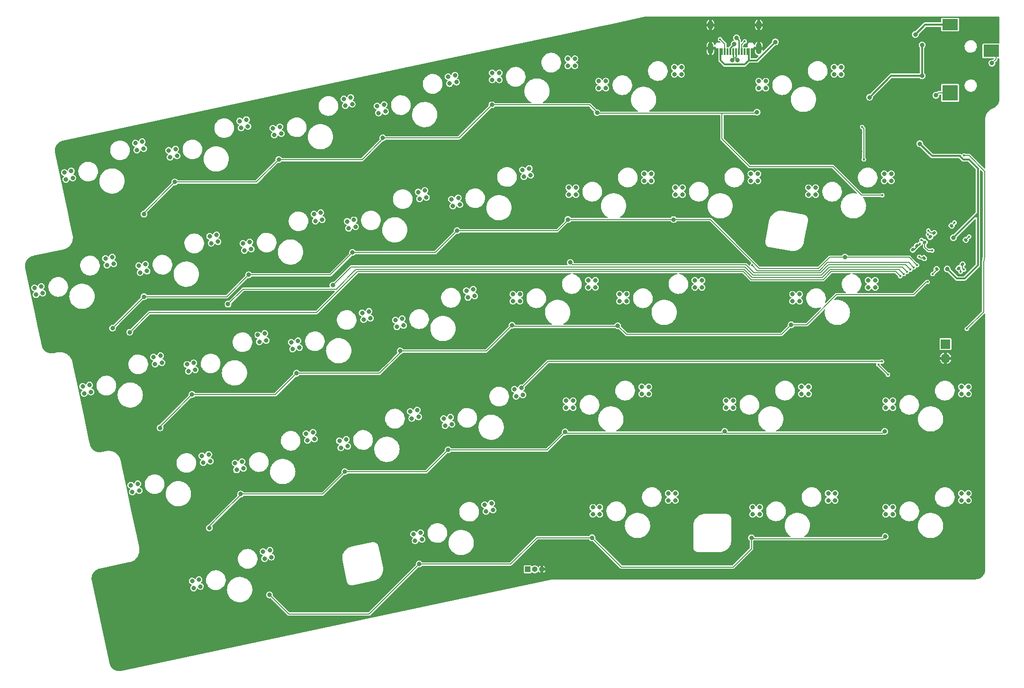
<source format=gtl>
G04 #@! TF.GenerationSoftware,KiCad,Pcbnew,(6.0.10)*
G04 #@! TF.CreationDate,2023-01-02T23:24:36+01:00*
G04 #@! TF.ProjectId,arisu,61726973-752e-46b6-9963-61645f706362,1.1*
G04 #@! TF.SameCoordinates,Original*
G04 #@! TF.FileFunction,Copper,L1,Top*
G04 #@! TF.FilePolarity,Positive*
%FSLAX46Y46*%
G04 Gerber Fmt 4.6, Leading zero omitted, Abs format (unit mm)*
G04 Created by KiCad (PCBNEW (6.0.10)) date 2023-01-02 23:24:36*
%MOMM*%
%LPD*%
G01*
G04 APERTURE LIST*
G04 Aperture macros list*
%AMRoundRect*
0 Rectangle with rounded corners*
0 $1 Rounding radius*
0 $2 $3 $4 $5 $6 $7 $8 $9 X,Y pos of 4 corners*
0 Add a 4 corners polygon primitive as box body*
4,1,4,$2,$3,$4,$5,$6,$7,$8,$9,$2,$3,0*
0 Add four circle primitives for the rounded corners*
1,1,$1+$1,$2,$3*
1,1,$1+$1,$4,$5*
1,1,$1+$1,$6,$7*
1,1,$1+$1,$8,$9*
0 Add four rect primitives between the rounded corners*
20,1,$1+$1,$2,$3,$4,$5,0*
20,1,$1+$1,$4,$5,$6,$7,0*
20,1,$1+$1,$6,$7,$8,$9,0*
20,1,$1+$1,$8,$9,$2,$3,0*%
G04 Aperture macros list end*
G04 #@! TA.AperFunction,ComponentPad*
%ADD10C,0.800000*%
G04 #@! TD*
G04 #@! TA.AperFunction,SMDPad,CuDef*
%ADD11RoundRect,0.140000X-0.219203X-0.021213X-0.021213X-0.219203X0.219203X0.021213X0.021213X0.219203X0*%
G04 #@! TD*
G04 #@! TA.AperFunction,SMDPad,CuDef*
%ADD12R,2.800000X2.000000*%
G04 #@! TD*
G04 #@! TA.AperFunction,SMDPad,CuDef*
%ADD13R,2.800000X2.800000*%
G04 #@! TD*
G04 #@! TA.AperFunction,SMDPad,CuDef*
%ADD14R,2.800000X2.200000*%
G04 #@! TD*
G04 #@! TA.AperFunction,SMDPad,CuDef*
%ADD15RoundRect,0.140000X0.219203X0.021213X0.021213X0.219203X-0.219203X-0.021213X-0.021213X-0.219203X0*%
G04 #@! TD*
G04 #@! TA.AperFunction,ComponentPad*
%ADD16R,1.000000X1.000000*%
G04 #@! TD*
G04 #@! TA.AperFunction,ComponentPad*
%ADD17O,1.000000X1.000000*%
G04 #@! TD*
G04 #@! TA.AperFunction,SMDPad,CuDef*
%ADD18RoundRect,0.140000X0.021213X-0.219203X0.219203X-0.021213X-0.021213X0.219203X-0.219203X0.021213X0*%
G04 #@! TD*
G04 #@! TA.AperFunction,SMDPad,CuDef*
%ADD19R,0.300000X1.150000*%
G04 #@! TD*
G04 #@! TA.AperFunction,ComponentPad*
%ADD20O,1.000000X1.600000*%
G04 #@! TD*
G04 #@! TA.AperFunction,ComponentPad*
%ADD21O,1.000000X2.100000*%
G04 #@! TD*
G04 #@! TA.AperFunction,SMDPad,CuDef*
%ADD22RoundRect,0.140000X-0.021213X0.219203X-0.219203X0.021213X0.021213X-0.219203X0.219203X-0.021213X0*%
G04 #@! TD*
G04 #@! TA.AperFunction,ComponentPad*
%ADD23R,1.700000X1.700000*%
G04 #@! TD*
G04 #@! TA.AperFunction,ComponentPad*
%ADD24O,1.700000X1.700000*%
G04 #@! TD*
G04 #@! TA.AperFunction,ComponentPad*
%ADD25C,0.600000*%
G04 #@! TD*
G04 #@! TA.AperFunction,CastellatedPad*
%ADD26C,0.600000*%
G04 #@! TD*
G04 #@! TA.AperFunction,ViaPad*
%ADD27C,0.800000*%
G04 #@! TD*
G04 #@! TA.AperFunction,ViaPad*
%ADD28C,0.400000*%
G04 #@! TD*
G04 #@! TA.AperFunction,Conductor*
%ADD29C,0.375000*%
G04 #@! TD*
G04 #@! TA.AperFunction,Conductor*
%ADD30C,0.200000*%
G04 #@! TD*
G04 #@! TA.AperFunction,Conductor*
%ADD31C,0.250000*%
G04 #@! TD*
G04 APERTURE END LIST*
D10*
X323026835Y-85783832D03*
X324509409Y-86746627D03*
X324249519Y-85523942D03*
X323286724Y-87006516D03*
X311824195Y-91998804D03*
X310601511Y-92258693D03*
X311564306Y-90776119D03*
X310341621Y-91036009D03*
X275359973Y-38766861D03*
X274137288Y-39026750D03*
X273877399Y-37804066D03*
X275100083Y-37544176D03*
X261192185Y-43056243D03*
X262414870Y-42796353D03*
X261452075Y-44278927D03*
X262674759Y-44019038D03*
X292770999Y-35066029D03*
X293733794Y-33583455D03*
X292511110Y-33843345D03*
X293993684Y-34806140D03*
X279825896Y-39095522D03*
X280085786Y-40318206D03*
X281308470Y-40058317D03*
X281048581Y-38835632D03*
X295774004Y-72100997D03*
X296033893Y-73323681D03*
X297256578Y-73063792D03*
X296996688Y-71841107D03*
X284571364Y-78315969D03*
X283088790Y-77353174D03*
X283348680Y-78575858D03*
X284311475Y-77093284D03*
X375154213Y-63570001D03*
X375154213Y-62320001D03*
X373904213Y-63570001D03*
X373904213Y-62320001D03*
X361654213Y-66070001D03*
X361654213Y-64820001D03*
X360404213Y-64820001D03*
X360404213Y-66070001D03*
X287241987Y-94668061D03*
X286019302Y-94927950D03*
X285759413Y-93705266D03*
X286982097Y-93445376D03*
X273334089Y-100180127D03*
X273074199Y-98957443D03*
X274556773Y-99920238D03*
X274296884Y-98697553D03*
X366114216Y-43270000D03*
X364864216Y-44520000D03*
X366114216Y-44520000D03*
X364864216Y-43270000D03*
X351364216Y-45770000D03*
X352614216Y-47020000D03*
X352614216Y-45770000D03*
X351364216Y-47020000D03*
X352424213Y-23969616D03*
X352424213Y-22719616D03*
X351174213Y-23969616D03*
X351174213Y-22719616D03*
X337674213Y-26469616D03*
X337674213Y-25219616D03*
X338924213Y-26469616D03*
X338924213Y-25219616D03*
X315630398Y-67880390D03*
X315890288Y-69103075D03*
X314667603Y-69362964D03*
X314407714Y-68140280D03*
X303205074Y-74355252D03*
X301982390Y-74615141D03*
X302945185Y-73132567D03*
X301722500Y-73392457D03*
X364379232Y-82620000D03*
X365629232Y-81370000D03*
X364379232Y-81370000D03*
X365629232Y-82620000D03*
X352129232Y-83870000D03*
X350879232Y-85120000D03*
X350879232Y-83870000D03*
X352129232Y-85120000D03*
X268781059Y-59640846D03*
X270003744Y-59380957D03*
X269743854Y-58158272D03*
X268521170Y-58418162D03*
X257058641Y-63410449D03*
X256095846Y-64893023D03*
X255835956Y-63670339D03*
X257318530Y-64633134D03*
X337787008Y-103399959D03*
X337527118Y-102177274D03*
X336304434Y-102437164D03*
X336564323Y-103659848D03*
X325101794Y-108652136D03*
X324841905Y-107429451D03*
X323619220Y-107689341D03*
X323879110Y-108912025D03*
X324422307Y-46536011D03*
X325644991Y-46276121D03*
X325904881Y-47498806D03*
X324682196Y-47758695D03*
X313219667Y-52750983D03*
X311737093Y-51788188D03*
X312959778Y-51528298D03*
X311996983Y-53010872D03*
X356104213Y-62320002D03*
X354854213Y-62320002D03*
X356104213Y-63570002D03*
X354854213Y-63570002D03*
X342604213Y-66070002D03*
X342604213Y-64820002D03*
X341354213Y-64820002D03*
X341354213Y-66070002D03*
X287154882Y-54457443D03*
X288377566Y-54197553D03*
X287414771Y-55680127D03*
X288637456Y-55420238D03*
X274729558Y-60932304D03*
X274469668Y-59709620D03*
X275692353Y-59449730D03*
X275952242Y-60672415D03*
X343056018Y-42575292D03*
X343315907Y-43797976D03*
X344278702Y-42315402D03*
X344538592Y-43538087D03*
X331853378Y-48790264D03*
X331593489Y-47567579D03*
X330630694Y-49050153D03*
X330370804Y-47827469D03*
X331001216Y-25662022D03*
X329778532Y-25921912D03*
X331261106Y-26884707D03*
X330038421Y-27144596D03*
X317353208Y-32396773D03*
X318316003Y-30914199D03*
X317093318Y-31174089D03*
X318575892Y-32136884D03*
X342883230Y-81563226D03*
X341920435Y-83045800D03*
X341660546Y-81823116D03*
X343143120Y-82785911D03*
X330457906Y-88038088D03*
X328975332Y-87075293D03*
X330198017Y-86815403D03*
X329235222Y-88297977D03*
X334264112Y-63919672D03*
X334524002Y-65142357D03*
X333041428Y-64179562D03*
X333301317Y-65402246D03*
X320616104Y-70654423D03*
X321578899Y-69171849D03*
X320356214Y-69431739D03*
X321838788Y-70394534D03*
X311144822Y-29882630D03*
X312627396Y-30845425D03*
X312367506Y-29622740D03*
X311404711Y-31105314D03*
X298719498Y-36357491D03*
X298459608Y-35134807D03*
X299682293Y-34874917D03*
X299942182Y-36097602D03*
X305788594Y-50496729D03*
X307271168Y-51459524D03*
X306048483Y-51719413D03*
X307011278Y-50236839D03*
X293363270Y-56971590D03*
X294585954Y-56711701D03*
X293103380Y-55748906D03*
X294326065Y-55489016D03*
X278362975Y-75801822D03*
X277140291Y-76061712D03*
X278622865Y-77024507D03*
X277400180Y-77284396D03*
X264455077Y-81313889D03*
X265937651Y-82276684D03*
X264714967Y-82536573D03*
X265677762Y-81053999D03*
X305615809Y-89484660D03*
X304393125Y-89744550D03*
X304653014Y-90967234D03*
X305875699Y-90707345D03*
X293190485Y-95959522D03*
X291707911Y-94996727D03*
X291967801Y-96219411D03*
X292930596Y-94736837D03*
X383914215Y-43270000D03*
X385164215Y-44520000D03*
X383914215Y-44520000D03*
X385164215Y-43270000D03*
X371664215Y-47020000D03*
X370414215Y-47020000D03*
X371664215Y-45770000D03*
X370414215Y-45770000D03*
X404860464Y-62320003D03*
X404860464Y-63570003D03*
X406110464Y-62320003D03*
X406110464Y-63570003D03*
X391360464Y-64820003D03*
X391360464Y-66070003D03*
X392610464Y-66070003D03*
X392610464Y-64820003D03*
X408984214Y-44520001D03*
X407734214Y-43270001D03*
X407734214Y-44520001D03*
X408984214Y-43270001D03*
X394234214Y-47020001D03*
X394234214Y-45770001D03*
X395484214Y-45770001D03*
X395484214Y-47020001D03*
X370224212Y-25470003D03*
X371474212Y-24220003D03*
X371474212Y-25470003D03*
X370224212Y-24220003D03*
X357974212Y-26720003D03*
X356724212Y-27970003D03*
X356724212Y-26720003D03*
X357974212Y-27970003D03*
X298190373Y-111816472D03*
X296707799Y-110853677D03*
X296967688Y-112076361D03*
X297930483Y-110593787D03*
X285505159Y-117068649D03*
X285245270Y-115845964D03*
X284282475Y-117328538D03*
X284022585Y-116105854D03*
D11*
X416660589Y-53860589D03*
X417339411Y-54539411D03*
D10*
X398966732Y-100420000D03*
X398966732Y-101670000D03*
X397716732Y-101670000D03*
X397716732Y-100420000D03*
X385466732Y-104170000D03*
X385466732Y-102920000D03*
X384216732Y-102920000D03*
X384216732Y-104170000D03*
D12*
X419500000Y-16600000D03*
D13*
X419500000Y-28800000D03*
D14*
X426900000Y-21300000D03*
X419500000Y-19400000D03*
D15*
X421743572Y-59460732D03*
X421064750Y-58781910D03*
D10*
X421529231Y-82619999D03*
X422779231Y-82619999D03*
X421529231Y-81369999D03*
X422779231Y-81369999D03*
X408029231Y-85119999D03*
X408029231Y-83869999D03*
X409279231Y-85119999D03*
X409279231Y-83869999D03*
X422779231Y-101670000D03*
X422779231Y-100420000D03*
X421529231Y-100420000D03*
X421529231Y-101670000D03*
X408029231Y-102920000D03*
X409279231Y-104170000D03*
X409279231Y-102920000D03*
X408029231Y-104170000D03*
D11*
X412860589Y-56860589D03*
X413539411Y-57539411D03*
D16*
X344000000Y-114000000D03*
D17*
X345270000Y-114000000D03*
X346540000Y-114000000D03*
D11*
X413560589Y-56160589D03*
X414239411Y-56839411D03*
D18*
X414842211Y-58329363D03*
X415521033Y-57650541D03*
D11*
X415964026Y-54569918D03*
X416642848Y-55248740D03*
D19*
X384350000Y-21425021D03*
X383550000Y-21425021D03*
X382250000Y-21425021D03*
X381250000Y-21425021D03*
X380750000Y-21425021D03*
X379750000Y-21425021D03*
X378450000Y-21425021D03*
X377650000Y-21425021D03*
X377950000Y-21425021D03*
X378750000Y-21425021D03*
X379250000Y-21425021D03*
X380250000Y-21425021D03*
X381750000Y-21425021D03*
X382750000Y-21425021D03*
X383250000Y-21425021D03*
X384050000Y-21425021D03*
D20*
X376680000Y-16680021D03*
D21*
X376680000Y-20860021D03*
X385320000Y-20860021D03*
D20*
X385320000Y-16680021D03*
D10*
X398799213Y-24220001D03*
X400049213Y-25470001D03*
X398799213Y-25470001D03*
X400049213Y-24220001D03*
X386549213Y-26720001D03*
X386549213Y-27970001D03*
X385299213Y-27970001D03*
X385299213Y-26720001D03*
X394204234Y-82619999D03*
X392954234Y-81369999D03*
X392954234Y-82619999D03*
X394204234Y-81369999D03*
X380704234Y-83869999D03*
X379454234Y-83869999D03*
X380704234Y-85119999D03*
X379454234Y-85119999D03*
D18*
X417104954Y-60309260D03*
X417783776Y-59630438D03*
D22*
X419763674Y-52559370D03*
X419084852Y-53238192D03*
D15*
X421036467Y-60167838D03*
X420357645Y-59489016D03*
D10*
X369141733Y-100420001D03*
X370391733Y-100420001D03*
X370391733Y-101670001D03*
X369141733Y-101670001D03*
X356891733Y-104170001D03*
X355641733Y-102920001D03*
X355641733Y-104170001D03*
X356891733Y-102920001D03*
D23*
X418689999Y-73725001D03*
D24*
X418689999Y-76265001D03*
D11*
X414983632Y-55529218D03*
X415662454Y-56208040D03*
D22*
X422309258Y-55104956D03*
X421630436Y-55783778D03*
D25*
X420803122Y-57000000D03*
D26*
X417196878Y-57000000D03*
D25*
X419901561Y-56098439D03*
X419901561Y-57901561D03*
X418098439Y-57901561D03*
X419000000Y-55196878D03*
X418098439Y-56098439D03*
X419000000Y-57000000D03*
X419000000Y-58803122D03*
D27*
X388300000Y-19700000D03*
D28*
X415638867Y-53440505D03*
X414394966Y-55105034D03*
X416321657Y-56991338D03*
X421382932Y-60782932D03*
D27*
X269789999Y-70900001D03*
X312704212Y-57350002D03*
X275404213Y-65250001D03*
X370104213Y-51450000D03*
D28*
X413600000Y-59600000D03*
D27*
X294104212Y-61350002D03*
X351204213Y-51450000D03*
X400700000Y-58200000D03*
X331404212Y-53450003D03*
X360104213Y-70450003D03*
X278289999Y-88700001D03*
D28*
X415500000Y-62611279D03*
D27*
X284004212Y-82750003D03*
X341204212Y-70350004D03*
X391104213Y-70250001D03*
X302704213Y-78950000D03*
X321204213Y-74950002D03*
X292704212Y-100550003D03*
X350704213Y-89450002D03*
X311304211Y-96550002D03*
X407804212Y-89350004D03*
X329804213Y-92650001D03*
X379204212Y-89350001D03*
X287089999Y-106600001D03*
X407904213Y-108150003D03*
X324604211Y-113050003D03*
X384004212Y-108349999D03*
X355504213Y-108350001D03*
X297872107Y-118582109D03*
X385004212Y-32250003D03*
X337604212Y-30950001D03*
X275389999Y-50500001D03*
D28*
X407399500Y-47100000D03*
D27*
X299504212Y-40750002D03*
X280904212Y-44750001D03*
X318104214Y-36849999D03*
X356404211Y-32349999D03*
X381463500Y-22966447D03*
X380900000Y-20100000D03*
X380536500Y-22966447D03*
X381327000Y-18973000D03*
D28*
X422000000Y-40000000D03*
X422500000Y-71000000D03*
X406700000Y-77400000D03*
X403800000Y-34900000D03*
X408400000Y-79200000D03*
X404100000Y-40700000D03*
X384146800Y-59653200D03*
X413000000Y-60000000D03*
D27*
X351602108Y-59147892D03*
D28*
X412400000Y-60400000D03*
X407331114Y-76831114D03*
D27*
X309161913Y-63207700D03*
D28*
X411800000Y-60800000D03*
D27*
X290442369Y-66585647D03*
D28*
X411200000Y-61200000D03*
D27*
X272858654Y-71596362D03*
D28*
X410600000Y-61600000D03*
D27*
X405500000Y-23500000D03*
X420979900Y-47949033D03*
D28*
X417750000Y-26750000D03*
X415500000Y-26750000D03*
D27*
X403000000Y-28800000D03*
X419929151Y-47597631D03*
X404800000Y-35950000D03*
D28*
X417750000Y-23000000D03*
D27*
X419250000Y-21250000D03*
X406700000Y-23500000D03*
D28*
X423400000Y-59700000D03*
X425100000Y-58600000D03*
D27*
X401300000Y-26100000D03*
D28*
X422600000Y-63900000D03*
X422600000Y-66100000D03*
D27*
X416703437Y-41909331D03*
D28*
X420200000Y-62600000D03*
D27*
X388200000Y-21800000D03*
X401500000Y-23200000D03*
X397000000Y-19500000D03*
X418303436Y-39309331D03*
X393500000Y-18500000D03*
X403400000Y-35950000D03*
X417103437Y-37909330D03*
X403400000Y-39300000D03*
X417000000Y-19250000D03*
X404800000Y-39300000D03*
D28*
X424000000Y-61000000D03*
D27*
X421500000Y-19250000D03*
D28*
X422084928Y-61184928D03*
D27*
X390500000Y-21800000D03*
D28*
X415500000Y-23250000D03*
D27*
X420131371Y-46534820D03*
D28*
X415211779Y-61211779D03*
D27*
X393500000Y-20000000D03*
D28*
X420300000Y-52000000D03*
X414100000Y-55800000D03*
D27*
X420100000Y-54700000D03*
D28*
X422900000Y-54500000D03*
X416400000Y-61200500D03*
D27*
X405104213Y-29604213D03*
X419000000Y-60300000D03*
D28*
X415547052Y-54152948D03*
X414000000Y-58100000D03*
D27*
X414100000Y-37900000D03*
X414500000Y-25750000D03*
D28*
X421996171Y-60419591D03*
D27*
X414500000Y-20250000D03*
X413304213Y-18350001D03*
X417000000Y-29250000D03*
X427000000Y-23500000D03*
D28*
X382800000Y-19600000D03*
X378400000Y-19200000D03*
D29*
X379253947Y-23753947D02*
X378487500Y-22987500D01*
X378487500Y-22987500D02*
X378487500Y-21462521D01*
X385000000Y-23000000D02*
X388300000Y-19700000D01*
X382746053Y-23753947D02*
X379253947Y-23753947D01*
X383500000Y-23000000D02*
X383512500Y-22987500D01*
X383512500Y-22987500D02*
X383512500Y-21425021D01*
X383500000Y-23000000D02*
X382746053Y-23753947D01*
X383500000Y-23000000D02*
X385000000Y-23000000D01*
D30*
X414983632Y-55529219D02*
X414983633Y-56391887D01*
X421382932Y-60514303D02*
X421036465Y-60167836D01*
X414983633Y-56391887D02*
X415583084Y-56991338D01*
X415583084Y-56991338D02*
X416321657Y-56991338D01*
X415638867Y-53440505D02*
X416058951Y-53860589D01*
X421382932Y-60782932D02*
X421382932Y-60514303D01*
X414394966Y-55105034D02*
X414559447Y-55105034D01*
X414559447Y-55105034D02*
X414983632Y-55529219D01*
X416058951Y-53860589D02*
X416660589Y-53860589D01*
X312704212Y-57350002D02*
X327404213Y-57350003D01*
X294104212Y-61350002D02*
X308704214Y-61350003D01*
X351204213Y-51450000D02*
X351204213Y-51550003D01*
X327504214Y-57350001D02*
X331404212Y-53450003D01*
X271404213Y-69250001D02*
X269789999Y-70864215D01*
X370104213Y-51450000D02*
X376650000Y-51450000D01*
X271404213Y-69250001D02*
X275404213Y-65250001D01*
X349304213Y-53450002D02*
X331404212Y-53450003D01*
X400700000Y-58200000D02*
X412200000Y-58200000D01*
X269789999Y-70864215D02*
X269789999Y-70900001D01*
X308704214Y-61350003D02*
X312704212Y-57350002D01*
X376650000Y-51450000D02*
X385400000Y-60200000D01*
X412200000Y-58200000D02*
X413600000Y-59600000D01*
X385400000Y-60200000D02*
X396000000Y-60200000D01*
X396000000Y-60200000D02*
X398000000Y-58200000D01*
X327404213Y-57350003D02*
X327504214Y-57350001D01*
X290204213Y-65250000D02*
X294104212Y-61350002D01*
X351204213Y-51550003D02*
X349304213Y-53450002D01*
X351204213Y-51450000D02*
X370104213Y-51450000D01*
X275404213Y-65250001D02*
X290204213Y-65250000D01*
X398000000Y-58200000D02*
X400700000Y-58200000D01*
X280372106Y-86382108D02*
X284004212Y-82750003D01*
X321204213Y-74950002D02*
X321204212Y-75250000D01*
X393851405Y-70250001D02*
X391104213Y-70250001D01*
X399201406Y-64900000D02*
X393851405Y-70250001D01*
X321204212Y-75250000D02*
X317504213Y-78950001D01*
X415500000Y-62611279D02*
X415288721Y-62611279D01*
X341404213Y-70550004D02*
X360204212Y-70550001D01*
X360204212Y-70550001D02*
X361654212Y-72000001D01*
X280372106Y-86382108D02*
X278289999Y-88464215D01*
X413000000Y-64900000D02*
X399201406Y-64900000D01*
X284004212Y-82750003D02*
X298904213Y-82750003D01*
X341204212Y-70350004D02*
X341404213Y-70550004D01*
X336604212Y-74950001D02*
X341204212Y-70350004D01*
X298904213Y-82750003D02*
X302704213Y-78950000D01*
X389354213Y-72000001D02*
X391104213Y-70250001D01*
X415288721Y-62611279D02*
X413000000Y-64900000D01*
X360204212Y-70550001D02*
X360104213Y-70450003D01*
X321204213Y-74950002D02*
X336604212Y-74950001D01*
X278289999Y-88464215D02*
X278289999Y-88700001D01*
X361654212Y-72000001D02*
X389354213Y-72000001D01*
X317504213Y-78950001D02*
X302704213Y-78950000D01*
X329804213Y-92650001D02*
X347504214Y-92650004D01*
X289172106Y-104182108D02*
X292704212Y-100650001D01*
X350904212Y-89650001D02*
X378904213Y-89650002D01*
X292704212Y-100650001D02*
X292704212Y-100550003D01*
X347504214Y-92650004D02*
X350704213Y-89450002D01*
X379204212Y-89350001D02*
X379504212Y-89650002D01*
X325904212Y-96550002D02*
X329804213Y-92650001D01*
X287089999Y-106600001D02*
X287089999Y-106264215D01*
X379504212Y-89650002D02*
X407504213Y-89650003D01*
X407504213Y-89650003D02*
X407804212Y-89350004D01*
X311304211Y-96550002D02*
X325904212Y-96550002D01*
X307304211Y-100550003D02*
X311304211Y-96550002D01*
X292704212Y-100550003D02*
X307304211Y-100550003D01*
X350704213Y-89450002D02*
X350904212Y-89650001D01*
X287089999Y-106264215D02*
X289172106Y-104182108D01*
X378904213Y-89650002D02*
X379204212Y-89350001D01*
X384178214Y-108524001D02*
X407530215Y-108524001D01*
X345649999Y-108350001D02*
X355504213Y-108350001D01*
X301289998Y-122000000D02*
X315654214Y-122000000D01*
X355504213Y-108350001D02*
X360754212Y-113600000D01*
X384004212Y-110295788D02*
X384004212Y-108349999D01*
X407530215Y-108524001D02*
X407904213Y-108150003D01*
X384004212Y-108349999D02*
X384178214Y-108524001D01*
X315654214Y-122000000D02*
X324604211Y-113050003D01*
X360754212Y-113600000D02*
X380700000Y-113600000D01*
X340949997Y-113050003D02*
X345649999Y-108350001D01*
X380700000Y-113600000D02*
X384004212Y-110295788D01*
X324604211Y-113050003D02*
X340949997Y-113050003D01*
X297872107Y-118582109D02*
X301289998Y-122000000D01*
X314404213Y-40750001D02*
X318104214Y-37050002D01*
X337604212Y-30950001D02*
X355104212Y-30950003D01*
X398600000Y-42000000D02*
X383700000Y-42000000D01*
X383700000Y-42000000D02*
X378750000Y-37050000D01*
X378750000Y-37050000D02*
X378750000Y-32450000D01*
X275389999Y-50264215D02*
X280904212Y-44750001D01*
X356404214Y-32250003D02*
X356404211Y-32349999D01*
X295504213Y-44750001D02*
X299504212Y-40750002D01*
X384804213Y-32450000D02*
X385004212Y-32250003D01*
X378750000Y-32450000D02*
X384804213Y-32450000D01*
X355104212Y-30950003D02*
X356404214Y-32250003D01*
X299504212Y-40750002D02*
X314404213Y-40750001D01*
X280904212Y-44750001D02*
X295504213Y-44750001D01*
X331604212Y-36850004D02*
X331704213Y-36850002D01*
X403700000Y-47100000D02*
X398600000Y-42000000D01*
X356504214Y-32450001D02*
X378750000Y-32450000D01*
X407399500Y-47100000D02*
X403700000Y-47100000D01*
X275389999Y-50500001D02*
X275389999Y-50264215D01*
X356404211Y-32349999D02*
X356504214Y-32450001D01*
X331704213Y-36850002D02*
X337604212Y-30950001D01*
X318104214Y-36849999D02*
X331604212Y-36850004D01*
D31*
X380250000Y-20750000D02*
X380900000Y-20100000D01*
X381188500Y-22349022D02*
X381188501Y-22691448D01*
X380250000Y-21425021D02*
X380250000Y-20750000D01*
X381250000Y-22287522D02*
X381188500Y-22349022D01*
X381188501Y-22691448D02*
X381463500Y-22966447D01*
X381250000Y-21425021D02*
X381250000Y-22287522D01*
X380750000Y-22287522D02*
X380811500Y-22349022D01*
X380811500Y-22349022D02*
X380811499Y-22691448D01*
X380750000Y-21425021D02*
X380750000Y-22287522D01*
X381327000Y-18973000D02*
X381750000Y-19396000D01*
X380811499Y-22691448D02*
X380536500Y-22966447D01*
X381750000Y-19396000D02*
X381750000Y-21425021D01*
D30*
X425500000Y-68000000D02*
X425500000Y-58907107D01*
X422500000Y-71000000D02*
X425500000Y-68000000D01*
X425699998Y-58292895D02*
X425699998Y-42816462D01*
X425600000Y-58807107D02*
X425600000Y-58392893D01*
X425500000Y-58907107D02*
X425600000Y-58807107D01*
X425600000Y-58392893D02*
X425699998Y-58292895D01*
X422883536Y-40000000D02*
X422000000Y-40000000D01*
X425699998Y-42816462D02*
X422883536Y-40000000D01*
X406700000Y-77500000D02*
X406700000Y-77400000D01*
X403800000Y-34900000D02*
X404100000Y-35200000D01*
X404100000Y-35200000D02*
X404100000Y-40700000D01*
X408400000Y-79200000D02*
X406700000Y-77500000D01*
X385093600Y-60600000D02*
X396165686Y-60600000D01*
X384146800Y-59653200D02*
X385093600Y-60600000D01*
X396165686Y-60600000D02*
X397615686Y-59150000D01*
X412150000Y-59150000D02*
X413000000Y-60000000D01*
X397615686Y-59150000D02*
X412150000Y-59150000D01*
X383015686Y-59550000D02*
X384465686Y-61000000D01*
X397781372Y-59550000D02*
X411550000Y-59550000D01*
X352004216Y-59550000D02*
X383015686Y-59550000D01*
X351602108Y-59147892D02*
X352004216Y-59550000D01*
X411550000Y-59550000D02*
X412400000Y-60400000D01*
X384465686Y-61000000D02*
X396331372Y-61000000D01*
X396331372Y-61000000D02*
X397781372Y-59550000D01*
X407331114Y-76831114D02*
X347615342Y-76831114D01*
X347615342Y-76831114D02*
X342883230Y-81563226D01*
X410950000Y-59950000D02*
X411800000Y-60800000D01*
X384299999Y-61399999D02*
X396497058Y-61400000D01*
X309161913Y-63207700D02*
X312419613Y-59950000D01*
X397947058Y-59950000D02*
X410950000Y-59950000D01*
X312419613Y-59950000D02*
X382850000Y-59950000D01*
X396497058Y-61400000D02*
X397947058Y-59950000D01*
X382850000Y-59950000D02*
X384299999Y-61399999D01*
X410350000Y-60350000D02*
X411200000Y-61200000D01*
X290442369Y-66585647D02*
X293108611Y-63919402D01*
X309796413Y-63919402D02*
X313215815Y-60500000D01*
X382684315Y-60350000D02*
X384134314Y-61799999D01*
X293108611Y-63919402D02*
X309796413Y-63919402D01*
X398112744Y-60350000D02*
X410350000Y-60350000D01*
X396662744Y-61800000D02*
X398112744Y-60350000D01*
X313285129Y-60500000D02*
X313435129Y-60350000D01*
X384134314Y-61799999D02*
X396662744Y-61800000D01*
X313435129Y-60350000D02*
X382684315Y-60350000D01*
X313215815Y-60500000D02*
X313285129Y-60500000D01*
X272858654Y-71596362D02*
X276370013Y-68085002D01*
X313600814Y-60750000D02*
X382518629Y-60750000D01*
X276370013Y-68085002D02*
X306265814Y-68085000D01*
X306265814Y-68085000D02*
X313600814Y-60750000D01*
X383968629Y-62199999D02*
X396828430Y-62200000D01*
X409750000Y-60750000D02*
X410600000Y-61600000D01*
X396828430Y-62200000D02*
X398278430Y-60750000D01*
X382518629Y-60750000D02*
X383968629Y-62199999D01*
X398278430Y-60750000D02*
X409750000Y-60750000D01*
X421743574Y-60166994D02*
X421743574Y-59460730D01*
D29*
X420700000Y-62000000D02*
X419000000Y-60300000D01*
X414500000Y-25750000D02*
X408958426Y-25750000D01*
D30*
X422900000Y-54500000D02*
X422900000Y-54514214D01*
X420300000Y-52023044D02*
X419763674Y-52559370D01*
D29*
X416300000Y-40100000D02*
X414100000Y-37900000D01*
X408958426Y-25750000D02*
X405104213Y-29604213D01*
X421412500Y-40212500D02*
X421412500Y-40243351D01*
X424500000Y-47814725D02*
X424500000Y-50300000D01*
X423900000Y-50900000D02*
X424400000Y-50900000D01*
X424503438Y-42309331D02*
X424503437Y-47811288D01*
D31*
X413039411Y-56860589D02*
X414100000Y-55800000D01*
D29*
X420200000Y-40100000D02*
X421300000Y-40100000D01*
D30*
X421996171Y-60419591D02*
X421743574Y-60166994D01*
X415547052Y-54152948D02*
X415964026Y-54569920D01*
X422900000Y-54514214D02*
X422309258Y-55104956D01*
D31*
X412860589Y-56860589D02*
X413039411Y-56860589D01*
D29*
X424500000Y-50800000D02*
X424500000Y-59600000D01*
X424500000Y-50300000D02*
X424500000Y-50800000D01*
D30*
X420300000Y-52000000D02*
X420300000Y-52023044D01*
D29*
X420200000Y-40100000D02*
X416300000Y-40100000D01*
X422903439Y-40709331D02*
X424503438Y-42309331D01*
D30*
X414000000Y-58100000D02*
X414229363Y-58329363D01*
D29*
X421878480Y-40709331D02*
X422903439Y-40709331D01*
X414500000Y-25750000D02*
X414500000Y-20250000D01*
D30*
X416400000Y-61200500D02*
X417104954Y-60495546D01*
D29*
X424400000Y-50900000D02*
X424500000Y-50800000D01*
X422100000Y-62000000D02*
X420700000Y-62000000D01*
X421412500Y-40243351D02*
X421878480Y-40709331D01*
X421300000Y-40100000D02*
X421412500Y-40212500D01*
D30*
X417104954Y-60495546D02*
X417104954Y-60309260D01*
D29*
X423900000Y-50900000D02*
X420100000Y-54700000D01*
X424503437Y-47811288D02*
X424500000Y-47814725D01*
X424500000Y-50300000D02*
X423900000Y-50900000D01*
X424500000Y-59600000D02*
X422100000Y-62000000D01*
D30*
X414229363Y-58329363D02*
X414842211Y-58329363D01*
D29*
X413304213Y-18350001D02*
X415054214Y-16600000D01*
X415054214Y-16600000D02*
X420300000Y-16600000D01*
D30*
X417450000Y-28800000D02*
X419300000Y-28800000D01*
X417000000Y-29250000D02*
X417450000Y-28800000D01*
X427700000Y-22800000D02*
X427700000Y-21300000D01*
X427000000Y-23500000D02*
X427700000Y-22800000D01*
X382800000Y-19600000D02*
X382250000Y-20150000D01*
X382250000Y-20150000D02*
X382250000Y-21425021D01*
X379250000Y-21425021D02*
X379250000Y-20050000D01*
X379250000Y-20050000D02*
X378400000Y-19200000D01*
G04 #@! TA.AperFunction,Conductor*
G36*
X428200500Y-15200501D02*
G01*
X428258691Y-15219408D01*
X428294655Y-15268908D01*
X428299500Y-15299501D01*
X428299500Y-19900500D01*
X428280593Y-19958691D01*
X428231093Y-19994655D01*
X428200500Y-19999500D01*
X425480252Y-19999500D01*
X425454005Y-20004721D01*
X425431334Y-20009230D01*
X425431332Y-20009231D01*
X425421769Y-20011133D01*
X425355448Y-20055448D01*
X425311133Y-20121769D01*
X425309231Y-20131332D01*
X425309230Y-20131334D01*
X425305965Y-20147748D01*
X425299500Y-20180252D01*
X425299500Y-22419748D01*
X425311133Y-22478231D01*
X425355448Y-22544552D01*
X425421769Y-22588867D01*
X425431332Y-22590769D01*
X425431334Y-22590770D01*
X425454005Y-22595279D01*
X425480252Y-22600500D01*
X427235521Y-22600500D01*
X427293712Y-22619407D01*
X427329676Y-22668907D01*
X427329676Y-22730093D01*
X427305525Y-22769504D01*
X427194209Y-22880820D01*
X427139692Y-22908597D01*
X427111286Y-22908969D01*
X427000000Y-22894318D01*
X426843238Y-22914956D01*
X426697159Y-22975464D01*
X426571718Y-23071718D01*
X426475464Y-23197159D01*
X426414956Y-23343238D01*
X426394318Y-23500000D01*
X426414956Y-23656762D01*
X426417440Y-23662759D01*
X426421587Y-23672770D01*
X426475464Y-23802841D01*
X426571718Y-23928282D01*
X426697159Y-24024536D01*
X426843238Y-24085044D01*
X426952192Y-24099388D01*
X426986966Y-24103966D01*
X427000000Y-24105682D01*
X427013035Y-24103966D01*
X427047808Y-24099388D01*
X427156762Y-24085044D01*
X427302841Y-24024536D01*
X427428282Y-23928282D01*
X427524536Y-23802841D01*
X427578413Y-23672770D01*
X427582560Y-23662759D01*
X427585044Y-23656762D01*
X427605682Y-23500000D01*
X427591031Y-23388716D01*
X427602181Y-23328557D01*
X427619180Y-23305791D01*
X427874651Y-23050320D01*
X427877780Y-23047620D01*
X427882269Y-23045425D01*
X427915893Y-23009178D01*
X427918469Y-23006502D01*
X427932247Y-22992724D01*
X427934792Y-22989013D01*
X427938220Y-22985108D01*
X427958401Y-22963354D01*
X427962666Y-22952664D01*
X427972980Y-22933348D01*
X427974321Y-22931393D01*
X427974322Y-22931390D01*
X427979492Y-22923854D01*
X427985641Y-22897941D01*
X427990014Y-22884116D01*
X427997294Y-22865868D01*
X427997294Y-22865866D01*
X427999883Y-22859378D01*
X428000500Y-22853085D01*
X428000500Y-22846916D01*
X428003175Y-22824057D01*
X428003230Y-22823827D01*
X428003230Y-22823825D01*
X428005340Y-22814934D01*
X428001404Y-22786012D01*
X428000500Y-22772663D01*
X428000500Y-22699500D01*
X428019407Y-22641309D01*
X428068907Y-22605345D01*
X428099500Y-22600500D01*
X428200500Y-22600500D01*
X428258691Y-22619407D01*
X428294655Y-22668907D01*
X428299500Y-22699500D01*
X428299500Y-29965983D01*
X428296982Y-29988169D01*
X428294344Y-29999641D01*
X428296805Y-30010515D01*
X428296785Y-30021664D01*
X428296542Y-30021664D01*
X428297313Y-30031681D01*
X428292499Y-30101430D01*
X428285158Y-30207784D01*
X428284327Y-30219816D01*
X428282454Y-30233320D01*
X428239203Y-30439528D01*
X428238623Y-30442292D01*
X428234912Y-30455409D01*
X428194053Y-30569254D01*
X428162789Y-30656362D01*
X428157311Y-30668847D01*
X428119778Y-30740519D01*
X428064841Y-30845425D01*
X428058261Y-30857989D01*
X428051118Y-30869604D01*
X427927011Y-31043353D01*
X427918347Y-31053869D01*
X427771548Y-31208915D01*
X427761522Y-31218139D01*
X427594813Y-31351544D01*
X427583608Y-31359309D01*
X427400148Y-31468545D01*
X427387994Y-31474690D01*
X427282381Y-31519245D01*
X427214945Y-31547694D01*
X427194860Y-31552841D01*
X427194996Y-31553463D01*
X427192703Y-31553964D01*
X427192615Y-31554016D01*
X427192606Y-31554020D01*
X427192305Y-31554051D01*
X427189538Y-31554656D01*
X427183979Y-31555228D01*
X427183644Y-31555342D01*
X427183639Y-31555343D01*
X427183635Y-31555346D01*
X427183300Y-31555460D01*
X427178528Y-31558416D01*
X427174264Y-31560430D01*
X427169850Y-31562384D01*
X426948373Y-31654025D01*
X426945715Y-31655534D01*
X426945707Y-31655538D01*
X426738984Y-31772907D01*
X426726896Y-31779770D01*
X426675907Y-31817767D01*
X426525134Y-31930122D01*
X426525129Y-31930127D01*
X426522679Y-31931952D01*
X426520466Y-31934075D01*
X426520464Y-31934076D01*
X426342584Y-32104663D01*
X426338861Y-32108233D01*
X426305334Y-32149501D01*
X426183354Y-32299643D01*
X426178267Y-32305904D01*
X426176642Y-32308506D01*
X426176640Y-32308509D01*
X426102369Y-32427443D01*
X426043366Y-32521927D01*
X426042080Y-32524700D01*
X426042078Y-32524704D01*
X425942079Y-32740366D01*
X425936230Y-32752981D01*
X425935297Y-32755892D01*
X425935294Y-32755900D01*
X425896480Y-32877018D01*
X425858505Y-32995515D01*
X425857936Y-32998536D01*
X425857935Y-32998541D01*
X425828449Y-33155173D01*
X425811388Y-33245803D01*
X425797968Y-33461878D01*
X425796586Y-33484135D01*
X425796127Y-33489315D01*
X425795609Y-33493819D01*
X425794343Y-33499280D01*
X425794342Y-33499998D01*
X425795586Y-33505450D01*
X425795586Y-33505453D01*
X425797018Y-33511732D01*
X425799498Y-33533750D01*
X425799498Y-42251982D01*
X425780591Y-42310173D01*
X425731091Y-42346137D01*
X425669905Y-42346137D01*
X425630494Y-42321986D01*
X423133856Y-39825349D01*
X423131156Y-39822220D01*
X423128961Y-39817731D01*
X423092692Y-39784086D01*
X423090033Y-39781526D01*
X423076259Y-39767752D01*
X423072549Y-39765207D01*
X423068636Y-39761771D01*
X423053591Y-39747815D01*
X423046890Y-39741599D01*
X423036200Y-39737334D01*
X423016884Y-39727020D01*
X423014929Y-39725679D01*
X423014926Y-39725678D01*
X423007390Y-39720508D01*
X422981477Y-39714359D01*
X422967652Y-39709986D01*
X422949404Y-39702706D01*
X422949402Y-39702706D01*
X422942914Y-39700117D01*
X422936621Y-39699500D01*
X422930452Y-39699500D01*
X422907593Y-39696825D01*
X422907363Y-39696770D01*
X422907361Y-39696770D01*
X422898470Y-39694660D01*
X422869549Y-39698596D01*
X422856199Y-39699500D01*
X422306356Y-39699500D01*
X422248167Y-39680594D01*
X422243848Y-39677456D01*
X422238342Y-39671950D01*
X422156080Y-39630035D01*
X422132244Y-39617890D01*
X422132243Y-39617890D01*
X422125304Y-39614354D01*
X422117610Y-39613135D01*
X422117609Y-39613135D01*
X422007697Y-39595727D01*
X422000000Y-39594508D01*
X421992303Y-39595727D01*
X421882391Y-39613135D01*
X421882390Y-39613135D01*
X421874696Y-39614354D01*
X421867757Y-39617890D01*
X421867756Y-39617890D01*
X421768597Y-39668414D01*
X421768595Y-39668415D01*
X421761658Y-39671950D01*
X421671950Y-39761658D01*
X421670256Y-39764983D01*
X421622418Y-39799740D01*
X421561232Y-39799741D01*
X421535181Y-39786467D01*
X421530903Y-39782189D01*
X421523965Y-39778654D01*
X421523961Y-39778651D01*
X421510295Y-39771688D01*
X421497058Y-39763577D01*
X421478344Y-39749981D01*
X421456356Y-39742837D01*
X421441998Y-39736890D01*
X421428334Y-39729927D01*
X421428330Y-39729926D01*
X421421393Y-39726391D01*
X421398551Y-39722773D01*
X421383447Y-39719147D01*
X421368861Y-39714408D01*
X421361453Y-39712001D01*
X421330537Y-39712001D01*
X421330533Y-39712000D01*
X416501723Y-39712000D01*
X416443532Y-39693093D01*
X416431719Y-39683004D01*
X414733576Y-37984861D01*
X414705799Y-37930344D01*
X414705572Y-37912921D01*
X414704835Y-37912921D01*
X414704835Y-37906434D01*
X414705682Y-37900000D01*
X414685044Y-37743238D01*
X414624536Y-37597159D01*
X414528282Y-37471718D01*
X414402841Y-37375464D01*
X414256762Y-37314956D01*
X414100000Y-37294318D01*
X413943238Y-37314956D01*
X413797159Y-37375464D01*
X413671718Y-37471718D01*
X413575464Y-37597159D01*
X413514956Y-37743238D01*
X413494318Y-37900000D01*
X413514956Y-38056762D01*
X413575464Y-38202841D01*
X413671718Y-38328282D01*
X413797159Y-38424536D01*
X413943238Y-38485044D01*
X414073658Y-38502214D01*
X414093566Y-38504835D01*
X414100000Y-38505682D01*
X414106434Y-38504835D01*
X414112921Y-38504835D01*
X414112921Y-38507464D01*
X414162090Y-38516574D01*
X414184861Y-38533576D01*
X416047233Y-40395948D01*
X416047237Y-40395951D01*
X416069097Y-40417811D01*
X416076035Y-40421346D01*
X416076039Y-40421349D01*
X416089705Y-40428312D01*
X416102942Y-40436423D01*
X416121656Y-40450019D01*
X416129064Y-40452426D01*
X416129070Y-40452429D01*
X416143652Y-40457167D01*
X416158002Y-40463111D01*
X416171663Y-40470072D01*
X416171669Y-40470074D01*
X416178607Y-40473609D01*
X416186300Y-40474827D01*
X416186302Y-40474828D01*
X416201444Y-40477226D01*
X416216551Y-40480853D01*
X416218377Y-40481446D01*
X416228096Y-40484604D01*
X416238547Y-40488000D01*
X421067426Y-40488000D01*
X421125617Y-40506907D01*
X421137430Y-40516996D01*
X421625712Y-41005278D01*
X421625716Y-41005281D01*
X421647577Y-41027142D01*
X421654515Y-41030677D01*
X421654519Y-41030680D01*
X421668185Y-41037643D01*
X421681422Y-41045754D01*
X421700136Y-41059350D01*
X421707549Y-41061758D01*
X421707548Y-41061758D01*
X421722124Y-41066494D01*
X421736482Y-41072441D01*
X421750146Y-41079404D01*
X421750150Y-41079405D01*
X421757087Y-41082940D01*
X421779929Y-41086558D01*
X421795034Y-41090184D01*
X421817027Y-41097330D01*
X421847943Y-41097330D01*
X421847947Y-41097331D01*
X422701716Y-41097331D01*
X422759907Y-41116238D01*
X422771720Y-41126327D01*
X424086442Y-42441049D01*
X424114219Y-42495566D01*
X424115438Y-42511053D01*
X424115437Y-45121695D01*
X424115437Y-47731577D01*
X424114282Y-47746252D01*
X424112001Y-47753272D01*
X424112001Y-47784186D01*
X424112000Y-47784192D01*
X424112000Y-50098279D01*
X424093093Y-50156470D01*
X424083003Y-50168283D01*
X423864120Y-50387165D01*
X420184861Y-54066424D01*
X420130345Y-54094201D01*
X420112921Y-54094429D01*
X420112921Y-54095165D01*
X420106434Y-54095165D01*
X420100000Y-54094318D01*
X420093566Y-54095165D01*
X420074431Y-54097684D01*
X419943238Y-54114956D01*
X419797159Y-54175464D01*
X419671718Y-54271718D01*
X419575464Y-54397159D01*
X419514956Y-54543238D01*
X419494318Y-54700000D01*
X419495165Y-54706434D01*
X419498656Y-54732950D01*
X419487506Y-54793111D01*
X419443124Y-54835228D01*
X419382462Y-54843214D01*
X419335423Y-54820475D01*
X419326148Y-54812384D01*
X419267159Y-54774149D01*
X419256151Y-54771210D01*
X419254000Y-54774529D01*
X419254000Y-54927198D01*
X419258122Y-54939883D01*
X419262243Y-54942878D01*
X419418131Y-54942878D01*
X419447874Y-54933214D01*
X419509060Y-54933214D01*
X419558560Y-54969178D01*
X419569931Y-54989484D01*
X419572979Y-54996844D01*
X419572982Y-54996850D01*
X419575464Y-55002841D01*
X419671718Y-55128282D01*
X419797159Y-55224536D01*
X419874617Y-55256620D01*
X419922329Y-55276383D01*
X419943238Y-55285044D01*
X420100000Y-55305682D01*
X420256762Y-55285044D01*
X420277672Y-55276383D01*
X420325383Y-55256620D01*
X420402841Y-55224536D01*
X420508082Y-55143782D01*
X421749555Y-55143782D01*
X421752515Y-55151916D01*
X421752516Y-55151919D01*
X421767958Y-55194345D01*
X421790624Y-55256620D01*
X421795232Y-55262625D01*
X421795233Y-55262627D01*
X421801862Y-55271265D01*
X421821071Y-55296298D01*
X422117916Y-55593142D01*
X422157594Y-55623590D01*
X422188108Y-55634696D01*
X422262295Y-55661698D01*
X422262298Y-55661699D01*
X422270432Y-55664659D01*
X422390510Y-55664659D01*
X422398644Y-55661699D01*
X422398647Y-55661698D01*
X422496232Y-55626180D01*
X422503348Y-55623590D01*
X422509356Y-55618980D01*
X422540458Y-55595115D01*
X422540465Y-55595109D01*
X422543027Y-55593143D01*
X422797444Y-55338725D01*
X422827892Y-55299046D01*
X422844737Y-55252763D01*
X422866000Y-55194345D01*
X422866001Y-55194342D01*
X422868961Y-55186208D01*
X422868961Y-55066130D01*
X422864941Y-55055085D01*
X422864806Y-55051225D01*
X422864495Y-55049460D01*
X422864743Y-55049416D01*
X422862805Y-54993937D01*
X422887966Y-54951219D01*
X422917289Y-54921896D01*
X422971806Y-54894119D01*
X423017609Y-54886865D01*
X423017611Y-54886864D01*
X423025304Y-54885646D01*
X423035262Y-54880572D01*
X423131403Y-54831586D01*
X423131405Y-54831585D01*
X423138342Y-54828050D01*
X423228050Y-54738342D01*
X423232659Y-54729298D01*
X423282110Y-54632244D01*
X423282110Y-54632243D01*
X423285646Y-54625304D01*
X423289641Y-54600084D01*
X423304273Y-54507697D01*
X423305492Y-54500000D01*
X423303106Y-54484935D01*
X423286865Y-54382391D01*
X423286865Y-54382390D01*
X423285646Y-54374696D01*
X423275261Y-54354315D01*
X423231586Y-54268597D01*
X423231585Y-54268595D01*
X423228050Y-54261658D01*
X423138342Y-54171950D01*
X423131405Y-54168415D01*
X423131403Y-54168414D01*
X423032244Y-54117890D01*
X423032243Y-54117890D01*
X423025304Y-54114354D01*
X423017610Y-54113135D01*
X423017609Y-54113135D01*
X422907697Y-54095727D01*
X422900000Y-54094508D01*
X422892303Y-54095727D01*
X422782391Y-54113135D01*
X422782390Y-54113135D01*
X422774696Y-54114354D01*
X422767757Y-54117890D01*
X422767756Y-54117890D01*
X422668597Y-54168414D01*
X422668595Y-54168415D01*
X422661658Y-54171950D01*
X422571950Y-54261658D01*
X422568415Y-54268595D01*
X422568414Y-54268597D01*
X422524739Y-54354315D01*
X422514354Y-54374696D01*
X422513135Y-54382389D01*
X422513135Y-54382391D01*
X422500531Y-54461972D01*
X422472754Y-54516489D01*
X422462995Y-54526248D01*
X422408478Y-54554025D01*
X422359129Y-54549273D01*
X422358994Y-54549224D01*
X422348084Y-54545253D01*
X422228006Y-54545253D01*
X422219872Y-54548213D01*
X422219869Y-54548214D01*
X422157691Y-54570845D01*
X422115168Y-54586322D01*
X422109161Y-54590932D01*
X422109160Y-54590932D01*
X422078058Y-54614797D01*
X422078051Y-54614803D01*
X422075489Y-54616769D01*
X421821072Y-54871187D01*
X421790624Y-54910866D01*
X421784139Y-54928685D01*
X421752516Y-55015567D01*
X421752515Y-55015570D01*
X421749555Y-55023704D01*
X421749555Y-55143782D01*
X420508082Y-55143782D01*
X420528282Y-55128282D01*
X420624536Y-55002841D01*
X420673687Y-54884181D01*
X420682560Y-54862759D01*
X420685044Y-54856762D01*
X420705682Y-54700000D01*
X420704835Y-54693566D01*
X420704835Y-54687079D01*
X420707464Y-54687079D01*
X420716574Y-54637910D01*
X420733576Y-54615139D01*
X423942996Y-51405719D01*
X423997513Y-51377942D01*
X424057945Y-51387513D01*
X424101210Y-51430778D01*
X424112000Y-51475723D01*
X424112000Y-59398277D01*
X424093093Y-59456468D01*
X424083004Y-59468281D01*
X421968281Y-61583004D01*
X421913764Y-61610781D01*
X421898277Y-61612000D01*
X420901722Y-61612000D01*
X420843531Y-61593093D01*
X420831718Y-61583004D01*
X419633576Y-60384861D01*
X419605799Y-60330344D01*
X419605572Y-60312921D01*
X419604835Y-60312921D01*
X419604835Y-60306434D01*
X419605682Y-60300000D01*
X419598980Y-60249090D01*
X420476764Y-60249090D01*
X420479724Y-60257224D01*
X420479725Y-60257227D01*
X420512774Y-60348029D01*
X420517833Y-60361928D01*
X420522443Y-60367935D01*
X420522443Y-60367936D01*
X420546308Y-60399038D01*
X420546314Y-60399045D01*
X420548280Y-60401607D01*
X420802698Y-60656024D01*
X420842377Y-60686472D01*
X420878172Y-60699500D01*
X420914691Y-60712792D01*
X420962906Y-60750462D01*
X420978612Y-60790335D01*
X420992490Y-60877956D01*
X420997286Y-60908236D01*
X421000822Y-60915175D01*
X421000822Y-60915176D01*
X421038131Y-60988398D01*
X421054882Y-61021274D01*
X421144590Y-61110982D01*
X421151527Y-61114517D01*
X421151529Y-61114518D01*
X421250688Y-61165042D01*
X421257628Y-61168578D01*
X421265322Y-61169797D01*
X421265323Y-61169797D01*
X421375235Y-61187205D01*
X421382932Y-61188424D01*
X421390629Y-61187205D01*
X421500541Y-61169797D01*
X421500542Y-61169797D01*
X421508236Y-61168578D01*
X421515176Y-61165042D01*
X421614335Y-61114518D01*
X421614337Y-61114517D01*
X421621274Y-61110982D01*
X421710982Y-61021274D01*
X421727734Y-60988398D01*
X421765042Y-60915176D01*
X421765042Y-60915175D01*
X421768578Y-60908236D01*
X421771508Y-60889736D01*
X421799284Y-60835219D01*
X421853800Y-60807440D01*
X421884776Y-60807440D01*
X421983935Y-60823145D01*
X421996171Y-60825083D01*
X422003868Y-60823864D01*
X422113780Y-60806456D01*
X422113781Y-60806456D01*
X422121475Y-60805237D01*
X422131753Y-60800000D01*
X422227574Y-60751177D01*
X422227576Y-60751176D01*
X422234513Y-60747641D01*
X422324221Y-60657933D01*
X422328009Y-60650500D01*
X422378281Y-60551835D01*
X422378281Y-60551834D01*
X422381817Y-60544895D01*
X422384227Y-60529682D01*
X422400444Y-60427288D01*
X422401663Y-60419591D01*
X422400416Y-60411719D01*
X422383036Y-60301982D01*
X422383036Y-60301981D01*
X422381817Y-60294287D01*
X422362934Y-60257227D01*
X422327757Y-60188188D01*
X422327756Y-60188186D01*
X422324221Y-60181249D01*
X422234513Y-60091541D01*
X422227576Y-60088006D01*
X422227574Y-60088005D01*
X422128416Y-60037481D01*
X422128413Y-60037480D01*
X422121475Y-60033945D01*
X422113779Y-60032726D01*
X422112483Y-60032305D01*
X422062983Y-59996343D01*
X422044074Y-59938150D01*
X422044074Y-59880766D01*
X422062981Y-59822575D01*
X422073070Y-59810763D01*
X422229463Y-59654369D01*
X422231758Y-59652074D01*
X422262206Y-59612396D01*
X422285677Y-59547909D01*
X422300314Y-59507695D01*
X422300315Y-59507692D01*
X422303275Y-59499558D01*
X422303275Y-59379480D01*
X422300315Y-59371346D01*
X422300314Y-59371343D01*
X422264796Y-59273758D01*
X422262206Y-59266642D01*
X422255513Y-59257919D01*
X422233731Y-59229532D01*
X422233725Y-59229525D01*
X422231759Y-59226963D01*
X421977341Y-58972546D01*
X421937662Y-58942098D01*
X421884396Y-58922711D01*
X421832961Y-58903990D01*
X421832958Y-58903989D01*
X421824824Y-58901029D01*
X421704746Y-58901029D01*
X421696612Y-58903989D01*
X421696609Y-58903990D01*
X421645174Y-58922711D01*
X421591908Y-58942098D01*
X421585903Y-58946706D01*
X421585901Y-58946707D01*
X421578124Y-58952675D01*
X421552230Y-58972545D01*
X421255386Y-59269390D01*
X421224938Y-59309068D01*
X421220606Y-59320971D01*
X421186830Y-59413769D01*
X421186829Y-59413772D01*
X421183869Y-59421906D01*
X421183869Y-59509135D01*
X421164962Y-59567326D01*
X421115462Y-59603290D01*
X421084869Y-59608135D01*
X420997641Y-59608135D01*
X420989507Y-59611095D01*
X420989504Y-59611096D01*
X420938091Y-59629809D01*
X420884803Y-59649204D01*
X420878798Y-59653812D01*
X420878796Y-59653813D01*
X420876753Y-59655381D01*
X420845125Y-59679651D01*
X420548281Y-59976496D01*
X420517833Y-60016174D01*
X420511063Y-60034774D01*
X420479725Y-60120875D01*
X420479724Y-60120878D01*
X420476764Y-60129012D01*
X420476764Y-60249090D01*
X419598980Y-60249090D01*
X419585044Y-60143238D01*
X419577616Y-60125304D01*
X419555984Y-60073082D01*
X419524536Y-59997159D01*
X419428282Y-59871718D01*
X419302841Y-59775464D01*
X419156762Y-59714956D01*
X419000000Y-59694318D01*
X418843238Y-59714956D01*
X418697159Y-59775464D01*
X418571718Y-59871718D01*
X418475464Y-59997159D01*
X418444016Y-60073082D01*
X418422385Y-60125304D01*
X418414956Y-60143238D01*
X418394318Y-60300000D01*
X418414956Y-60456762D01*
X418475464Y-60602841D01*
X418571718Y-60728282D01*
X418697159Y-60824536D01*
X418843238Y-60885044D01*
X418960950Y-60900541D01*
X418993566Y-60904835D01*
X419000000Y-60905682D01*
X419006434Y-60904835D01*
X419012921Y-60904835D01*
X419012921Y-60907464D01*
X419062090Y-60916574D01*
X419084861Y-60933576D01*
X419733896Y-61582610D01*
X420469097Y-62317811D01*
X420476038Y-62321348D01*
X420476041Y-62321350D01*
X420489704Y-62328312D01*
X420502945Y-62336426D01*
X420515352Y-62345440D01*
X420515357Y-62345442D01*
X420521656Y-62350019D01*
X420529063Y-62352426D01*
X420529066Y-62352427D01*
X420543644Y-62357163D01*
X420558002Y-62363110D01*
X420571666Y-62370073D01*
X420571670Y-62370074D01*
X420578607Y-62373609D01*
X420601449Y-62377227D01*
X420616554Y-62380853D01*
X420638547Y-62387999D01*
X420669463Y-62387999D01*
X420669467Y-62388000D01*
X422130533Y-62388000D01*
X422130537Y-62387999D01*
X422161453Y-62387999D01*
X422183446Y-62380853D01*
X422198551Y-62377227D01*
X422221393Y-62373609D01*
X422228330Y-62370074D01*
X422228334Y-62370073D01*
X422241998Y-62363110D01*
X422256356Y-62357163D01*
X422270932Y-62352427D01*
X422270931Y-62352427D01*
X422278344Y-62350019D01*
X422297058Y-62336423D01*
X422310295Y-62328312D01*
X422323961Y-62321349D01*
X422323965Y-62321346D01*
X422330903Y-62317811D01*
X422352763Y-62295951D01*
X422352767Y-62295948D01*
X424795948Y-59852767D01*
X424795951Y-59852763D01*
X424817811Y-59830903D01*
X424821345Y-59823966D01*
X424821347Y-59823964D01*
X424828309Y-59810299D01*
X424836427Y-59797052D01*
X424845438Y-59784650D01*
X424845439Y-59784648D01*
X424850020Y-59778343D01*
X424857169Y-59756342D01*
X424863111Y-59741997D01*
X424870072Y-59728335D01*
X424873609Y-59721393D01*
X424877225Y-59698561D01*
X424880852Y-59683453D01*
X424885593Y-59668862D01*
X424885593Y-59668860D01*
X424888000Y-59661453D01*
X424888000Y-47894443D01*
X424889156Y-47879762D01*
X424891437Y-47872741D01*
X424891437Y-45212031D01*
X424891438Y-42671881D01*
X424910345Y-42613690D01*
X424959845Y-42577726D01*
X425021031Y-42577726D01*
X425060442Y-42601877D01*
X425370502Y-42911937D01*
X425398279Y-42966454D01*
X425399498Y-42981941D01*
X425399498Y-58127416D01*
X425380591Y-58185607D01*
X425373434Y-58193987D01*
X425370971Y-58196951D01*
X425367752Y-58200170D01*
X425365207Y-58203880D01*
X425361771Y-58207793D01*
X425341599Y-58229539D01*
X425338212Y-58238027D01*
X425338212Y-58238028D01*
X425337334Y-58240229D01*
X425327020Y-58259545D01*
X425325679Y-58261500D01*
X425325678Y-58261503D01*
X425320508Y-58269039D01*
X425318398Y-58277931D01*
X425314359Y-58294951D01*
X425309986Y-58308777D01*
X425303740Y-58324434D01*
X425300117Y-58333515D01*
X425299500Y-58339808D01*
X425299500Y-58345977D01*
X425296825Y-58368836D01*
X425294660Y-58377959D01*
X425296903Y-58394437D01*
X425298596Y-58406880D01*
X425299500Y-58420230D01*
X425299500Y-58641628D01*
X425280593Y-58699819D01*
X425273423Y-58708214D01*
X425270970Y-58711166D01*
X425267752Y-58714384D01*
X425265207Y-58718094D01*
X425261771Y-58722007D01*
X425257926Y-58726152D01*
X425241599Y-58743753D01*
X425238212Y-58752241D01*
X425238212Y-58752242D01*
X425237334Y-58754443D01*
X425227020Y-58773759D01*
X425225679Y-58775714D01*
X425225678Y-58775717D01*
X425220508Y-58783253D01*
X425214359Y-58809165D01*
X425209986Y-58822991D01*
X425202706Y-58841239D01*
X425200117Y-58847729D01*
X425199500Y-58854022D01*
X425199500Y-58860191D01*
X425196825Y-58883050D01*
X425194660Y-58892173D01*
X425197605Y-58913814D01*
X425198596Y-58921094D01*
X425199500Y-58934444D01*
X425199500Y-67834520D01*
X425180593Y-67892711D01*
X425170504Y-67904524D01*
X422499600Y-70575429D01*
X422445083Y-70603206D01*
X422382391Y-70613135D01*
X422382389Y-70613136D01*
X422374696Y-70614354D01*
X422367757Y-70617890D01*
X422367756Y-70617890D01*
X422268597Y-70668414D01*
X422268595Y-70668415D01*
X422261658Y-70671950D01*
X422171950Y-70761658D01*
X422168415Y-70768595D01*
X422168414Y-70768597D01*
X422118069Y-70867404D01*
X422114354Y-70874696D01*
X422113135Y-70882390D01*
X422113135Y-70882391D01*
X422098182Y-70976804D01*
X422094508Y-71000000D01*
X422095727Y-71007697D01*
X422103328Y-71055685D01*
X422114354Y-71125304D01*
X422117890Y-71132243D01*
X422117890Y-71132244D01*
X422153862Y-71202842D01*
X422171950Y-71238342D01*
X422261658Y-71328050D01*
X422268595Y-71331585D01*
X422268597Y-71331586D01*
X422269875Y-71332237D01*
X422374696Y-71385646D01*
X422382390Y-71386865D01*
X422382391Y-71386865D01*
X422492303Y-71404273D01*
X422500000Y-71405492D01*
X422507697Y-71404273D01*
X422617609Y-71386865D01*
X422617610Y-71386865D01*
X422625304Y-71385646D01*
X422730125Y-71332237D01*
X422731403Y-71331586D01*
X422731405Y-71331585D01*
X422738342Y-71328050D01*
X422828050Y-71238342D01*
X422846139Y-71202842D01*
X422882110Y-71132244D01*
X422882110Y-71132243D01*
X422885646Y-71125304D01*
X422890668Y-71093599D01*
X422896794Y-71054917D01*
X422924571Y-71000400D01*
X425630494Y-68294477D01*
X425685011Y-68266700D01*
X425745443Y-68276271D01*
X425788708Y-68319536D01*
X425799498Y-68364481D01*
X425799498Y-113965991D01*
X425796980Y-113988178D01*
X425794344Y-113999641D01*
X425796805Y-114010516D01*
X425796785Y-114021662D01*
X425796631Y-114021662D01*
X425797421Y-114031712D01*
X425792505Y-114106718D01*
X425786562Y-114197403D01*
X425784530Y-114228404D01*
X425782841Y-114241237D01*
X425740857Y-114452306D01*
X425739450Y-114459382D01*
X425736099Y-114471887D01*
X425664605Y-114682500D01*
X425659656Y-114694449D01*
X425561276Y-114893944D01*
X425554813Y-114905137D01*
X425541311Y-114925345D01*
X425431243Y-115090072D01*
X425423360Y-115100345D01*
X425276717Y-115267560D01*
X425267560Y-115276717D01*
X425100345Y-115423360D01*
X425090072Y-115431243D01*
X425073803Y-115442114D01*
X424905137Y-115554813D01*
X424893944Y-115561276D01*
X424694449Y-115659656D01*
X424682501Y-115664605D01*
X424471887Y-115736099D01*
X424459387Y-115739449D01*
X424241237Y-115782841D01*
X424228412Y-115784529D01*
X424032225Y-115797388D01*
X424022372Y-115796595D01*
X424022372Y-115796862D01*
X424011224Y-115796842D01*
X424000359Y-115794344D01*
X423988359Y-115797059D01*
X423966512Y-115799500D01*
X353406972Y-115799501D01*
X348322806Y-115799501D01*
X348321165Y-115799487D01*
X348320898Y-115799483D01*
X348300597Y-115799146D01*
X348298927Y-115799501D01*
X348297398Y-115799501D01*
X348292910Y-115800525D01*
X348292908Y-115800525D01*
X348277221Y-115804103D01*
X348275814Y-115804414D01*
X329120524Y-119876040D01*
X271382269Y-132148816D01*
X271360045Y-132150965D01*
X271359427Y-132150955D01*
X271359426Y-132150955D01*
X271348277Y-132150770D01*
X271338151Y-132155438D01*
X271327243Y-132157736D01*
X271327211Y-132157585D01*
X271317547Y-132160447D01*
X271260690Y-132168690D01*
X271122471Y-132188728D01*
X271109567Y-132189744D01*
X270994970Y-132191241D01*
X270887176Y-132192650D01*
X270874244Y-132191972D01*
X270653374Y-132165827D01*
X270640641Y-132163466D01*
X270617487Y-132157585D01*
X270425095Y-132108720D01*
X270412778Y-132104719D01*
X270206198Y-132022298D01*
X270194511Y-132016723D01*
X270000469Y-131908052D01*
X269989608Y-131900999D01*
X269811401Y-131767923D01*
X269801554Y-131759512D01*
X269642251Y-131604324D01*
X269633586Y-131594701D01*
X269495893Y-131420036D01*
X269488559Y-131409364D01*
X269457270Y-131356772D01*
X269374840Y-131218220D01*
X269368976Y-131206711D01*
X269281171Y-131002337D01*
X269276854Y-130990146D01*
X269223445Y-130800774D01*
X269222192Y-130791125D01*
X269221907Y-130791185D01*
X269219609Y-130780280D01*
X269219794Y-130769130D01*
X269214644Y-130757959D01*
X269207714Y-130737097D01*
X266097751Y-116105854D01*
X283416903Y-116105854D01*
X283437541Y-116262616D01*
X283498049Y-116408695D01*
X283594303Y-116534136D01*
X283719744Y-116630390D01*
X283865823Y-116690898D01*
X283867913Y-116691173D01*
X283917675Y-116723486D01*
X283939604Y-116780607D01*
X283923771Y-116839708D01*
X283901009Y-116864333D01*
X283854193Y-116900256D01*
X283757939Y-117025697D01*
X283697431Y-117171776D01*
X283676793Y-117328538D01*
X283697431Y-117485300D01*
X283699914Y-117491294D01*
X283699915Y-117491297D01*
X283701422Y-117494936D01*
X283757939Y-117631379D01*
X283854193Y-117756820D01*
X283979634Y-117853074D01*
X284125713Y-117913582D01*
X284282475Y-117934220D01*
X284439237Y-117913582D01*
X284585316Y-117853074D01*
X284710757Y-117756820D01*
X284807011Y-117631379D01*
X284867519Y-117485300D01*
X284867794Y-117483211D01*
X284900109Y-117433448D01*
X284957230Y-117411520D01*
X285016331Y-117427354D01*
X285040954Y-117450115D01*
X285076877Y-117496931D01*
X285202318Y-117593185D01*
X285348397Y-117653693D01*
X285505159Y-117674331D01*
X285661921Y-117653693D01*
X285808000Y-117593185D01*
X285933441Y-117496931D01*
X286029695Y-117371490D01*
X286090203Y-117225411D01*
X286110841Y-117068649D01*
X286090203Y-116911887D01*
X286087519Y-116905406D01*
X286044487Y-116801519D01*
X286029695Y-116765808D01*
X285933441Y-116640367D01*
X285808000Y-116544113D01*
X285661921Y-116483605D01*
X285659828Y-116483329D01*
X285610065Y-116451010D01*
X285588140Y-116393888D01*
X285603977Y-116334788D01*
X285626737Y-116310168D01*
X285641927Y-116298513D01*
X285673552Y-116274246D01*
X285769806Y-116148805D01*
X285816283Y-116036599D01*
X286512503Y-116036599D01*
X286512997Y-116040227D01*
X286512997Y-116040231D01*
X286528340Y-116152967D01*
X286547669Y-116294993D01*
X286620641Y-116545351D01*
X286622180Y-116548689D01*
X286728280Y-116778838D01*
X286728283Y-116778844D01*
X286729818Y-116782173D01*
X286810613Y-116905406D01*
X286837930Y-116947071D01*
X286872799Y-117000256D01*
X286875238Y-117002989D01*
X286875239Y-117002990D01*
X286942320Y-117078148D01*
X287046445Y-117194810D01*
X287049267Y-117197157D01*
X287049268Y-117197158D01*
X287140049Y-117272659D01*
X287246941Y-117361560D01*
X287469881Y-117496844D01*
X287710369Y-117597689D01*
X287713930Y-117598593D01*
X287713932Y-117598594D01*
X287959560Y-117660975D01*
X287959565Y-117660976D01*
X287963121Y-117661879D01*
X288179713Y-117683689D01*
X288334847Y-117683689D01*
X288421861Y-117677223D01*
X288525046Y-117669555D01*
X288525052Y-117669554D01*
X288528700Y-117669283D01*
X288530569Y-117668860D01*
X290264429Y-117668860D01*
X290264715Y-117672128D01*
X290264715Y-117672131D01*
X290265705Y-117683441D01*
X290290532Y-117967219D01*
X290297759Y-117999549D01*
X290336151Y-118171306D01*
X290355865Y-118259504D01*
X290459281Y-118540580D01*
X290460812Y-118543484D01*
X290460813Y-118543486D01*
X290484569Y-118588542D01*
X290598963Y-118805510D01*
X290772456Y-119049639D01*
X290976713Y-119268678D01*
X290979249Y-119270761D01*
X290979250Y-119270762D01*
X291205606Y-119456694D01*
X291205611Y-119456698D01*
X291208145Y-119458779D01*
X291462686Y-119616601D01*
X291465683Y-119617948D01*
X291465687Y-119617950D01*
X291626610Y-119690271D01*
X291735864Y-119739372D01*
X292022880Y-119824935D01*
X292026121Y-119825448D01*
X292026124Y-119825449D01*
X292114990Y-119839524D01*
X292318691Y-119871787D01*
X292387915Y-119874930D01*
X292411249Y-119875990D01*
X292411255Y-119875990D01*
X292412353Y-119876040D01*
X292599450Y-119876040D01*
X292822318Y-119861237D01*
X292999807Y-119825449D01*
X293112681Y-119802690D01*
X293112686Y-119802689D01*
X293115908Y-119802039D01*
X293297906Y-119739372D01*
X293395976Y-119705604D01*
X293395982Y-119705602D01*
X293399088Y-119704532D01*
X293666886Y-119570429D01*
X293914594Y-119402087D01*
X294137863Y-119202462D01*
X294140000Y-119199969D01*
X294330631Y-118977555D01*
X294330635Y-118977549D01*
X294332768Y-118975061D01*
X294495887Y-118723881D01*
X294563205Y-118582109D01*
X297266425Y-118582109D01*
X297287063Y-118738871D01*
X297347571Y-118884950D01*
X297443825Y-119010391D01*
X297569266Y-119106645D01*
X297715345Y-119167153D01*
X297872107Y-119187791D01*
X297983391Y-119173140D01*
X298043550Y-119184290D01*
X298066316Y-119201289D01*
X301039678Y-122174651D01*
X301042378Y-122177780D01*
X301044573Y-122182269D01*
X301051276Y-122188487D01*
X301080820Y-122215893D01*
X301083496Y-122218469D01*
X301097275Y-122232248D01*
X301100985Y-122234793D01*
X301104898Y-122238229D01*
X301117603Y-122250014D01*
X301126644Y-122258401D01*
X301135130Y-122261787D01*
X301135132Y-122261788D01*
X301137335Y-122262667D01*
X301156646Y-122272978D01*
X301158605Y-122274322D01*
X301158608Y-122274323D01*
X301166144Y-122279493D01*
X301175036Y-122281603D01*
X301175038Y-122281604D01*
X301192064Y-122285644D01*
X301205883Y-122290014D01*
X301230620Y-122299883D01*
X301236913Y-122300500D01*
X301243083Y-122300500D01*
X301265939Y-122303175D01*
X301275064Y-122305340D01*
X301303986Y-122301404D01*
X301317335Y-122300500D01*
X315600706Y-122300500D01*
X315604831Y-122300803D01*
X315609556Y-122302425D01*
X315658975Y-122300570D01*
X315662688Y-122300500D01*
X315682162Y-122300500D01*
X315686592Y-122299675D01*
X315691785Y-122299339D01*
X315707816Y-122298737D01*
X315712289Y-122298569D01*
X315721422Y-122298226D01*
X315729816Y-122294620D01*
X315729819Y-122294619D01*
X315731997Y-122293683D01*
X315752948Y-122287317D01*
X315764267Y-122285209D01*
X315786943Y-122271232D01*
X315799810Y-122264548D01*
X315817856Y-122256795D01*
X315817857Y-122256794D01*
X315824277Y-122254036D01*
X315829163Y-122250022D01*
X315833527Y-122245658D01*
X315851582Y-122231387D01*
X315859562Y-122226468D01*
X315877232Y-122203231D01*
X315886024Y-122193161D01*
X323559437Y-114519748D01*
X343299500Y-114519748D01*
X343304397Y-114544367D01*
X343306623Y-114555556D01*
X343311133Y-114578231D01*
X343355448Y-114644552D01*
X343421769Y-114688867D01*
X343431332Y-114690769D01*
X343431334Y-114690770D01*
X343449902Y-114694463D01*
X343480252Y-114700500D01*
X344519748Y-114700500D01*
X344550098Y-114694463D01*
X344568666Y-114690770D01*
X344568668Y-114690769D01*
X344578231Y-114688867D01*
X344644552Y-114644552D01*
X344688867Y-114578231D01*
X344691102Y-114579725D01*
X344721301Y-114544367D01*
X344780796Y-114530084D01*
X344839653Y-114555555D01*
X344861233Y-114575191D01*
X345010235Y-114656092D01*
X345045189Y-114665262D01*
X345168464Y-114697603D01*
X345168468Y-114697604D01*
X345174233Y-114699116D01*
X345180194Y-114699210D01*
X345180197Y-114699210D01*
X345258996Y-114700447D01*
X345343760Y-114701779D01*
X345349575Y-114700447D01*
X345349577Y-114700447D01*
X345503206Y-114665262D01*
X345503209Y-114665261D01*
X345509029Y-114663928D01*
X345514414Y-114661220D01*
X345655165Y-114590429D01*
X345660498Y-114587747D01*
X345665035Y-114583872D01*
X345665038Y-114583870D01*
X345784888Y-114481508D01*
X345784891Y-114481505D01*
X345789423Y-114477634D01*
X345793550Y-114471891D01*
X345824191Y-114429250D01*
X345873502Y-114393027D01*
X345934686Y-114392706D01*
X345986759Y-114431804D01*
X346002885Y-114455803D01*
X346010627Y-114464771D01*
X346127109Y-114570762D01*
X346136769Y-114577627D01*
X346275174Y-114652776D01*
X346275357Y-114652848D01*
X346283205Y-114652396D01*
X346286000Y-114642867D01*
X346286000Y-114640158D01*
X346794000Y-114640158D01*
X346797521Y-114650993D01*
X346803633Y-114650993D01*
X346924893Y-114590006D01*
X346934755Y-114583453D01*
X347054514Y-114481169D01*
X347062533Y-114472448D01*
X347154436Y-114344553D01*
X347160147Y-114334165D01*
X347186524Y-114268549D01*
X347187299Y-114257182D01*
X347179384Y-114254000D01*
X346809680Y-114254000D01*
X346796995Y-114258122D01*
X346794000Y-114262243D01*
X346794000Y-114640158D01*
X346286000Y-114640158D01*
X346286000Y-113730320D01*
X346794000Y-113730320D01*
X346798122Y-113743005D01*
X346802243Y-113746000D01*
X347176685Y-113746000D01*
X347186694Y-113742748D01*
X347186399Y-113730211D01*
X347167008Y-113678894D01*
X347161518Y-113668393D01*
X347072314Y-113538599D01*
X347064478Y-113529712D01*
X346946887Y-113424942D01*
X346937163Y-113418183D01*
X346807857Y-113349719D01*
X346796635Y-113347761D01*
X346794000Y-113352737D01*
X346794000Y-113730320D01*
X346286000Y-113730320D01*
X346286000Y-113359000D01*
X346282479Y-113348165D01*
X346276613Y-113348165D01*
X346148957Y-113414054D01*
X346139153Y-113420717D01*
X346020473Y-113524248D01*
X346012549Y-113533048D01*
X345986539Y-113570056D01*
X345937609Y-113606793D01*
X345876432Y-113607753D01*
X345823956Y-113569206D01*
X345799312Y-113533349D01*
X345672721Y-113420560D01*
X345522881Y-113341224D01*
X345440661Y-113320572D01*
X345364231Y-113301373D01*
X345364228Y-113301373D01*
X345358441Y-113299919D01*
X345272841Y-113299471D01*
X345194861Y-113299062D01*
X345194859Y-113299062D01*
X345188895Y-113299031D01*
X345183099Y-113300423D01*
X345183095Y-113300423D01*
X345075703Y-113326207D01*
X345024032Y-113338612D01*
X344993095Y-113354580D01*
X344878675Y-113413636D01*
X344878673Y-113413638D01*
X344873369Y-113416375D01*
X344863549Y-113424942D01*
X344838506Y-113446788D01*
X344782227Y-113470793D01*
X344722586Y-113457133D01*
X344690893Y-113420415D01*
X344688867Y-113421769D01*
X344649971Y-113363558D01*
X344644552Y-113355448D01*
X344578231Y-113311133D01*
X344568668Y-113309231D01*
X344568666Y-113309230D01*
X344542567Y-113304039D01*
X344519748Y-113299500D01*
X343480252Y-113299500D01*
X343457433Y-113304039D01*
X343431334Y-113309230D01*
X343431332Y-113309231D01*
X343421769Y-113311133D01*
X343355448Y-113355448D01*
X343311133Y-113421769D01*
X343299500Y-113480252D01*
X343299500Y-114519748D01*
X323559437Y-114519748D01*
X324410002Y-113669183D01*
X324464519Y-113641406D01*
X324492925Y-113641034D01*
X324604211Y-113655685D01*
X324760973Y-113635047D01*
X324907052Y-113574539D01*
X325032493Y-113478285D01*
X325100824Y-113389235D01*
X325151248Y-113354580D01*
X325179365Y-113350503D01*
X340896489Y-113350503D01*
X340900614Y-113350806D01*
X340905339Y-113352428D01*
X340954758Y-113350573D01*
X340958471Y-113350503D01*
X340977945Y-113350503D01*
X340982375Y-113349678D01*
X340987568Y-113349342D01*
X341003599Y-113348740D01*
X341008072Y-113348572D01*
X341017205Y-113348229D01*
X341025599Y-113344623D01*
X341025602Y-113344622D01*
X341027780Y-113343686D01*
X341048731Y-113337320D01*
X341060050Y-113335212D01*
X341082726Y-113321235D01*
X341095593Y-113314551D01*
X341113639Y-113306798D01*
X341113640Y-113306797D01*
X341120060Y-113304039D01*
X341124946Y-113300025D01*
X341129310Y-113295661D01*
X341147365Y-113281390D01*
X341155345Y-113276471D01*
X341173015Y-113253234D01*
X341181807Y-113243164D01*
X345745474Y-108679497D01*
X345799991Y-108651720D01*
X345815478Y-108650501D01*
X354929059Y-108650501D01*
X354987250Y-108669408D01*
X355007600Y-108689232D01*
X355075931Y-108778283D01*
X355201372Y-108874537D01*
X355347451Y-108935045D01*
X355437902Y-108946953D01*
X355485034Y-108953158D01*
X355504213Y-108955683D01*
X355615497Y-108941032D01*
X355675656Y-108952182D01*
X355698422Y-108969181D01*
X360503892Y-113774651D01*
X360506592Y-113777780D01*
X360508787Y-113782269D01*
X360515490Y-113788487D01*
X360545034Y-113815893D01*
X360547710Y-113818469D01*
X360561489Y-113832248D01*
X360565199Y-113834793D01*
X360569112Y-113838229D01*
X360581817Y-113850014D01*
X360590858Y-113858401D01*
X360599344Y-113861787D01*
X360599346Y-113861788D01*
X360601549Y-113862667D01*
X360620860Y-113872978D01*
X360622819Y-113874322D01*
X360622822Y-113874323D01*
X360630358Y-113879493D01*
X360639250Y-113881603D01*
X360639252Y-113881604D01*
X360656278Y-113885644D01*
X360670097Y-113890014D01*
X360694834Y-113899883D01*
X360701127Y-113900500D01*
X360707297Y-113900500D01*
X360730153Y-113903175D01*
X360739278Y-113905340D01*
X360768200Y-113901404D01*
X360781549Y-113900500D01*
X380646492Y-113900500D01*
X380650617Y-113900803D01*
X380655342Y-113902425D01*
X380704761Y-113900570D01*
X380708474Y-113900500D01*
X380727948Y-113900500D01*
X380732378Y-113899675D01*
X380737571Y-113899339D01*
X380753602Y-113898737D01*
X380758075Y-113898569D01*
X380767208Y-113898226D01*
X380775602Y-113894620D01*
X380775605Y-113894619D01*
X380777783Y-113893683D01*
X380798734Y-113887317D01*
X380810053Y-113885209D01*
X380832729Y-113871232D01*
X380845596Y-113864548D01*
X380863642Y-113856795D01*
X380863643Y-113856794D01*
X380870063Y-113854036D01*
X380874949Y-113850022D01*
X380879313Y-113845658D01*
X380897368Y-113831387D01*
X380905348Y-113826468D01*
X380923018Y-113803231D01*
X380931810Y-113793161D01*
X384178868Y-110546104D01*
X384181993Y-110543407D01*
X384186481Y-110541213D01*
X384220092Y-110504980D01*
X384222668Y-110502304D01*
X384236460Y-110488512D01*
X384239005Y-110484801D01*
X384242446Y-110480882D01*
X384256397Y-110465843D01*
X384256397Y-110465842D01*
X384262613Y-110459142D01*
X384265999Y-110450654D01*
X384266001Y-110450651D01*
X384266879Y-110448450D01*
X384277193Y-110429134D01*
X384278534Y-110427179D01*
X384278535Y-110427177D01*
X384283704Y-110419642D01*
X384289853Y-110393729D01*
X384294226Y-110379904D01*
X384301506Y-110361656D01*
X384301506Y-110361654D01*
X384304095Y-110355166D01*
X384304712Y-110348873D01*
X384304712Y-110342704D01*
X384307387Y-110319845D01*
X384307442Y-110319615D01*
X384307442Y-110319613D01*
X384309552Y-110310722D01*
X384305616Y-110281800D01*
X384304712Y-110268451D01*
X384304712Y-108925153D01*
X384323619Y-108866962D01*
X384343428Y-108846624D01*
X384344436Y-108845850D01*
X384345581Y-108844972D01*
X384405864Y-108824501D01*
X407476707Y-108824501D01*
X407480832Y-108824804D01*
X407485557Y-108826426D01*
X407534976Y-108824571D01*
X407538689Y-108824501D01*
X407558163Y-108824501D01*
X407562593Y-108823676D01*
X407567786Y-108823340D01*
X407583817Y-108822738D01*
X407588290Y-108822570D01*
X407597423Y-108822227D01*
X407605817Y-108818621D01*
X407605820Y-108818620D01*
X407607998Y-108817684D01*
X407628949Y-108811318D01*
X407640268Y-108809210D01*
X407662944Y-108795233D01*
X407675811Y-108788549D01*
X407693857Y-108780796D01*
X407693858Y-108780795D01*
X407700278Y-108778037D01*
X407705164Y-108774023D01*
X407709528Y-108769659D01*
X407727568Y-108755397D01*
X407728289Y-108754953D01*
X407793173Y-108741066D01*
X407904213Y-108755685D01*
X408060975Y-108735047D01*
X408207054Y-108674539D01*
X408332495Y-108578285D01*
X408428749Y-108452844D01*
X408489257Y-108306765D01*
X408509895Y-108150003D01*
X408489257Y-107993241D01*
X408428749Y-107847162D01*
X408332495Y-107721721D01*
X408207054Y-107625467D01*
X408060975Y-107564959D01*
X407904213Y-107544321D01*
X407747451Y-107564959D01*
X407601372Y-107625467D01*
X407475931Y-107721721D01*
X407379677Y-107847162D01*
X407319169Y-107993241D01*
X407309118Y-108069587D01*
X407300187Y-108137423D01*
X407273846Y-108192648D01*
X407220075Y-108221843D01*
X407202034Y-108223501D01*
X393528012Y-108223501D01*
X393469821Y-108204594D01*
X393433857Y-108155094D01*
X393433857Y-108093908D01*
X393472366Y-108042620D01*
X393570135Y-107976176D01*
X393607847Y-107950547D01*
X393831116Y-107750922D01*
X393833253Y-107748429D01*
X394023884Y-107526015D01*
X394023888Y-107526009D01*
X394026021Y-107523521D01*
X394189140Y-107272341D01*
X394317605Y-107001794D01*
X394409160Y-106716634D01*
X394457193Y-106449675D01*
X394461613Y-106425110D01*
X394461613Y-106425108D01*
X394462196Y-106421869D01*
X394471484Y-106217320D01*
X413770181Y-106217320D01*
X413770467Y-106220588D01*
X413770467Y-106220591D01*
X413772577Y-106244707D01*
X413796284Y-106515679D01*
X413797000Y-106518881D01*
X413860902Y-106804767D01*
X413860904Y-106804773D01*
X413861617Y-106807964D01*
X413965033Y-107089040D01*
X413966564Y-107091944D01*
X413966565Y-107091946D01*
X414065254Y-107279125D01*
X414104715Y-107353970D01*
X414278208Y-107598099D01*
X414482465Y-107817138D01*
X414485001Y-107819221D01*
X414485002Y-107819222D01*
X414711358Y-108005154D01*
X414711363Y-108005158D01*
X414713897Y-108007239D01*
X414863400Y-108099935D01*
X414964124Y-108162386D01*
X414968438Y-108165061D01*
X414971435Y-108166408D01*
X414971439Y-108166410D01*
X415090460Y-108219900D01*
X415241616Y-108287832D01*
X415528632Y-108373395D01*
X415531873Y-108373908D01*
X415531876Y-108373909D01*
X415617618Y-108387489D01*
X415824443Y-108420247D01*
X415889366Y-108423195D01*
X415917001Y-108424450D01*
X415917007Y-108424450D01*
X415918105Y-108424500D01*
X416105202Y-108424500D01*
X416328070Y-108409697D01*
X416505559Y-108373909D01*
X416618433Y-108351150D01*
X416618438Y-108351149D01*
X416621660Y-108350499D01*
X416731256Y-108312762D01*
X416901728Y-108254064D01*
X416901734Y-108254062D01*
X416904840Y-108252992D01*
X416936233Y-108237272D01*
X417074046Y-108168260D01*
X417172638Y-108118889D01*
X417420346Y-107950547D01*
X417643615Y-107750922D01*
X417645752Y-107748429D01*
X417836383Y-107526015D01*
X417836387Y-107526009D01*
X417838520Y-107523521D01*
X418001639Y-107272341D01*
X418130104Y-107001794D01*
X418221659Y-106716634D01*
X418269692Y-106449675D01*
X418274112Y-106425110D01*
X418274112Y-106425108D01*
X418274695Y-106421869D01*
X418288281Y-106122680D01*
X418284780Y-106082657D01*
X418271115Y-105926468D01*
X418262178Y-105824321D01*
X418235174Y-105703512D01*
X418197560Y-105535233D01*
X418197558Y-105535227D01*
X418196845Y-105532036D01*
X418093429Y-105250960D01*
X418091897Y-105248054D01*
X417955281Y-104988939D01*
X417955279Y-104988936D01*
X417953747Y-104986030D01*
X417780254Y-104741901D01*
X417575997Y-104522862D01*
X417573460Y-104520778D01*
X417347104Y-104334846D01*
X417347099Y-104334842D01*
X417344565Y-104332761D01*
X417165882Y-104221973D01*
X417092821Y-104176673D01*
X417092819Y-104176672D01*
X417090024Y-104174939D01*
X417087025Y-104173591D01*
X417087023Y-104173590D01*
X416894371Y-104087009D01*
X416816846Y-104052168D01*
X416529830Y-103966605D01*
X416526589Y-103966092D01*
X416526586Y-103966091D01*
X416423071Y-103949696D01*
X416234019Y-103919753D01*
X416164795Y-103916610D01*
X416141461Y-103915550D01*
X416141455Y-103915550D01*
X416140357Y-103915500D01*
X415953260Y-103915500D01*
X415730392Y-103930303D01*
X415599507Y-103956694D01*
X415440029Y-103988850D01*
X415440024Y-103988851D01*
X415436802Y-103989501D01*
X415433685Y-103990574D01*
X415433686Y-103990574D01*
X415156734Y-104085936D01*
X415156732Y-104085937D01*
X415153622Y-104087008D01*
X415150683Y-104088480D01*
X415150680Y-104088481D01*
X415099836Y-104113942D01*
X414885824Y-104221111D01*
X414638116Y-104389453D01*
X414414847Y-104589078D01*
X414412712Y-104591569D01*
X414412710Y-104591571D01*
X414222079Y-104813985D01*
X414222075Y-104813991D01*
X414219942Y-104816479D01*
X414218154Y-104819233D01*
X414218152Y-104819235D01*
X414215401Y-104823471D01*
X414056823Y-105067659D01*
X413928358Y-105338206D01*
X413836803Y-105623366D01*
X413783767Y-105918131D01*
X413770181Y-106217320D01*
X394471484Y-106217320D01*
X394475782Y-106122680D01*
X394472281Y-106082657D01*
X394458616Y-105926468D01*
X394449679Y-105824321D01*
X394422675Y-105703512D01*
X394385061Y-105535233D01*
X394385059Y-105535227D01*
X394384346Y-105532036D01*
X394280930Y-105250960D01*
X394279398Y-105248054D01*
X394142782Y-104988939D01*
X394142780Y-104988936D01*
X394141248Y-104986030D01*
X393967755Y-104741901D01*
X393763498Y-104522862D01*
X393760961Y-104520778D01*
X393534605Y-104334846D01*
X393534600Y-104334842D01*
X393532066Y-104332761D01*
X393353383Y-104221973D01*
X393280322Y-104176673D01*
X393280320Y-104176672D01*
X393277525Y-104174939D01*
X393274526Y-104173591D01*
X393274524Y-104173590D01*
X393266536Y-104170000D01*
X407423549Y-104170000D01*
X407424396Y-104176434D01*
X407425443Y-104184384D01*
X407444187Y-104326762D01*
X407446671Y-104332759D01*
X407447536Y-104334847D01*
X407504695Y-104472841D01*
X407600949Y-104598282D01*
X407726390Y-104694536D01*
X407872469Y-104755044D01*
X408029231Y-104775682D01*
X408185993Y-104755044D01*
X408332072Y-104694536D01*
X408457513Y-104598282D01*
X408553767Y-104472841D01*
X408562767Y-104451113D01*
X408602504Y-104404588D01*
X408661998Y-104390304D01*
X408718526Y-104413719D01*
X408745695Y-104451113D01*
X408754695Y-104472841D01*
X408850949Y-104598282D01*
X408976390Y-104694536D01*
X409122469Y-104755044D01*
X409279231Y-104775682D01*
X409435993Y-104755044D01*
X409582072Y-104694536D01*
X409707513Y-104598282D01*
X409803767Y-104472841D01*
X409860926Y-104334847D01*
X409861791Y-104332759D01*
X409864275Y-104326762D01*
X409883019Y-104184384D01*
X409884066Y-104176434D01*
X409884913Y-104170000D01*
X409864275Y-104013238D01*
X409803767Y-103867159D01*
X409707513Y-103741718D01*
X409701899Y-103737410D01*
X410463093Y-103737410D01*
X410463587Y-103741038D01*
X410463587Y-103741042D01*
X410480444Y-103864902D01*
X410498259Y-103995804D01*
X410571231Y-104246162D01*
X410572770Y-104249500D01*
X410678870Y-104479649D01*
X410678871Y-104479650D01*
X410680408Y-104482984D01*
X410759707Y-104603935D01*
X410820736Y-104697020D01*
X410823389Y-104701067D01*
X410825828Y-104703800D01*
X410825829Y-104703801D01*
X410994592Y-104892884D01*
X410997035Y-104895621D01*
X410999857Y-104897968D01*
X410999858Y-104897969D01*
X411109303Y-104988993D01*
X411197531Y-105062371D01*
X411420471Y-105197655D01*
X411660959Y-105298500D01*
X411664520Y-105299404D01*
X411664522Y-105299405D01*
X411910150Y-105361786D01*
X411910155Y-105361787D01*
X411913711Y-105362690D01*
X412130303Y-105384500D01*
X412285437Y-105384500D01*
X412372451Y-105378034D01*
X412475636Y-105370366D01*
X412475642Y-105370365D01*
X412479290Y-105370094D01*
X412733636Y-105312542D01*
X412737053Y-105311213D01*
X412737057Y-105311212D01*
X412973261Y-105219357D01*
X412976681Y-105218027D01*
X413203086Y-105088625D01*
X413407878Y-104927180D01*
X413410392Y-104924507D01*
X413410398Y-104924502D01*
X413522690Y-104805131D01*
X413586557Y-104737239D01*
X413735199Y-104522973D01*
X413850537Y-104289090D01*
X413930038Y-104040728D01*
X413939114Y-103985003D01*
X413971367Y-103786961D01*
X413971367Y-103786960D01*
X413971956Y-103783344D01*
X413975369Y-103522590D01*
X413971899Y-103497089D01*
X413945231Y-103301141D01*
X413940203Y-103264196D01*
X413867231Y-103013838D01*
X413831234Y-102935755D01*
X413759592Y-102780351D01*
X413759589Y-102780345D01*
X413758054Y-102777016D01*
X413633796Y-102587490D01*
X413617084Y-102562000D01*
X413617083Y-102561998D01*
X413615073Y-102558933D01*
X413611249Y-102554648D01*
X413443870Y-102367116D01*
X413443869Y-102367115D01*
X413441427Y-102364379D01*
X413409038Y-102337441D01*
X413243759Y-102199981D01*
X413240931Y-102197629D01*
X413017991Y-102062345D01*
X412777503Y-101961500D01*
X412746306Y-101953577D01*
X412528312Y-101898214D01*
X412528307Y-101898213D01*
X412524751Y-101897310D01*
X412308159Y-101875500D01*
X412153025Y-101875500D01*
X412066011Y-101881966D01*
X411962826Y-101889634D01*
X411962820Y-101889635D01*
X411959172Y-101889906D01*
X411704826Y-101947458D01*
X411701409Y-101948787D01*
X411701405Y-101948788D01*
X411506484Y-102024589D01*
X411461781Y-102041973D01*
X411235376Y-102171375D01*
X411030584Y-102332820D01*
X411028070Y-102335493D01*
X411028064Y-102335498D01*
X410959408Y-102408482D01*
X410851905Y-102522761D01*
X410703263Y-102737027D01*
X410587925Y-102970910D01*
X410508424Y-103219272D01*
X410507835Y-103222887D01*
X410507835Y-103222888D01*
X410470271Y-103453536D01*
X410466506Y-103476656D01*
X410466458Y-103480319D01*
X410466458Y-103480320D01*
X410466288Y-103493274D01*
X410463093Y-103737410D01*
X409701899Y-103737410D01*
X409582072Y-103645464D01*
X409560344Y-103636464D01*
X409513819Y-103596727D01*
X409499535Y-103537233D01*
X409522950Y-103480705D01*
X409560344Y-103453536D01*
X409576075Y-103447020D01*
X409582072Y-103444536D01*
X409707513Y-103348282D01*
X409803767Y-103222841D01*
X409864275Y-103076762D01*
X409884913Y-102920000D01*
X409864275Y-102763238D01*
X409803767Y-102617159D01*
X409707513Y-102491718D01*
X409582072Y-102395464D01*
X409435993Y-102334956D01*
X409304800Y-102317684D01*
X409285665Y-102315165D01*
X409279231Y-102314318D01*
X409272797Y-102315165D01*
X409253662Y-102317684D01*
X409122469Y-102334956D01*
X408976390Y-102395464D01*
X408850949Y-102491718D01*
X408754695Y-102617159D01*
X408747661Y-102634140D01*
X408745695Y-102638887D01*
X408705958Y-102685412D01*
X408646464Y-102699696D01*
X408589936Y-102676281D01*
X408562767Y-102638887D01*
X408560801Y-102634140D01*
X408553767Y-102617159D01*
X408457513Y-102491718D01*
X408332072Y-102395464D01*
X408185993Y-102334956D01*
X408054800Y-102317684D01*
X408035665Y-102315165D01*
X408029231Y-102314318D01*
X408022797Y-102315165D01*
X408003662Y-102317684D01*
X407872469Y-102334956D01*
X407726390Y-102395464D01*
X407600949Y-102491718D01*
X407504695Y-102617159D01*
X407444187Y-102763238D01*
X407423549Y-102920000D01*
X407444187Y-103076762D01*
X407504695Y-103222841D01*
X407600949Y-103348282D01*
X407726390Y-103444536D01*
X407732387Y-103447020D01*
X407748118Y-103453536D01*
X407794643Y-103493273D01*
X407808927Y-103552767D01*
X407785512Y-103609295D01*
X407748118Y-103636464D01*
X407726390Y-103645464D01*
X407600949Y-103741718D01*
X407504695Y-103867159D01*
X407444187Y-104013238D01*
X407423549Y-104170000D01*
X393266536Y-104170000D01*
X393081872Y-104087009D01*
X393004347Y-104052168D01*
X392717331Y-103966605D01*
X392714090Y-103966092D01*
X392714087Y-103966091D01*
X392610572Y-103949696D01*
X392421520Y-103919753D01*
X392352296Y-103916610D01*
X392328962Y-103915550D01*
X392328956Y-103915550D01*
X392327858Y-103915500D01*
X392140761Y-103915500D01*
X391917893Y-103930303D01*
X391787008Y-103956694D01*
X391627530Y-103988850D01*
X391627525Y-103988851D01*
X391624303Y-103989501D01*
X391621186Y-103990574D01*
X391621187Y-103990574D01*
X391344235Y-104085936D01*
X391344233Y-104085937D01*
X391341123Y-104087008D01*
X391338184Y-104088480D01*
X391338181Y-104088481D01*
X391287337Y-104113942D01*
X391073325Y-104221111D01*
X390825617Y-104389453D01*
X390602348Y-104589078D01*
X390600213Y-104591569D01*
X390600211Y-104591571D01*
X390409580Y-104813985D01*
X390409576Y-104813991D01*
X390407443Y-104816479D01*
X390405655Y-104819233D01*
X390405653Y-104819235D01*
X390402902Y-104823471D01*
X390244324Y-105067659D01*
X390115859Y-105338206D01*
X390024304Y-105623366D01*
X389971268Y-105918131D01*
X389957682Y-106217320D01*
X389957968Y-106220588D01*
X389957968Y-106220591D01*
X389960078Y-106244707D01*
X389983785Y-106515679D01*
X389984501Y-106518881D01*
X390048403Y-106804767D01*
X390048405Y-106804773D01*
X390049118Y-106807964D01*
X390152534Y-107089040D01*
X390154065Y-107091944D01*
X390154066Y-107091946D01*
X390252755Y-107279125D01*
X390292216Y-107353970D01*
X390465709Y-107598099D01*
X390669966Y-107817138D01*
X390672502Y-107819221D01*
X390672503Y-107819222D01*
X390898859Y-108005154D01*
X390898864Y-108005158D01*
X390901398Y-108007239D01*
X390954820Y-108040362D01*
X390994312Y-108087095D01*
X390998793Y-108148116D01*
X390966551Y-108200117D01*
X390909902Y-108223235D01*
X390902651Y-108223501D01*
X384667941Y-108223501D01*
X384609750Y-108204594D01*
X384576477Y-108162386D01*
X384531233Y-108053155D01*
X384531230Y-108053149D01*
X384528748Y-108047158D01*
X384432494Y-107921717D01*
X384307053Y-107825463D01*
X384160974Y-107764955D01*
X384004212Y-107744317D01*
X383847450Y-107764955D01*
X383701371Y-107825463D01*
X383575930Y-107921717D01*
X383479676Y-108047158D01*
X383419168Y-108193237D01*
X383398530Y-108349999D01*
X383419168Y-108506761D01*
X383479676Y-108652840D01*
X383575930Y-108778281D01*
X383662844Y-108844972D01*
X383664980Y-108846611D01*
X383699635Y-108897036D01*
X383703712Y-108925153D01*
X383703712Y-110130309D01*
X383684805Y-110188500D01*
X383674716Y-110200313D01*
X380604525Y-113270504D01*
X380550008Y-113298281D01*
X380534521Y-113299500D01*
X360919692Y-113299500D01*
X360861501Y-113280593D01*
X360849688Y-113270504D01*
X358515842Y-110936658D01*
X357578825Y-109999641D01*
X373594344Y-109999641D01*
X373595696Y-110005617D01*
X373612530Y-110176529D01*
X373613941Y-110181181D01*
X373613942Y-110181185D01*
X373662608Y-110341618D01*
X373662610Y-110341624D01*
X373664021Y-110346274D01*
X373666315Y-110350565D01*
X373666315Y-110350566D01*
X373712815Y-110437561D01*
X373747639Y-110502712D01*
X373750721Y-110506467D01*
X373750722Y-110506469D01*
X373817102Y-110587353D01*
X373860169Y-110639831D01*
X373863933Y-110642920D01*
X373988381Y-110745051D01*
X373997288Y-110752361D01*
X374001576Y-110754653D01*
X374055463Y-110783456D01*
X374153726Y-110835979D01*
X374158376Y-110837390D01*
X374158382Y-110837392D01*
X374318815Y-110886058D01*
X374318819Y-110886059D01*
X374323471Y-110887470D01*
X374328314Y-110887947D01*
X374486365Y-110903514D01*
X374488233Y-110903820D01*
X374488242Y-110903746D01*
X374493817Y-110904388D01*
X374499282Y-110905655D01*
X374500000Y-110905656D01*
X374505452Y-110904412D01*
X374505455Y-110904412D01*
X374511734Y-110902980D01*
X374533752Y-110900500D01*
X378484518Y-110900500D01*
X378494692Y-110901024D01*
X378524890Y-110904144D01*
X378525603Y-110904056D01*
X378530868Y-110902139D01*
X378533952Y-110901398D01*
X378538895Y-110900342D01*
X378777802Y-110855666D01*
X378777809Y-110855664D01*
X378780730Y-110855118D01*
X378797735Y-110849765D01*
X379025623Y-110778027D01*
X379025629Y-110778025D01*
X379028449Y-110777137D01*
X379031150Y-110775914D01*
X379031156Y-110775912D01*
X379262329Y-110671264D01*
X379262332Y-110671262D01*
X379265039Y-110670037D01*
X379487093Y-110535361D01*
X379518389Y-110510806D01*
X379612422Y-110437025D01*
X379691411Y-110375049D01*
X379875049Y-110191411D01*
X379994019Y-110039784D01*
X380033530Y-109989427D01*
X380033532Y-109989424D01*
X380035361Y-109987093D01*
X380170037Y-109765039D01*
X380186220Y-109729290D01*
X380275912Y-109531156D01*
X380275914Y-109531150D01*
X380277137Y-109528449D01*
X380280231Y-109518623D01*
X380354225Y-109283567D01*
X380354225Y-109283566D01*
X380355118Y-109280730D01*
X380355666Y-109277802D01*
X380400171Y-109039813D01*
X380401300Y-109034565D01*
X380402026Y-109031588D01*
X380403966Y-109026315D01*
X380404056Y-109025603D01*
X380400989Y-108994867D01*
X380400500Y-108985037D01*
X380400500Y-105034281D01*
X380403057Y-105011926D01*
X380404388Y-105006183D01*
X380405655Y-105000718D01*
X380405656Y-105000000D01*
X380404413Y-104994551D01*
X380403791Y-104988993D01*
X380403861Y-104988985D01*
X380403637Y-104987614D01*
X380401984Y-104970825D01*
X380387470Y-104823471D01*
X380385766Y-104817852D01*
X380337392Y-104658382D01*
X380337390Y-104658376D01*
X380335979Y-104653726D01*
X380320599Y-104624951D01*
X380254653Y-104501576D01*
X380252361Y-104497288D01*
X380243143Y-104486055D01*
X380142920Y-104363933D01*
X380139831Y-104360169D01*
X380099952Y-104327441D01*
X380006469Y-104250722D01*
X380006467Y-104250721D01*
X380002712Y-104247639D01*
X379956543Y-104222961D01*
X379857460Y-104170000D01*
X383611050Y-104170000D01*
X383611897Y-104176434D01*
X383612944Y-104184384D01*
X383631688Y-104326762D01*
X383634172Y-104332759D01*
X383635037Y-104334847D01*
X383692196Y-104472841D01*
X383788450Y-104598282D01*
X383913891Y-104694536D01*
X384059970Y-104755044D01*
X384216732Y-104775682D01*
X384373494Y-104755044D01*
X384519573Y-104694536D01*
X384645014Y-104598282D01*
X384741268Y-104472841D01*
X384750268Y-104451113D01*
X384790005Y-104404588D01*
X384849499Y-104390304D01*
X384906027Y-104413719D01*
X384933196Y-104451113D01*
X384942196Y-104472841D01*
X385038450Y-104598282D01*
X385163891Y-104694536D01*
X385309970Y-104755044D01*
X385466732Y-104775682D01*
X385623494Y-104755044D01*
X385769573Y-104694536D01*
X385895014Y-104598282D01*
X385991268Y-104472841D01*
X386048427Y-104334847D01*
X386049292Y-104332759D01*
X386051776Y-104326762D01*
X386070520Y-104184384D01*
X386071567Y-104176434D01*
X386072414Y-104170000D01*
X386051776Y-104013238D01*
X385991268Y-103867159D01*
X385895014Y-103741718D01*
X385889400Y-103737410D01*
X386650594Y-103737410D01*
X386651088Y-103741038D01*
X386651088Y-103741042D01*
X386667945Y-103864902D01*
X386685760Y-103995804D01*
X386758732Y-104246162D01*
X386760271Y-104249500D01*
X386866371Y-104479649D01*
X386866372Y-104479650D01*
X386867909Y-104482984D01*
X386947208Y-104603935D01*
X387008237Y-104697020D01*
X387010890Y-104701067D01*
X387013329Y-104703800D01*
X387013330Y-104703801D01*
X387182093Y-104892884D01*
X387184536Y-104895621D01*
X387187358Y-104897968D01*
X387187359Y-104897969D01*
X387296804Y-104988993D01*
X387385032Y-105062371D01*
X387607972Y-105197655D01*
X387848460Y-105298500D01*
X387852021Y-105299404D01*
X387852023Y-105299405D01*
X388097651Y-105361786D01*
X388097656Y-105361787D01*
X388101212Y-105362690D01*
X388317804Y-105384500D01*
X388472938Y-105384500D01*
X388559952Y-105378034D01*
X388663137Y-105370366D01*
X388663143Y-105370365D01*
X388666791Y-105370094D01*
X388921137Y-105312542D01*
X388924554Y-105311213D01*
X388924558Y-105311212D01*
X389160762Y-105219357D01*
X389164182Y-105218027D01*
X389390587Y-105088625D01*
X389595379Y-104927180D01*
X389597893Y-104924507D01*
X389597899Y-104924502D01*
X389710191Y-104805131D01*
X389774058Y-104737239D01*
X389922700Y-104522973D01*
X390038038Y-104289090D01*
X390117539Y-104040728D01*
X390126615Y-103985003D01*
X390158868Y-103786961D01*
X390158868Y-103786960D01*
X390159457Y-103783344D01*
X390162870Y-103522590D01*
X390159400Y-103497089D01*
X390132732Y-103301141D01*
X390127704Y-103264196D01*
X390054732Y-103013838D01*
X390018735Y-102935755D01*
X389947093Y-102780351D01*
X389947090Y-102780345D01*
X389945555Y-102777016D01*
X389821297Y-102587490D01*
X389804585Y-102562000D01*
X389804584Y-102561998D01*
X389802574Y-102558933D01*
X389798750Y-102554648D01*
X389631371Y-102367116D01*
X389631370Y-102367115D01*
X389628928Y-102364379D01*
X389596539Y-102337441D01*
X389431260Y-102199981D01*
X389428432Y-102197629D01*
X389205492Y-102062345D01*
X388965004Y-101961500D01*
X388933807Y-101953577D01*
X388715813Y-101898214D01*
X388715808Y-101898213D01*
X388712252Y-101897310D01*
X388495660Y-101875500D01*
X388340526Y-101875500D01*
X388253512Y-101881966D01*
X388150327Y-101889634D01*
X388150321Y-101889635D01*
X388146673Y-101889906D01*
X387892327Y-101947458D01*
X387888910Y-101948787D01*
X387888906Y-101948788D01*
X387693985Y-102024589D01*
X387649282Y-102041973D01*
X387422877Y-102171375D01*
X387218085Y-102332820D01*
X387215571Y-102335493D01*
X387215565Y-102335498D01*
X387146909Y-102408482D01*
X387039406Y-102522761D01*
X386890764Y-102737027D01*
X386775426Y-102970910D01*
X386695925Y-103219272D01*
X386695336Y-103222887D01*
X386695336Y-103222888D01*
X386657772Y-103453536D01*
X386654007Y-103476656D01*
X386653959Y-103480319D01*
X386653959Y-103480320D01*
X386653789Y-103493274D01*
X386650594Y-103737410D01*
X385889400Y-103737410D01*
X385769573Y-103645464D01*
X385747845Y-103636464D01*
X385701320Y-103596727D01*
X385687036Y-103537233D01*
X385710451Y-103480705D01*
X385747845Y-103453536D01*
X385763576Y-103447020D01*
X385769573Y-103444536D01*
X385895014Y-103348282D01*
X385991268Y-103222841D01*
X386051776Y-103076762D01*
X386072414Y-102920000D01*
X386051776Y-102763238D01*
X385991268Y-102617159D01*
X385895014Y-102491718D01*
X385769573Y-102395464D01*
X385623494Y-102334956D01*
X385492301Y-102317684D01*
X385473166Y-102315165D01*
X385466732Y-102314318D01*
X385460298Y-102315165D01*
X385441163Y-102317684D01*
X385309970Y-102334956D01*
X385163891Y-102395464D01*
X385038450Y-102491718D01*
X384942196Y-102617159D01*
X384935162Y-102634140D01*
X384933196Y-102638887D01*
X384893459Y-102685412D01*
X384833965Y-102699696D01*
X384777437Y-102676281D01*
X384750268Y-102638887D01*
X384748302Y-102634140D01*
X384741268Y-102617159D01*
X384645014Y-102491718D01*
X384519573Y-102395464D01*
X384373494Y-102334956D01*
X384242301Y-102317684D01*
X384223166Y-102315165D01*
X384216732Y-102314318D01*
X384210298Y-102315165D01*
X384191163Y-102317684D01*
X384059970Y-102334956D01*
X383913891Y-102395464D01*
X383788450Y-102491718D01*
X383692196Y-102617159D01*
X383631688Y-102763238D01*
X383611050Y-102920000D01*
X383631688Y-103076762D01*
X383692196Y-103222841D01*
X383788450Y-103348282D01*
X383913891Y-103444536D01*
X383919888Y-103447020D01*
X383935619Y-103453536D01*
X383982144Y-103493273D01*
X383996428Y-103552767D01*
X383973013Y-103609295D01*
X383935619Y-103636464D01*
X383913891Y-103645464D01*
X383788450Y-103741718D01*
X383692196Y-103867159D01*
X383631688Y-104013238D01*
X383611050Y-104170000D01*
X379857460Y-104170000D01*
X379850566Y-104166315D01*
X379850565Y-104166315D01*
X379846274Y-104164021D01*
X379841624Y-104162610D01*
X379841618Y-104162608D01*
X379681185Y-104113942D01*
X379681181Y-104113941D01*
X379676529Y-104112530D01*
X379671686Y-104112053D01*
X379513635Y-104096486D01*
X379511767Y-104096180D01*
X379511758Y-104096254D01*
X379506183Y-104095612D01*
X379500718Y-104094345D01*
X379500000Y-104094344D01*
X379494548Y-104095588D01*
X379494545Y-104095588D01*
X379488266Y-104097020D01*
X379466248Y-104099500D01*
X375515482Y-104099500D01*
X375505308Y-104098976D01*
X375501688Y-104098602D01*
X375475110Y-104095856D01*
X375474397Y-104095944D01*
X375469132Y-104097861D01*
X375466048Y-104098602D01*
X375461105Y-104099658D01*
X375222198Y-104144334D01*
X375222191Y-104144336D01*
X375219270Y-104144882D01*
X375216434Y-104145775D01*
X375216433Y-104145775D01*
X374974377Y-104221973D01*
X374974371Y-104221975D01*
X374971551Y-104222863D01*
X374968850Y-104224086D01*
X374968844Y-104224088D01*
X374737671Y-104328736D01*
X374737668Y-104328738D01*
X374734961Y-104329963D01*
X374512907Y-104464639D01*
X374510576Y-104466468D01*
X374510573Y-104466470D01*
X374460631Y-104505656D01*
X374308589Y-104624951D01*
X374124951Y-104808589D01*
X374058811Y-104892885D01*
X373969915Y-105006183D01*
X373964639Y-105012907D01*
X373829963Y-105234961D01*
X373828738Y-105237668D01*
X373828736Y-105237671D01*
X373762331Y-105384365D01*
X373722863Y-105471551D01*
X373721975Y-105474371D01*
X373721973Y-105474377D01*
X373674051Y-105626609D01*
X373644882Y-105719270D01*
X373644336Y-105722191D01*
X373644334Y-105722198D01*
X373599829Y-105960187D01*
X373598700Y-105965435D01*
X373597974Y-105968412D01*
X373596034Y-105973685D01*
X373595944Y-105974397D01*
X373596498Y-105979945D01*
X373599011Y-106005133D01*
X373599500Y-106014963D01*
X373599500Y-109965983D01*
X373596982Y-109988169D01*
X373594344Y-109999641D01*
X357578825Y-109999641D01*
X356123393Y-108544210D01*
X356095616Y-108489693D01*
X356095244Y-108461284D01*
X356095678Y-108457993D01*
X356109895Y-108350001D01*
X356089257Y-108193239D01*
X356028749Y-108047160D01*
X355932495Y-107921719D01*
X355807054Y-107825465D01*
X355660975Y-107764957D01*
X355504213Y-107744319D01*
X355347451Y-107764957D01*
X355201372Y-107825465D01*
X355075931Y-107921719D01*
X355008980Y-108008972D01*
X355007601Y-108010769D01*
X354957176Y-108045424D01*
X354929059Y-108049501D01*
X345703513Y-108049501D01*
X345699384Y-108049198D01*
X345694657Y-108047575D01*
X345653265Y-108049129D01*
X345645222Y-108049431D01*
X345641508Y-108049501D01*
X345622051Y-108049501D01*
X345617621Y-108050326D01*
X345612435Y-108050662D01*
X345591924Y-108051432D01*
X345591923Y-108051432D01*
X345582791Y-108051775D01*
X345574397Y-108055381D01*
X345574394Y-108055382D01*
X345572216Y-108056318D01*
X345551265Y-108062684D01*
X345539946Y-108064792D01*
X345517268Y-108078771D01*
X345504409Y-108085451D01*
X345479937Y-108095965D01*
X345475050Y-108099978D01*
X345470684Y-108104344D01*
X345452628Y-108118616D01*
X345452431Y-108118737D01*
X345452430Y-108118738D01*
X345444651Y-108123533D01*
X345439119Y-108130808D01*
X345439118Y-108130809D01*
X345426992Y-108146756D01*
X345418192Y-108156836D01*
X343124378Y-110450651D01*
X340854522Y-112720507D01*
X340800005Y-112748284D01*
X340784518Y-112749503D01*
X325179365Y-112749503D01*
X325121174Y-112730596D01*
X325100823Y-112710771D01*
X325032493Y-112621721D01*
X324907052Y-112525467D01*
X324760973Y-112464959D01*
X324604211Y-112444321D01*
X324447449Y-112464959D01*
X324301370Y-112525467D01*
X324175929Y-112621721D01*
X324079675Y-112747162D01*
X324019167Y-112893241D01*
X323998529Y-113050003D01*
X323999376Y-113056436D01*
X324013180Y-113161286D01*
X324002030Y-113221446D01*
X323985031Y-113244212D01*
X315558739Y-121670504D01*
X315504222Y-121698281D01*
X315488735Y-121699500D01*
X301455477Y-121699500D01*
X301397286Y-121680593D01*
X301385473Y-121670504D01*
X298491287Y-118776318D01*
X298463510Y-118721801D01*
X298463138Y-118693392D01*
X298476942Y-118588542D01*
X298477789Y-118582109D01*
X298457151Y-118425347D01*
X298396643Y-118279268D01*
X298300389Y-118153827D01*
X298174948Y-118057573D01*
X298028869Y-117997065D01*
X297872107Y-117976427D01*
X297715345Y-117997065D01*
X297569266Y-118057573D01*
X297443825Y-118153827D01*
X297347571Y-118279268D01*
X297287063Y-118425347D01*
X297266425Y-118582109D01*
X294563205Y-118582109D01*
X294624352Y-118453334D01*
X294715907Y-118168174D01*
X294752653Y-117963947D01*
X294768360Y-117876650D01*
X294768360Y-117876648D01*
X294768943Y-117873409D01*
X294782529Y-117574220D01*
X294775760Y-117496844D01*
X294763718Y-117359208D01*
X294756426Y-117275861D01*
X294711508Y-117074906D01*
X294691808Y-116986773D01*
X294691806Y-116986767D01*
X294691093Y-116983576D01*
X294587677Y-116702500D01*
X294580250Y-116688413D01*
X294449529Y-116440479D01*
X294449527Y-116440476D01*
X294447995Y-116437570D01*
X294274502Y-116193441D01*
X294070245Y-115974402D01*
X294057160Y-115963654D01*
X293841352Y-115786386D01*
X293841347Y-115786382D01*
X293838813Y-115784301D01*
X293661724Y-115674501D01*
X293587069Y-115628213D01*
X293587067Y-115628212D01*
X293584272Y-115626479D01*
X293581275Y-115625132D01*
X293581271Y-115625130D01*
X293391894Y-115540021D01*
X293311094Y-115503708D01*
X293024078Y-115418145D01*
X293020837Y-115417632D01*
X293020834Y-115417631D01*
X292931968Y-115403556D01*
X292728267Y-115371293D01*
X292659043Y-115368150D01*
X292635709Y-115367090D01*
X292635703Y-115367090D01*
X292634605Y-115367040D01*
X292447508Y-115367040D01*
X292224640Y-115381843D01*
X292076059Y-115411802D01*
X291934277Y-115440390D01*
X291934272Y-115440391D01*
X291931050Y-115441041D01*
X291927933Y-115442114D01*
X291927934Y-115442114D01*
X291650982Y-115537476D01*
X291650976Y-115537478D01*
X291647870Y-115538548D01*
X291644931Y-115540020D01*
X291644928Y-115540021D01*
X291562460Y-115581318D01*
X291380072Y-115672651D01*
X291132364Y-115840993D01*
X290909095Y-116040618D01*
X290906960Y-116043109D01*
X290906958Y-116043111D01*
X290716327Y-116265525D01*
X290716323Y-116265531D01*
X290714190Y-116268019D01*
X290551071Y-116519199D01*
X290422606Y-116789746D01*
X290331051Y-117074906D01*
X290330468Y-117078148D01*
X290279898Y-117359208D01*
X290278015Y-117369671D01*
X290264429Y-117668860D01*
X288530569Y-117668860D01*
X288783046Y-117611731D01*
X288786463Y-117610402D01*
X288786467Y-117610401D01*
X289022671Y-117518546D01*
X289026091Y-117517216D01*
X289252496Y-117387814D01*
X289457288Y-117226369D01*
X289459802Y-117223696D01*
X289459808Y-117223691D01*
X289572100Y-117104320D01*
X289635967Y-117036428D01*
X289784609Y-116822162D01*
X289899947Y-116588279D01*
X289979448Y-116339917D01*
X289981620Y-116326584D01*
X290020777Y-116086150D01*
X290020777Y-116086149D01*
X290021366Y-116082533D01*
X290024779Y-115821779D01*
X290023760Y-115814286D01*
X290005920Y-115683205D01*
X289989613Y-115563385D01*
X289916641Y-115313027D01*
X289883105Y-115240282D01*
X289809002Y-115079540D01*
X289808999Y-115079534D01*
X289807464Y-115076205D01*
X289664483Y-114858122D01*
X289659290Y-114852303D01*
X289493280Y-114666305D01*
X289493279Y-114666304D01*
X289490837Y-114663568D01*
X289483669Y-114657606D01*
X289293169Y-114499170D01*
X289290341Y-114496818D01*
X289067401Y-114361534D01*
X288826913Y-114260689D01*
X288823350Y-114259784D01*
X288577722Y-114197403D01*
X288577717Y-114197402D01*
X288574161Y-114196499D01*
X288357569Y-114174689D01*
X288202435Y-114174689D01*
X288115421Y-114181155D01*
X288012236Y-114188823D01*
X288012230Y-114188824D01*
X288008582Y-114189095D01*
X287754236Y-114246647D01*
X287750819Y-114247976D01*
X287750815Y-114247977D01*
X287602443Y-114305676D01*
X287511191Y-114341162D01*
X287284786Y-114470564D01*
X287079994Y-114632009D01*
X287077480Y-114634682D01*
X287077474Y-114634687D01*
X286994683Y-114722697D01*
X286901315Y-114821950D01*
X286752673Y-115036216D01*
X286637335Y-115270099D01*
X286557834Y-115518461D01*
X286557245Y-115522076D01*
X286557245Y-115522077D01*
X286517099Y-115768579D01*
X286515916Y-115775845D01*
X286515868Y-115779508D01*
X286515868Y-115779509D01*
X286515828Y-115782569D01*
X286512503Y-116036599D01*
X285816283Y-116036599D01*
X285824242Y-116017385D01*
X285827830Y-116008723D01*
X285830314Y-116002726D01*
X285850952Y-115845964D01*
X285830314Y-115689202D01*
X285769806Y-115543123D01*
X285673552Y-115417682D01*
X285548111Y-115321428D01*
X285402032Y-115260920D01*
X285245270Y-115240282D01*
X285088508Y-115260920D01*
X284942429Y-115321428D01*
X284816988Y-115417682D01*
X284720734Y-115543123D01*
X284660226Y-115689202D01*
X284659951Y-115691294D01*
X284627633Y-115741058D01*
X284570511Y-115762984D01*
X284511411Y-115747148D01*
X284486789Y-115724387D01*
X284454821Y-115682725D01*
X284450867Y-115677572D01*
X284325426Y-115581318D01*
X284179347Y-115520810D01*
X284022585Y-115500172D01*
X283865823Y-115520810D01*
X283719744Y-115581318D01*
X283594303Y-115677572D01*
X283498049Y-115803013D01*
X283437541Y-115949092D01*
X283416903Y-116105854D01*
X266097751Y-116105854D01*
X266081282Y-116028373D01*
X266079133Y-116006149D01*
X266079143Y-116005532D01*
X266079143Y-116005531D01*
X266079328Y-115994383D01*
X266074661Y-115984259D01*
X266072362Y-115973348D01*
X266072514Y-115973316D01*
X266069652Y-115963654D01*
X266045814Y-115799226D01*
X266041371Y-115768577D01*
X266040355Y-115755669D01*
X266040127Y-115738184D01*
X266038711Y-115629873D01*
X266037448Y-115533280D01*
X266038126Y-115520349D01*
X266064270Y-115299480D01*
X266066631Y-115286746D01*
X266121378Y-115071194D01*
X266125379Y-115058879D01*
X266186715Y-114905143D01*
X266207799Y-114852298D01*
X266213366Y-114840625D01*
X266322048Y-114646565D01*
X266329097Y-114635710D01*
X266462173Y-114457502D01*
X266470584Y-114447655D01*
X266608896Y-114305676D01*
X266625773Y-114288351D01*
X266635395Y-114279687D01*
X266810061Y-114141993D01*
X266820733Y-114134659D01*
X267011866Y-114020947D01*
X267023404Y-114015068D01*
X267085992Y-113988178D01*
X267227751Y-113927273D01*
X267239955Y-113922952D01*
X267429302Y-113869551D01*
X267438975Y-113868294D01*
X267438916Y-113868014D01*
X267449824Y-113865715D01*
X267460970Y-113865900D01*
X267472141Y-113860750D01*
X267493000Y-113853821D01*
X272826099Y-112720240D01*
X272848490Y-112718094D01*
X272859994Y-112718305D01*
X272860697Y-112718157D01*
X272865789Y-112715799D01*
X272867278Y-112715304D01*
X272872069Y-112713847D01*
X273054006Y-112663522D01*
X273114152Y-112646885D01*
X273114154Y-112646884D01*
X273117040Y-112646086D01*
X273363192Y-112544705D01*
X273365793Y-112543245D01*
X273365799Y-112543242D01*
X273506760Y-112464112D01*
X273595329Y-112414393D01*
X273810066Y-112257051D01*
X273812239Y-112255013D01*
X273812247Y-112255007D01*
X273836931Y-112231864D01*
X292195645Y-112231864D01*
X292196139Y-112235492D01*
X292196139Y-112235496D01*
X292207063Y-112315759D01*
X292230811Y-112490258D01*
X292303783Y-112740616D01*
X292305322Y-112743954D01*
X292411422Y-112974103D01*
X292411425Y-112974109D01*
X292412960Y-112977438D01*
X292555941Y-113195521D01*
X292558380Y-113198254D01*
X292558381Y-113198255D01*
X292705920Y-113363558D01*
X292729587Y-113390075D01*
X292732409Y-113392422D01*
X292732410Y-113392423D01*
X292927255Y-113554473D01*
X292930083Y-113556825D01*
X293153023Y-113692109D01*
X293393511Y-113792954D01*
X293397072Y-113793858D01*
X293397074Y-113793859D01*
X293642702Y-113856240D01*
X293642707Y-113856241D01*
X293646263Y-113857144D01*
X293862855Y-113878954D01*
X294017989Y-113878954D01*
X294105003Y-113872488D01*
X294208188Y-113864820D01*
X294208194Y-113864819D01*
X294211842Y-113864548D01*
X294466188Y-113806996D01*
X294469605Y-113805667D01*
X294469609Y-113805666D01*
X294705813Y-113713811D01*
X294709233Y-113712481D01*
X294935638Y-113583079D01*
X295140430Y-113421634D01*
X295142944Y-113418961D01*
X295142950Y-113418956D01*
X295283828Y-113269198D01*
X295319109Y-113231693D01*
X295467751Y-113017427D01*
X295583089Y-112783544D01*
X295662590Y-112535182D01*
X295704508Y-112277798D01*
X295705772Y-112181267D01*
X295707873Y-112020708D01*
X295707921Y-112017044D01*
X295701178Y-111967493D01*
X295688019Y-111870811D01*
X295672755Y-111758650D01*
X295599783Y-111508292D01*
X295567372Y-111437988D01*
X295492144Y-111274805D01*
X295492141Y-111274799D01*
X295490606Y-111271470D01*
X295347625Y-111053387D01*
X295315074Y-111016916D01*
X295176422Y-110861570D01*
X295176421Y-110861569D01*
X295173979Y-110858833D01*
X295168439Y-110854225D01*
X295167780Y-110853677D01*
X296102117Y-110853677D01*
X296122755Y-111010439D01*
X296183263Y-111156518D01*
X296279517Y-111281959D01*
X296404958Y-111378213D01*
X296551037Y-111438721D01*
X296553126Y-111438996D01*
X296602889Y-111471311D01*
X296624817Y-111528432D01*
X296608983Y-111587533D01*
X296586222Y-111612156D01*
X296539406Y-111648079D01*
X296443152Y-111773520D01*
X296440669Y-111779515D01*
X296391594Y-111897993D01*
X296382644Y-111919599D01*
X296362006Y-112076361D01*
X296382644Y-112233123D01*
X296443152Y-112379202D01*
X296539406Y-112504643D01*
X296664847Y-112600897D01*
X296810926Y-112661405D01*
X296967688Y-112682043D01*
X297124450Y-112661405D01*
X297270529Y-112600897D01*
X297395970Y-112504643D01*
X297492224Y-112379202D01*
X297552732Y-112233123D01*
X297553008Y-112231030D01*
X297585327Y-112181267D01*
X297642449Y-112159342D01*
X297701549Y-112175179D01*
X297726168Y-112197938D01*
X297762091Y-112244754D01*
X297887532Y-112341008D01*
X298033611Y-112401516D01*
X298190373Y-112422154D01*
X298347135Y-112401516D01*
X298493214Y-112341008D01*
X298618655Y-112244754D01*
X298714909Y-112119313D01*
X298775417Y-111973234D01*
X298777719Y-111955749D01*
X310847964Y-111955749D01*
X310848037Y-111958722D01*
X310848037Y-111958724D01*
X310848541Y-111979231D01*
X310853916Y-112197939D01*
X310853986Y-112200803D01*
X310853972Y-112206178D01*
X310853882Y-112209198D01*
X310853080Y-112214763D01*
X310853140Y-112215478D01*
X310854834Y-112220785D01*
X310862529Y-112244899D01*
X310865051Y-112254412D01*
X311686459Y-116118833D01*
X311688605Y-116141234D01*
X311688497Y-116147120D01*
X311688394Y-116152728D01*
X311688542Y-116153430D01*
X311690891Y-116158503D01*
X311692657Y-116163819D01*
X311692605Y-116163836D01*
X311693184Y-116165326D01*
X311743050Y-116322320D01*
X311828701Y-116477655D01*
X311943012Y-116613295D01*
X312081591Y-116724026D01*
X312085901Y-116726258D01*
X312085906Y-116726261D01*
X312199814Y-116785244D01*
X312239110Y-116805592D01*
X312285003Y-116818860D01*
X312398465Y-116851663D01*
X312409516Y-116854858D01*
X312586259Y-116869930D01*
X312591091Y-116869390D01*
X312591094Y-116869390D01*
X312733209Y-116853508D01*
X312748932Y-116851751D01*
X312750840Y-116851663D01*
X312750833Y-116851587D01*
X312756402Y-116851058D01*
X312762010Y-116851161D01*
X312762712Y-116851013D01*
X312767790Y-116848661D01*
X312767793Y-116848660D01*
X312773628Y-116845957D01*
X312794653Y-116838952D01*
X316659087Y-116017541D01*
X316669143Y-116015939D01*
X316693748Y-116013308D01*
X316693749Y-116013308D01*
X316699340Y-116012710D01*
X316700018Y-116012475D01*
X316704746Y-116009521D01*
X316706186Y-116008832D01*
X316710859Y-116006744D01*
X316936671Y-115912769D01*
X316936676Y-115912766D01*
X316939419Y-115911625D01*
X317165507Y-115783833D01*
X317374656Y-115629873D01*
X317563852Y-115451964D01*
X317573523Y-115440390D01*
X317728464Y-115254949D01*
X317730370Y-115252668D01*
X317731990Y-115250174D01*
X317870191Y-115037351D01*
X317870195Y-115037345D01*
X317871810Y-115034857D01*
X317876892Y-115024492D01*
X317984831Y-114804330D01*
X317984835Y-114804322D01*
X317986135Y-114801669D01*
X317987109Y-114798877D01*
X317987113Y-114798868D01*
X318070717Y-114559273D01*
X318070719Y-114559265D01*
X318071697Y-114556463D01*
X318074347Y-114544367D01*
X318126628Y-114305676D01*
X318126628Y-114305675D01*
X318127264Y-114302772D01*
X318131160Y-114262111D01*
X318151753Y-114047209D01*
X318151753Y-114047202D01*
X318152036Y-114044251D01*
X318146014Y-113799192D01*
X318146028Y-113793822D01*
X318146118Y-113790802D01*
X318146920Y-113785237D01*
X318146860Y-113784522D01*
X318137470Y-113755097D01*
X318134949Y-113745588D01*
X317712612Y-111758650D01*
X317313540Y-109881164D01*
X317311394Y-109858764D01*
X317311606Y-109847272D01*
X317311458Y-109846570D01*
X317309109Y-109841497D01*
X317307343Y-109836181D01*
X317307395Y-109836164D01*
X317306816Y-109834674D01*
X317281443Y-109754793D01*
X317256950Y-109677680D01*
X317231604Y-109631712D01*
X317173649Y-109526607D01*
X317171299Y-109522345D01*
X317056988Y-109386705D01*
X316918409Y-109275974D01*
X316914099Y-109273742D01*
X316914094Y-109273739D01*
X316765206Y-109196643D01*
X316765207Y-109196643D01*
X316760890Y-109194408D01*
X316645287Y-109160986D01*
X316595154Y-109146492D01*
X316595153Y-109146492D01*
X316590484Y-109145142D01*
X316413741Y-109130070D01*
X316408909Y-109130610D01*
X316408906Y-109130610D01*
X316285395Y-109144413D01*
X316251068Y-109148249D01*
X316249160Y-109148337D01*
X316249167Y-109148413D01*
X316243598Y-109148942D01*
X316237990Y-109148839D01*
X316237288Y-109148987D01*
X316232210Y-109151339D01*
X316232207Y-109151340D01*
X316226372Y-109154043D01*
X316205347Y-109161048D01*
X313008160Y-109840631D01*
X312365564Y-109977219D01*
X312340916Y-109982458D01*
X312330861Y-109984060D01*
X312300660Y-109987290D01*
X312299982Y-109987525D01*
X312295253Y-109990480D01*
X312293814Y-109991168D01*
X312289141Y-109993256D01*
X312063329Y-110087231D01*
X312063324Y-110087234D01*
X312060581Y-110088375D01*
X311834493Y-110216167D01*
X311625344Y-110370127D01*
X311539711Y-110450651D01*
X311448494Y-110536427D01*
X311436148Y-110548036D01*
X311434249Y-110550308D01*
X311434245Y-110550313D01*
X311363046Y-110635528D01*
X311269630Y-110747332D01*
X311268014Y-110749821D01*
X311268010Y-110749826D01*
X311129809Y-110962649D01*
X311129805Y-110962655D01*
X311128190Y-110965143D01*
X311126885Y-110967804D01*
X311126882Y-110967810D01*
X311015169Y-111195670D01*
X311015165Y-111195678D01*
X311013865Y-111198331D01*
X311012891Y-111201123D01*
X311012887Y-111201132D01*
X310929283Y-111440727D01*
X310929281Y-111440735D01*
X310928303Y-111443537D01*
X310927667Y-111446442D01*
X310927665Y-111446448D01*
X310880954Y-111659710D01*
X310872736Y-111697228D01*
X310872453Y-111700180D01*
X310872453Y-111700181D01*
X310848610Y-111949009D01*
X310847964Y-111955749D01*
X298777719Y-111955749D01*
X298796055Y-111816472D01*
X298775417Y-111659710D01*
X298770379Y-111647546D01*
X298729701Y-111549342D01*
X298714909Y-111513631D01*
X298618655Y-111388190D01*
X298493214Y-111291936D01*
X298347135Y-111231428D01*
X298345043Y-111231153D01*
X298295279Y-111198835D01*
X298273353Y-111141713D01*
X298289189Y-111082613D01*
X298311950Y-111057991D01*
X298321514Y-111050653D01*
X298358765Y-111022069D01*
X298455019Y-110896628D01*
X298515527Y-110750549D01*
X298536165Y-110593787D01*
X298515527Y-110437025D01*
X298455019Y-110290946D01*
X298358765Y-110165505D01*
X298233324Y-110069251D01*
X298087245Y-110008743D01*
X297930483Y-109988105D01*
X297773721Y-110008743D01*
X297627642Y-110069251D01*
X297502201Y-110165505D01*
X297405947Y-110290946D01*
X297345439Y-110437025D01*
X297345164Y-110439115D01*
X297312851Y-110488877D01*
X297255730Y-110510806D01*
X297196629Y-110494973D01*
X297172003Y-110472210D01*
X297136081Y-110425395D01*
X297010640Y-110329141D01*
X296864561Y-110268633D01*
X296707799Y-110247995D01*
X296551037Y-110268633D01*
X296404958Y-110329141D01*
X296279517Y-110425395D01*
X296183263Y-110550836D01*
X296122755Y-110696915D01*
X296102117Y-110853677D01*
X295167780Y-110853677D01*
X294976311Y-110694435D01*
X294973483Y-110692083D01*
X294750543Y-110556799D01*
X294510055Y-110455954D01*
X294506492Y-110455049D01*
X294260864Y-110392668D01*
X294260859Y-110392667D01*
X294257303Y-110391764D01*
X294040711Y-110369954D01*
X293885577Y-110369954D01*
X293801757Y-110376183D01*
X293695378Y-110384088D01*
X293695372Y-110384089D01*
X293691724Y-110384360D01*
X293437378Y-110441912D01*
X293433961Y-110443241D01*
X293433957Y-110443242D01*
X293271370Y-110506469D01*
X293194333Y-110536427D01*
X292967928Y-110665829D01*
X292763136Y-110827274D01*
X292760622Y-110829947D01*
X292760616Y-110829952D01*
X292689961Y-110905061D01*
X292584457Y-111017215D01*
X292435815Y-111231481D01*
X292320477Y-111465364D01*
X292240976Y-111713726D01*
X292240387Y-111717341D01*
X292240387Y-111717342D01*
X292210966Y-111897993D01*
X292199058Y-111971110D01*
X292195645Y-112231864D01*
X273836931Y-112231864D01*
X273963371Y-112113318D01*
X274004272Y-112074971D01*
X274175115Y-111870811D01*
X274274778Y-111717342D01*
X274318478Y-111650050D01*
X274318479Y-111650049D01*
X274320104Y-111647546D01*
X274437124Y-111408433D01*
X274439496Y-111401606D01*
X274523488Y-111159782D01*
X274524469Y-111156958D01*
X274525129Y-111153916D01*
X274554929Y-111016437D01*
X274580865Y-110896789D01*
X274581617Y-110888700D01*
X274595049Y-110744113D01*
X274605491Y-110631718D01*
X274603428Y-110558548D01*
X274601409Y-110486976D01*
X274597986Y-110365612D01*
X274595491Y-110348989D01*
X274571395Y-110188500D01*
X274560433Y-110115488D01*
X274559780Y-110110159D01*
X274559615Y-110108426D01*
X274559718Y-110102817D01*
X274559570Y-110102115D01*
X274554511Y-110091191D01*
X274547510Y-110070175D01*
X274041448Y-107689341D01*
X323013538Y-107689341D01*
X323034176Y-107846103D01*
X323094684Y-107992182D01*
X323190938Y-108117623D01*
X323316379Y-108213877D01*
X323462458Y-108274385D01*
X323464548Y-108274660D01*
X323514310Y-108306973D01*
X323536239Y-108364094D01*
X323520406Y-108423195D01*
X323497644Y-108447820D01*
X323450828Y-108483743D01*
X323354574Y-108609184D01*
X323294066Y-108755263D01*
X323273428Y-108912025D01*
X323294066Y-109068787D01*
X323296549Y-109074781D01*
X323296550Y-109074784D01*
X323298057Y-109078423D01*
X323354574Y-109214866D01*
X323450828Y-109340307D01*
X323576269Y-109436561D01*
X323722348Y-109497069D01*
X323879110Y-109517707D01*
X324035872Y-109497069D01*
X324181951Y-109436561D01*
X324307392Y-109340307D01*
X324403646Y-109214866D01*
X324464154Y-109068787D01*
X324464429Y-109066698D01*
X324496744Y-109016935D01*
X324553865Y-108995007D01*
X324612966Y-109010841D01*
X324637589Y-109033602D01*
X324673512Y-109080418D01*
X324798953Y-109176672D01*
X324945032Y-109237180D01*
X325101794Y-109257818D01*
X325258556Y-109237180D01*
X325404635Y-109176672D01*
X325530076Y-109080418D01*
X325626330Y-108954977D01*
X325686838Y-108808898D01*
X325707476Y-108652136D01*
X325686838Y-108495374D01*
X325684154Y-108488893D01*
X325656940Y-108423195D01*
X325626330Y-108349295D01*
X325530076Y-108223854D01*
X325404635Y-108127600D01*
X325258556Y-108067092D01*
X325256463Y-108066816D01*
X325206700Y-108034497D01*
X325184775Y-107977375D01*
X325200612Y-107918275D01*
X325223372Y-107893655D01*
X325238562Y-107882000D01*
X325270187Y-107857733D01*
X325366441Y-107732292D01*
X325412918Y-107620086D01*
X326109138Y-107620086D01*
X326109632Y-107623714D01*
X326109632Y-107623718D01*
X326118563Y-107689341D01*
X326144304Y-107878480D01*
X326217276Y-108128838D01*
X326235450Y-108168260D01*
X326324915Y-108362325D01*
X326324918Y-108362331D01*
X326326453Y-108365660D01*
X326407248Y-108488893D01*
X326465856Y-108578285D01*
X326469434Y-108583743D01*
X326471873Y-108586476D01*
X326471874Y-108586477D01*
X326622142Y-108754838D01*
X326643080Y-108778297D01*
X326645902Y-108780644D01*
X326645903Y-108780645D01*
X326759960Y-108875505D01*
X326843576Y-108945047D01*
X327066516Y-109080331D01*
X327307004Y-109181176D01*
X327310565Y-109182080D01*
X327310567Y-109182081D01*
X327556195Y-109244462D01*
X327556200Y-109244463D01*
X327559756Y-109245366D01*
X327776348Y-109267176D01*
X327931482Y-109267176D01*
X328018496Y-109260710D01*
X328121681Y-109253042D01*
X328121687Y-109253041D01*
X328125335Y-109252770D01*
X328127204Y-109252347D01*
X329861064Y-109252347D01*
X329861350Y-109255615D01*
X329861350Y-109255618D01*
X329863547Y-109280730D01*
X329887167Y-109550706D01*
X329887883Y-109553908D01*
X329950978Y-109836181D01*
X329952500Y-109842991D01*
X329953631Y-109846065D01*
X329962471Y-109870091D01*
X330055916Y-110124067D01*
X330057447Y-110126971D01*
X330057448Y-110126973D01*
X330193580Y-110385169D01*
X330195598Y-110388997D01*
X330369091Y-110633126D01*
X330573348Y-110852165D01*
X330575884Y-110854248D01*
X330575885Y-110854249D01*
X330802241Y-111040181D01*
X330802246Y-111040185D01*
X330804780Y-111042266D01*
X331059321Y-111200088D01*
X331062318Y-111201435D01*
X331062322Y-111201437D01*
X331130682Y-111232159D01*
X331332499Y-111322859D01*
X331619515Y-111408422D01*
X331622756Y-111408935D01*
X331622759Y-111408936D01*
X331711625Y-111423011D01*
X331915326Y-111455274D01*
X331984550Y-111458417D01*
X332007884Y-111459477D01*
X332007890Y-111459477D01*
X332008988Y-111459527D01*
X332196085Y-111459527D01*
X332418953Y-111444724D01*
X332598937Y-111408433D01*
X332709316Y-111386177D01*
X332709321Y-111386176D01*
X332712543Y-111385526D01*
X332837485Y-111342505D01*
X332992611Y-111289091D01*
X332992617Y-111289089D01*
X332995723Y-111288019D01*
X333017123Y-111277303D01*
X333149946Y-111210790D01*
X333263521Y-111153916D01*
X333511229Y-110985574D01*
X333734498Y-110785949D01*
X333743101Y-110775912D01*
X333927266Y-110561042D01*
X333927270Y-110561036D01*
X333929403Y-110558548D01*
X333931463Y-110555377D01*
X334012216Y-110431028D01*
X334092522Y-110307368D01*
X334220987Y-110036821D01*
X334312542Y-109751661D01*
X334354472Y-109518623D01*
X334364995Y-109460137D01*
X334364995Y-109460135D01*
X334365578Y-109456896D01*
X334379164Y-109157707D01*
X334378844Y-109154043D01*
X334364917Y-108994867D01*
X334353061Y-108859348D01*
X334311752Y-108674539D01*
X334288443Y-108570260D01*
X334288441Y-108570254D01*
X334287728Y-108567063D01*
X334184312Y-108285987D01*
X334176885Y-108271900D01*
X334046164Y-108023966D01*
X334046162Y-108023963D01*
X334044630Y-108021057D01*
X333871137Y-107776928D01*
X333666880Y-107557889D01*
X333650362Y-107544321D01*
X333437987Y-107369873D01*
X333437982Y-107369869D01*
X333435448Y-107367788D01*
X333258359Y-107257988D01*
X333183704Y-107211700D01*
X333183702Y-107211699D01*
X333180907Y-107209966D01*
X333177910Y-107208619D01*
X333177906Y-107208617D01*
X332988529Y-107123508D01*
X332907729Y-107087195D01*
X332620713Y-107001632D01*
X332617472Y-107001119D01*
X332617469Y-107001118D01*
X332528603Y-106987043D01*
X332324902Y-106954780D01*
X332255678Y-106951637D01*
X332232344Y-106950577D01*
X332232338Y-106950577D01*
X332231240Y-106950527D01*
X332044143Y-106950527D01*
X331821275Y-106965330D01*
X331672694Y-106995289D01*
X331530912Y-107023877D01*
X331530907Y-107023878D01*
X331527685Y-107024528D01*
X331524568Y-107025601D01*
X331524569Y-107025601D01*
X331247617Y-107120963D01*
X331247611Y-107120965D01*
X331244505Y-107122035D01*
X331241566Y-107123507D01*
X331241563Y-107123508D01*
X331159095Y-107164805D01*
X330976707Y-107256138D01*
X330728999Y-107424480D01*
X330505730Y-107624105D01*
X330503595Y-107626596D01*
X330503593Y-107626598D01*
X330312962Y-107849012D01*
X330312958Y-107849018D01*
X330310825Y-107851506D01*
X330309037Y-107854260D01*
X330309035Y-107854262D01*
X330261864Y-107926899D01*
X330147706Y-108102686D01*
X330019241Y-108373233D01*
X329927686Y-108658393D01*
X329905404Y-108782232D01*
X329876533Y-108942695D01*
X329874650Y-108953158D01*
X329861064Y-109252347D01*
X328127204Y-109252347D01*
X328379681Y-109195218D01*
X328383098Y-109193889D01*
X328383102Y-109193888D01*
X328619306Y-109102033D01*
X328622726Y-109100703D01*
X328849131Y-108971301D01*
X329053923Y-108809856D01*
X329056437Y-108807183D01*
X329056443Y-108807178D01*
X329181217Y-108674539D01*
X329232602Y-108619915D01*
X329381244Y-108405649D01*
X329496582Y-108171766D01*
X329576083Y-107923404D01*
X329587793Y-107851506D01*
X329617412Y-107669637D01*
X329617412Y-107669636D01*
X329618001Y-107666020D01*
X329621414Y-107405266D01*
X329618160Y-107381351D01*
X329602555Y-107266692D01*
X329586248Y-107146872D01*
X329513276Y-106896514D01*
X329431794Y-106719766D01*
X329405637Y-106663027D01*
X329405634Y-106663021D01*
X329404099Y-106659692D01*
X329261118Y-106441609D01*
X329243500Y-106421869D01*
X329089915Y-106249792D01*
X329089914Y-106249791D01*
X329087472Y-106247055D01*
X329055653Y-106220591D01*
X329051721Y-106217321D01*
X361382683Y-106217321D01*
X361382969Y-106220589D01*
X361382969Y-106220592D01*
X361389218Y-106292012D01*
X361408786Y-106515680D01*
X361432038Y-106619703D01*
X361464015Y-106762760D01*
X361474119Y-106807965D01*
X361577535Y-107089041D01*
X361579066Y-107091945D01*
X361579067Y-107091947D01*
X361715683Y-107351061D01*
X361717217Y-107353971D01*
X361719117Y-107356645D01*
X361719118Y-107356646D01*
X361751089Y-107401634D01*
X361890710Y-107598100D01*
X362094967Y-107817139D01*
X362097503Y-107819222D01*
X362097504Y-107819223D01*
X362323860Y-108005155D01*
X362323865Y-108005159D01*
X362326399Y-108007240D01*
X362441760Y-108078767D01*
X362578142Y-108163327D01*
X362580940Y-108165062D01*
X362583937Y-108166409D01*
X362583941Y-108166411D01*
X362710381Y-108223235D01*
X362854118Y-108287833D01*
X363141134Y-108373396D01*
X363144375Y-108373909D01*
X363144378Y-108373910D01*
X363214436Y-108385006D01*
X363436945Y-108420248D01*
X363501846Y-108423195D01*
X363529503Y-108424451D01*
X363529509Y-108424451D01*
X363530607Y-108424501D01*
X363717704Y-108424501D01*
X363940572Y-108409698D01*
X364118066Y-108373909D01*
X364230935Y-108351151D01*
X364230940Y-108351150D01*
X364234162Y-108350500D01*
X364343761Y-108312762D01*
X364514230Y-108254065D01*
X364514236Y-108254063D01*
X364517342Y-108252993D01*
X364548737Y-108237272D01*
X364686550Y-108168260D01*
X364785140Y-108118890D01*
X365032848Y-107950548D01*
X365256117Y-107750923D01*
X365258255Y-107748429D01*
X365448885Y-107526016D01*
X365448889Y-107526010D01*
X365451022Y-107523522D01*
X365452813Y-107520765D01*
X365536112Y-107392495D01*
X365614141Y-107272342D01*
X365742606Y-107001795D01*
X365834161Y-106716635D01*
X365883352Y-106443239D01*
X365886614Y-106425111D01*
X365886614Y-106425109D01*
X365887197Y-106421870D01*
X365900783Y-106122681D01*
X365874680Y-105824322D01*
X365829761Y-105623366D01*
X365810062Y-105535234D01*
X365810060Y-105535228D01*
X365809347Y-105532037D01*
X365705931Y-105250961D01*
X365689268Y-105219357D01*
X365567783Y-104988940D01*
X365567781Y-104988937D01*
X365566249Y-104986031D01*
X365392756Y-104741902D01*
X365188499Y-104522863D01*
X365143690Y-104486056D01*
X364959606Y-104334847D01*
X364959601Y-104334843D01*
X364957067Y-104332762D01*
X364774615Y-104219637D01*
X364705323Y-104176674D01*
X364705321Y-104176673D01*
X364702526Y-104174940D01*
X364699529Y-104173593D01*
X364699525Y-104173591D01*
X364529146Y-104097020D01*
X364429348Y-104052169D01*
X364142332Y-103966606D01*
X364139091Y-103966093D01*
X364139088Y-103966092D01*
X364035567Y-103949696D01*
X363846521Y-103919754D01*
X363777297Y-103916611D01*
X363753963Y-103915551D01*
X363753957Y-103915551D01*
X363752859Y-103915501D01*
X363565762Y-103915501D01*
X363342894Y-103930304D01*
X363212014Y-103956694D01*
X363052531Y-103988851D01*
X363052526Y-103988852D01*
X363049304Y-103989502D01*
X363046187Y-103990575D01*
X363046188Y-103990575D01*
X362769236Y-104085937D01*
X362769230Y-104085939D01*
X362766124Y-104087009D01*
X362763185Y-104088481D01*
X362763182Y-104088482D01*
X362712340Y-104113942D01*
X362498326Y-104221112D01*
X362250618Y-104389454D01*
X362027349Y-104589079D01*
X362025214Y-104591570D01*
X362025212Y-104591572D01*
X361834581Y-104813986D01*
X361834577Y-104813992D01*
X361832444Y-104816480D01*
X361669325Y-105067660D01*
X361540860Y-105338207D01*
X361449305Y-105623367D01*
X361396269Y-105918132D01*
X361382683Y-106217321D01*
X329051721Y-106217321D01*
X328889804Y-106082657D01*
X328886976Y-106080305D01*
X328664036Y-105945021D01*
X328423548Y-105844176D01*
X328368257Y-105830134D01*
X328174357Y-105780890D01*
X328174352Y-105780889D01*
X328170796Y-105779986D01*
X327954204Y-105758176D01*
X327799070Y-105758176D01*
X327712056Y-105764642D01*
X327608871Y-105772310D01*
X327608865Y-105772311D01*
X327605217Y-105772582D01*
X327350871Y-105830134D01*
X327347454Y-105831463D01*
X327347450Y-105831464D01*
X327116132Y-105921419D01*
X327107826Y-105924649D01*
X326881421Y-106054051D01*
X326676629Y-106215496D01*
X326674115Y-106218169D01*
X326674109Y-106218174D01*
X326599807Y-106297160D01*
X326497950Y-106405437D01*
X326349308Y-106619703D01*
X326233970Y-106853586D01*
X326154469Y-107101948D01*
X326153880Y-107105563D01*
X326153880Y-107105564D01*
X326113898Y-107351061D01*
X326112551Y-107359332D01*
X326109138Y-107620086D01*
X325412918Y-107620086D01*
X325426949Y-107586213D01*
X325447587Y-107429451D01*
X325426949Y-107272689D01*
X325366441Y-107126610D01*
X325270187Y-107001169D01*
X325144746Y-106904915D01*
X324998667Y-106844407D01*
X324841905Y-106823769D01*
X324685143Y-106844407D01*
X324539064Y-106904915D01*
X324413623Y-107001169D01*
X324317369Y-107126610D01*
X324256861Y-107272689D01*
X324256586Y-107274781D01*
X324224268Y-107324545D01*
X324167146Y-107346471D01*
X324108046Y-107330635D01*
X324083424Y-107307874D01*
X324051456Y-107266212D01*
X324047502Y-107261059D01*
X323922061Y-107164805D01*
X323775982Y-107104297D01*
X323619220Y-107083659D01*
X323462458Y-107104297D01*
X323316379Y-107164805D01*
X323190938Y-107261059D01*
X323094684Y-107386500D01*
X323079558Y-107423017D01*
X323039070Y-107520765D01*
X323034176Y-107532579D01*
X323013538Y-107689341D01*
X274041448Y-107689341D01*
X273809902Y-106600001D01*
X286484317Y-106600001D01*
X286504955Y-106756763D01*
X286565463Y-106902842D01*
X286661717Y-107028283D01*
X286787158Y-107124537D01*
X286933237Y-107185045D01*
X287089999Y-107205683D01*
X287246761Y-107185045D01*
X287392840Y-107124537D01*
X287518281Y-107028283D01*
X287614535Y-106902842D01*
X287675043Y-106756763D01*
X287695681Y-106600001D01*
X287675043Y-106443239D01*
X287614535Y-106297160D01*
X287609855Y-106291061D01*
X287609569Y-106290252D01*
X287607341Y-106286394D01*
X287608056Y-106285981D01*
X287589432Y-106233385D01*
X287606810Y-106174719D01*
X287618394Y-106160791D01*
X289963834Y-103815351D01*
X331792280Y-103815351D01*
X331792774Y-103818979D01*
X331792774Y-103818983D01*
X331806489Y-103919754D01*
X331827446Y-104073745D01*
X331900418Y-104324103D01*
X331904410Y-104332762D01*
X332008057Y-104557590D01*
X332008060Y-104557596D01*
X332009595Y-104560925D01*
X332103268Y-104703801D01*
X332137421Y-104755892D01*
X332152576Y-104779008D01*
X332155015Y-104781741D01*
X332155016Y-104781742D01*
X332286859Y-104929460D01*
X332326222Y-104973562D01*
X332526718Y-105140312D01*
X332749658Y-105275596D01*
X332990146Y-105376441D01*
X332993707Y-105377345D01*
X332993709Y-105377346D01*
X333239337Y-105439727D01*
X333239342Y-105439728D01*
X333242898Y-105440631D01*
X333459490Y-105462441D01*
X333614624Y-105462441D01*
X333701638Y-105455975D01*
X333804823Y-105448307D01*
X333804829Y-105448306D01*
X333808477Y-105448035D01*
X334062823Y-105390483D01*
X334066240Y-105389154D01*
X334066244Y-105389153D01*
X334302448Y-105297298D01*
X334305868Y-105295968D01*
X334532273Y-105166566D01*
X334737065Y-105005121D01*
X334739579Y-105002448D01*
X334739585Y-105002443D01*
X334885458Y-104847375D01*
X334915744Y-104815180D01*
X335064386Y-104600914D01*
X335179724Y-104367031D01*
X335259225Y-104118669D01*
X335260303Y-104112053D01*
X335300554Y-103864902D01*
X335300554Y-103864901D01*
X335301143Y-103861285D01*
X335302407Y-103764754D01*
X335304508Y-103604195D01*
X335304556Y-103600531D01*
X335304039Y-103596728D01*
X335277259Y-103399959D01*
X335269390Y-103342137D01*
X335196418Y-103091779D01*
X335164007Y-103021475D01*
X335088779Y-102858292D01*
X335088776Y-102858286D01*
X335087241Y-102854957D01*
X334955671Y-102654279D01*
X334946271Y-102639941D01*
X334946270Y-102639939D01*
X334944260Y-102636874D01*
X334932016Y-102623155D01*
X334773057Y-102445057D01*
X334773056Y-102445056D01*
X334770614Y-102442320D01*
X334764415Y-102437164D01*
X335698752Y-102437164D01*
X335719390Y-102593926D01*
X335779898Y-102740005D01*
X335876152Y-102865446D01*
X336001593Y-102961700D01*
X336147672Y-103022208D01*
X336149761Y-103022483D01*
X336199524Y-103054798D01*
X336221452Y-103111919D01*
X336205618Y-103171020D01*
X336182857Y-103195643D01*
X336136041Y-103231566D01*
X336039787Y-103357007D01*
X335979279Y-103503086D01*
X335971218Y-103564318D01*
X335960015Y-103649415D01*
X335958641Y-103659848D01*
X335979279Y-103816610D01*
X336039787Y-103962689D01*
X336136041Y-104088130D01*
X336261482Y-104184384D01*
X336407561Y-104244892D01*
X336564323Y-104265530D01*
X336721085Y-104244892D01*
X336867164Y-104184384D01*
X336885908Y-104170001D01*
X355036051Y-104170001D01*
X355036898Y-104176434D01*
X355036898Y-104176435D01*
X355037424Y-104180433D01*
X355056689Y-104326763D01*
X355059173Y-104332759D01*
X355059173Y-104332760D01*
X355068404Y-104355047D01*
X355117197Y-104472842D01*
X355213451Y-104598283D01*
X355338892Y-104694537D01*
X355484971Y-104755045D01*
X355616164Y-104772317D01*
X355635292Y-104774835D01*
X355641733Y-104775683D01*
X355648175Y-104774835D01*
X355667302Y-104772317D01*
X355798495Y-104755045D01*
X355944574Y-104694537D01*
X356070015Y-104598283D01*
X356166269Y-104472842D01*
X356175269Y-104451114D01*
X356215006Y-104404589D01*
X356274500Y-104390305D01*
X356331028Y-104413720D01*
X356358197Y-104451114D01*
X356367197Y-104472842D01*
X356463451Y-104598283D01*
X356588892Y-104694537D01*
X356734971Y-104755045D01*
X356866164Y-104772317D01*
X356885292Y-104774835D01*
X356891733Y-104775683D01*
X356898175Y-104774835D01*
X356917302Y-104772317D01*
X357048495Y-104755045D01*
X357194574Y-104694537D01*
X357320015Y-104598283D01*
X357416269Y-104472842D01*
X357465062Y-104355047D01*
X357474293Y-104332760D01*
X357474293Y-104332759D01*
X357476777Y-104326763D01*
X357496042Y-104180433D01*
X357496568Y-104176435D01*
X357496568Y-104176434D01*
X357497415Y-104170001D01*
X357476777Y-104013239D01*
X357416269Y-103867160D01*
X357320015Y-103741719D01*
X357314401Y-103737411D01*
X358075595Y-103737411D01*
X358076089Y-103741039D01*
X358076089Y-103741043D01*
X358091955Y-103857621D01*
X358110761Y-103995805D01*
X358183733Y-104246163D01*
X358185272Y-104249501D01*
X358291372Y-104479650D01*
X358291375Y-104479656D01*
X358292910Y-104482985D01*
X358371094Y-104602236D01*
X358433880Y-104698000D01*
X358435891Y-104701068D01*
X358438330Y-104703801D01*
X358438331Y-104703802D01*
X358540984Y-104818815D01*
X358609537Y-104895622D01*
X358612359Y-104897969D01*
X358612360Y-104897970D01*
X358753612Y-105015447D01*
X358810033Y-105062372D01*
X359032973Y-105197656D01*
X359273461Y-105298501D01*
X359277022Y-105299405D01*
X359277024Y-105299406D01*
X359522652Y-105361787D01*
X359522657Y-105361788D01*
X359526213Y-105362691D01*
X359742805Y-105384501D01*
X359897939Y-105384501D01*
X359994220Y-105377346D01*
X360088138Y-105370367D01*
X360088144Y-105370366D01*
X360091792Y-105370095D01*
X360346138Y-105312543D01*
X360349555Y-105311214D01*
X360349559Y-105311213D01*
X360585763Y-105219358D01*
X360585765Y-105219357D01*
X360589183Y-105218028D01*
X360815588Y-105088626D01*
X361020380Y-104927181D01*
X361022894Y-104924508D01*
X361022900Y-104924503D01*
X361135192Y-104805132D01*
X361199059Y-104737240D01*
X361347701Y-104522974D01*
X361463039Y-104289091D01*
X361542540Y-104040729D01*
X361548255Y-104005641D01*
X361583869Y-103786962D01*
X361583869Y-103786961D01*
X361584458Y-103783345D01*
X361587871Y-103522591D01*
X361586093Y-103509522D01*
X361564149Y-103348283D01*
X361552705Y-103264197D01*
X361479733Y-103013839D01*
X361436473Y-102920001D01*
X361372094Y-102780352D01*
X361372091Y-102780346D01*
X361370556Y-102777017D01*
X361254449Y-102599924D01*
X361229586Y-102562001D01*
X361229585Y-102561999D01*
X361227575Y-102558934D01*
X361197981Y-102525776D01*
X361056372Y-102367117D01*
X361056371Y-102367116D01*
X361053929Y-102364380D01*
X361043398Y-102355621D01*
X360856261Y-102199982D01*
X360856260Y-102199981D01*
X360853433Y-102197630D01*
X360630493Y-102062346D01*
X360390005Y-101961501D01*
X360358804Y-101953577D01*
X360140814Y-101898215D01*
X360140809Y-101898214D01*
X360137253Y-101897311D01*
X359920661Y-101875501D01*
X359765527Y-101875501D01*
X359678513Y-101881967D01*
X359575328Y-101889635D01*
X359575322Y-101889636D01*
X359571674Y-101889907D01*
X359317328Y-101947459D01*
X359313911Y-101948788D01*
X359313907Y-101948789D01*
X359077706Y-102040643D01*
X359074283Y-102041974D01*
X358847878Y-102171376D01*
X358643086Y-102332821D01*
X358640572Y-102335494D01*
X358640566Y-102335499D01*
X358557791Y-102423492D01*
X358464407Y-102522762D01*
X358315765Y-102737028D01*
X358200427Y-102970911D01*
X358120926Y-103219273D01*
X358120337Y-103222888D01*
X358120337Y-103222889D01*
X358082773Y-103453537D01*
X358079008Y-103476657D01*
X358078960Y-103480320D01*
X358078960Y-103480321D01*
X358078741Y-103497089D01*
X358075595Y-103737411D01*
X357314401Y-103737411D01*
X357194574Y-103645465D01*
X357172846Y-103636465D01*
X357126321Y-103596728D01*
X357112037Y-103537234D01*
X357135452Y-103480706D01*
X357172846Y-103453537D01*
X357194574Y-103444537D01*
X357320015Y-103348283D01*
X357416269Y-103222842D01*
X357476777Y-103076763D01*
X357497415Y-102920001D01*
X357476777Y-102763239D01*
X357416269Y-102617160D01*
X357320015Y-102491719D01*
X357194574Y-102395465D01*
X357048495Y-102334957D01*
X356891733Y-102314319D01*
X356734971Y-102334957D01*
X356588892Y-102395465D01*
X356463451Y-102491719D01*
X356367197Y-102617160D01*
X356364714Y-102623155D01*
X356358197Y-102638888D01*
X356318460Y-102685413D01*
X356258966Y-102699697D01*
X356202438Y-102676282D01*
X356175269Y-102638888D01*
X356168752Y-102623155D01*
X356166269Y-102617160D01*
X356070015Y-102491719D01*
X355944574Y-102395465D01*
X355798495Y-102334957D01*
X355641733Y-102314319D01*
X355484971Y-102334957D01*
X355338892Y-102395465D01*
X355213451Y-102491719D01*
X355117197Y-102617160D01*
X355056689Y-102763239D01*
X355036051Y-102920001D01*
X355056689Y-103076763D01*
X355117197Y-103222842D01*
X355213451Y-103348283D01*
X355338892Y-103444537D01*
X355360620Y-103453537D01*
X355407145Y-103493274D01*
X355421429Y-103552768D01*
X355398014Y-103609296D01*
X355360620Y-103636465D01*
X355338892Y-103645465D01*
X355213451Y-103741719D01*
X355117197Y-103867160D01*
X355056689Y-104013239D01*
X355036051Y-104170001D01*
X336885908Y-104170001D01*
X336992605Y-104088130D01*
X337088859Y-103962689D01*
X337149367Y-103816610D01*
X337149643Y-103814517D01*
X337181962Y-103764754D01*
X337239084Y-103742829D01*
X337298184Y-103758666D01*
X337322803Y-103781425D01*
X337358726Y-103828241D01*
X337484167Y-103924495D01*
X337630246Y-103985003D01*
X337787008Y-104005641D01*
X337943770Y-103985003D01*
X338089849Y-103924495D01*
X338215290Y-103828241D01*
X338311544Y-103702800D01*
X338372052Y-103556721D01*
X338392690Y-103399959D01*
X338372052Y-103243197D01*
X338311544Y-103097118D01*
X338215290Y-102971677D01*
X338089849Y-102875423D01*
X337943770Y-102814915D01*
X337941678Y-102814640D01*
X337891914Y-102782322D01*
X337869988Y-102725200D01*
X337885824Y-102666100D01*
X337908585Y-102641478D01*
X337911961Y-102638888D01*
X337955400Y-102605556D01*
X338051654Y-102480115D01*
X338112162Y-102334036D01*
X338132800Y-102177274D01*
X338112162Y-102020512D01*
X338051654Y-101874433D01*
X337955400Y-101748992D01*
X337829959Y-101652738D01*
X337683880Y-101592230D01*
X337527118Y-101571592D01*
X337370356Y-101592230D01*
X337224277Y-101652738D01*
X337098836Y-101748992D01*
X337002582Y-101874433D01*
X336942074Y-102020512D01*
X336941799Y-102022602D01*
X336909486Y-102072364D01*
X336852365Y-102094293D01*
X336793264Y-102078460D01*
X336768638Y-102055697D01*
X336758108Y-102041974D01*
X336732716Y-102008882D01*
X336607275Y-101912628D01*
X336461196Y-101852120D01*
X336330003Y-101834848D01*
X336310868Y-101832329D01*
X336304434Y-101831482D01*
X336298000Y-101832329D01*
X336278865Y-101834848D01*
X336147672Y-101852120D01*
X336001593Y-101912628D01*
X335876152Y-102008882D01*
X335779898Y-102134323D01*
X335719390Y-102280402D01*
X335698752Y-102437164D01*
X334764415Y-102437164D01*
X334756679Y-102430730D01*
X334572946Y-102277922D01*
X334570118Y-102275570D01*
X334347178Y-102140286D01*
X334106690Y-102039441D01*
X334103127Y-102038536D01*
X333857499Y-101976155D01*
X333857494Y-101976154D01*
X333853938Y-101975251D01*
X333637346Y-101953441D01*
X333482212Y-101953441D01*
X333395198Y-101959907D01*
X333292013Y-101967575D01*
X333292007Y-101967576D01*
X333288359Y-101967847D01*
X333034013Y-102025399D01*
X333030596Y-102026728D01*
X333030592Y-102026729D01*
X332846592Y-102098283D01*
X332790968Y-102119914D01*
X332564563Y-102249316D01*
X332359771Y-102410761D01*
X332357257Y-102413434D01*
X332357251Y-102413439D01*
X332244959Y-102532810D01*
X332181092Y-102600702D01*
X332032450Y-102814968D01*
X331917112Y-103048851D01*
X331837611Y-103297213D01*
X331837022Y-103300828D01*
X331837022Y-103300829D01*
X331800402Y-103525682D01*
X331795693Y-103554597D01*
X331792280Y-103815351D01*
X289963834Y-103815351D01*
X290998834Y-102780351D01*
X292581773Y-101197411D01*
X364425595Y-101197411D01*
X364426089Y-101201039D01*
X364426089Y-101201043D01*
X364439802Y-101301801D01*
X364460761Y-101455805D01*
X364533733Y-101706163D01*
X364535272Y-101709501D01*
X364641372Y-101939650D01*
X364641375Y-101939656D01*
X364642910Y-101942985D01*
X364747319Y-102102236D01*
X364783880Y-102158000D01*
X364785891Y-102161068D01*
X364788330Y-102163801D01*
X364788331Y-102163802D01*
X364943309Y-102337440D01*
X364959537Y-102355622D01*
X364962359Y-102357969D01*
X364962360Y-102357970D01*
X365025835Y-102410761D01*
X365160033Y-102522372D01*
X365382973Y-102657656D01*
X365623461Y-102758501D01*
X365627022Y-102759405D01*
X365627024Y-102759406D01*
X365872652Y-102821787D01*
X365872657Y-102821788D01*
X365876213Y-102822691D01*
X366092805Y-102844501D01*
X366247939Y-102844501D01*
X366334953Y-102838035D01*
X366438138Y-102830367D01*
X366438144Y-102830366D01*
X366441792Y-102830095D01*
X366696138Y-102772543D01*
X366699555Y-102771214D01*
X366699559Y-102771213D01*
X366935763Y-102679358D01*
X366935765Y-102679357D01*
X366939183Y-102678028D01*
X367165588Y-102548626D01*
X367370380Y-102387181D01*
X367372894Y-102384508D01*
X367372900Y-102384503D01*
X367493885Y-102255892D01*
X367549059Y-102197240D01*
X367697701Y-101982974D01*
X367813039Y-101749091D01*
X367838356Y-101670001D01*
X368536051Y-101670001D01*
X368556689Y-101826763D01*
X368617197Y-101972842D01*
X368713451Y-102098283D01*
X368838892Y-102194537D01*
X368956687Y-102243330D01*
X368976640Y-102251594D01*
X368984971Y-102255045D01*
X369116164Y-102272317D01*
X369135292Y-102274835D01*
X369141733Y-102275683D01*
X369148175Y-102274835D01*
X369167302Y-102272317D01*
X369298495Y-102255045D01*
X369306827Y-102251594D01*
X369326779Y-102243330D01*
X369444574Y-102194537D01*
X369570015Y-102098283D01*
X369666269Y-101972842D01*
X369675269Y-101951114D01*
X369715006Y-101904589D01*
X369774500Y-101890305D01*
X369831028Y-101913720D01*
X369858197Y-101951114D01*
X369867197Y-101972842D01*
X369963451Y-102098283D01*
X370088892Y-102194537D01*
X370206687Y-102243330D01*
X370226640Y-102251594D01*
X370234971Y-102255045D01*
X370366164Y-102272317D01*
X370385292Y-102274835D01*
X370391733Y-102275683D01*
X370398175Y-102274835D01*
X370417302Y-102272317D01*
X370548495Y-102255045D01*
X370556827Y-102251594D01*
X370576779Y-102243330D01*
X370694574Y-102194537D01*
X370820015Y-102098283D01*
X370916269Y-101972842D01*
X370976777Y-101826763D01*
X370997415Y-101670001D01*
X370976777Y-101513239D01*
X370916269Y-101367160D01*
X370820015Y-101241719D01*
X370762270Y-101197410D01*
X393000594Y-101197410D01*
X393001088Y-101201038D01*
X393001088Y-101201042D01*
X393007338Y-101246962D01*
X393035760Y-101455804D01*
X393108732Y-101706162D01*
X393110271Y-101709500D01*
X393216371Y-101939649D01*
X393216372Y-101939650D01*
X393217909Y-101942984D01*
X393360890Y-102161067D01*
X393363329Y-102163800D01*
X393363330Y-102163801D01*
X393516576Y-102335499D01*
X393534536Y-102355621D01*
X393537358Y-102357968D01*
X393537359Y-102357969D01*
X393638781Y-102442320D01*
X393735032Y-102522371D01*
X393957972Y-102657655D01*
X394198460Y-102758500D01*
X394202021Y-102759404D01*
X394202023Y-102759405D01*
X394447651Y-102821786D01*
X394447656Y-102821787D01*
X394451212Y-102822690D01*
X394667804Y-102844500D01*
X394822938Y-102844500D01*
X394909952Y-102838034D01*
X395013137Y-102830366D01*
X395013143Y-102830365D01*
X395016791Y-102830094D01*
X395271137Y-102772542D01*
X395274554Y-102771213D01*
X395274558Y-102771212D01*
X395510762Y-102679357D01*
X395514182Y-102678027D01*
X395740587Y-102548625D01*
X395945379Y-102387180D01*
X395947893Y-102384507D01*
X395947899Y-102384502D01*
X396076783Y-102247494D01*
X396124058Y-102197239D01*
X396272700Y-101982973D01*
X396388038Y-101749090D01*
X396413355Y-101670000D01*
X397111050Y-101670000D01*
X397131688Y-101826762D01*
X397192196Y-101972841D01*
X397288450Y-102098282D01*
X397413891Y-102194536D01*
X397559970Y-102255044D01*
X397691163Y-102272316D01*
X397701404Y-102273664D01*
X397716732Y-102275682D01*
X397732061Y-102273664D01*
X397742301Y-102272316D01*
X397873494Y-102255044D01*
X398019573Y-102194536D01*
X398145014Y-102098282D01*
X398241268Y-101972841D01*
X398250268Y-101951113D01*
X398290005Y-101904588D01*
X398349499Y-101890304D01*
X398406027Y-101913719D01*
X398433196Y-101951113D01*
X398442196Y-101972841D01*
X398538450Y-102098282D01*
X398663891Y-102194536D01*
X398809970Y-102255044D01*
X398941163Y-102272316D01*
X398951404Y-102273664D01*
X398966732Y-102275682D01*
X398982061Y-102273664D01*
X398992301Y-102272316D01*
X399123494Y-102255044D01*
X399269573Y-102194536D01*
X399395014Y-102098282D01*
X399491268Y-101972841D01*
X399551776Y-101826762D01*
X399572414Y-101670000D01*
X399551776Y-101513238D01*
X399491268Y-101367159D01*
X399395014Y-101241718D01*
X399337271Y-101197410D01*
X416813093Y-101197410D01*
X416813587Y-101201038D01*
X416813587Y-101201042D01*
X416819837Y-101246962D01*
X416848259Y-101455804D01*
X416921231Y-101706162D01*
X416922770Y-101709500D01*
X417028870Y-101939649D01*
X417028871Y-101939650D01*
X417030408Y-101942984D01*
X417173389Y-102161067D01*
X417175828Y-102163800D01*
X417175829Y-102163801D01*
X417329075Y-102335499D01*
X417347035Y-102355621D01*
X417349857Y-102357968D01*
X417349858Y-102357969D01*
X417451280Y-102442320D01*
X417547531Y-102522371D01*
X417770471Y-102657655D01*
X418010959Y-102758500D01*
X418014520Y-102759404D01*
X418014522Y-102759405D01*
X418260150Y-102821786D01*
X418260155Y-102821787D01*
X418263711Y-102822690D01*
X418480303Y-102844500D01*
X418635437Y-102844500D01*
X418722451Y-102838034D01*
X418825636Y-102830366D01*
X418825642Y-102830365D01*
X418829290Y-102830094D01*
X419083636Y-102772542D01*
X419087053Y-102771213D01*
X419087057Y-102771212D01*
X419323261Y-102679357D01*
X419326681Y-102678027D01*
X419553086Y-102548625D01*
X419757878Y-102387180D01*
X419760392Y-102384507D01*
X419760398Y-102384502D01*
X419889282Y-102247494D01*
X419936557Y-102197239D01*
X420085199Y-101982973D01*
X420200537Y-101749090D01*
X420225854Y-101670000D01*
X420923549Y-101670000D01*
X420944187Y-101826762D01*
X421004695Y-101972841D01*
X421100949Y-102098282D01*
X421226390Y-102194536D01*
X421372469Y-102255044D01*
X421503662Y-102272316D01*
X421513903Y-102273664D01*
X421529231Y-102275682D01*
X421544560Y-102273664D01*
X421554800Y-102272316D01*
X421685993Y-102255044D01*
X421832072Y-102194536D01*
X421957513Y-102098282D01*
X422053767Y-101972841D01*
X422062767Y-101951113D01*
X422102504Y-101904588D01*
X422161998Y-101890304D01*
X422218526Y-101913719D01*
X422245695Y-101951113D01*
X422254695Y-101972841D01*
X422350949Y-102098282D01*
X422476390Y-102194536D01*
X422622469Y-102255044D01*
X422753662Y-102272316D01*
X422763903Y-102273664D01*
X422779231Y-102275682D01*
X422794560Y-102273664D01*
X422804800Y-102272316D01*
X422935993Y-102255044D01*
X423082072Y-102194536D01*
X423207513Y-102098282D01*
X423303767Y-101972841D01*
X423364275Y-101826762D01*
X423384913Y-101670000D01*
X423364275Y-101513238D01*
X423303767Y-101367159D01*
X423207513Y-101241718D01*
X423082072Y-101145464D01*
X423060344Y-101136464D01*
X423013819Y-101096727D01*
X422999535Y-101037233D01*
X423022950Y-100980705D01*
X423060344Y-100953536D01*
X423076075Y-100947020D01*
X423082072Y-100944536D01*
X423207513Y-100848282D01*
X423303767Y-100722841D01*
X423364275Y-100576762D01*
X423384913Y-100420000D01*
X423364275Y-100263238D01*
X423303767Y-100117159D01*
X423207513Y-99991718D01*
X423082072Y-99895464D01*
X422935993Y-99834956D01*
X422786903Y-99815328D01*
X422785665Y-99815165D01*
X422779231Y-99814318D01*
X422772797Y-99815165D01*
X422771559Y-99815328D01*
X422622469Y-99834956D01*
X422476390Y-99895464D01*
X422350949Y-99991718D01*
X422254695Y-100117159D01*
X422251759Y-100124248D01*
X422245695Y-100138887D01*
X422205958Y-100185412D01*
X422146464Y-100199696D01*
X422089936Y-100176281D01*
X422062767Y-100138887D01*
X422056703Y-100124248D01*
X422053767Y-100117159D01*
X421957513Y-99991718D01*
X421832072Y-99895464D01*
X421685993Y-99834956D01*
X421536903Y-99815328D01*
X421535665Y-99815165D01*
X421529231Y-99814318D01*
X421522797Y-99815165D01*
X421521559Y-99815328D01*
X421372469Y-99834956D01*
X421226390Y-99895464D01*
X421100949Y-99991718D01*
X421004695Y-100117159D01*
X420944187Y-100263238D01*
X420923549Y-100420000D01*
X420944187Y-100576762D01*
X421004695Y-100722841D01*
X421100949Y-100848282D01*
X421226390Y-100944536D01*
X421232387Y-100947020D01*
X421248118Y-100953536D01*
X421294643Y-100993273D01*
X421308927Y-101052767D01*
X421285512Y-101109295D01*
X421248118Y-101136464D01*
X421226390Y-101145464D01*
X421100949Y-101241718D01*
X421004695Y-101367159D01*
X420944187Y-101513238D01*
X420923549Y-101670000D01*
X420225854Y-101670000D01*
X420280038Y-101500728D01*
X420290676Y-101435412D01*
X420321367Y-101246961D01*
X420321367Y-101246960D01*
X420321956Y-101243344D01*
X420323374Y-101135047D01*
X420325321Y-100986254D01*
X420325369Y-100982590D01*
X420324083Y-100973135D01*
X420303079Y-100818808D01*
X420290203Y-100724196D01*
X420217231Y-100473838D01*
X420180075Y-100393241D01*
X420109592Y-100240351D01*
X420109589Y-100240345D01*
X420108054Y-100237016D01*
X419984620Y-100048747D01*
X419967084Y-100022000D01*
X419967083Y-100021998D01*
X419965073Y-100018933D01*
X419930404Y-99980089D01*
X419793870Y-99827116D01*
X419793869Y-99827115D01*
X419791427Y-99824379D01*
X419756703Y-99795499D01*
X419593759Y-99659981D01*
X419590931Y-99657629D01*
X419367991Y-99522345D01*
X419127503Y-99421500D01*
X419072212Y-99407458D01*
X418878312Y-99358214D01*
X418878307Y-99358213D01*
X418874751Y-99357310D01*
X418658159Y-99335500D01*
X418503025Y-99335500D01*
X418416011Y-99341966D01*
X418312826Y-99349634D01*
X418312820Y-99349635D01*
X418309172Y-99349906D01*
X418054826Y-99407458D01*
X418051409Y-99408787D01*
X418051405Y-99408788D01*
X417856810Y-99484462D01*
X417811781Y-99501973D01*
X417585376Y-99631375D01*
X417380584Y-99792820D01*
X417378070Y-99795493D01*
X417378064Y-99795498D01*
X417291031Y-99888017D01*
X417201905Y-99982761D01*
X417053263Y-100197027D01*
X416937925Y-100430910D01*
X416858424Y-100679272D01*
X416857835Y-100682887D01*
X416857835Y-100682888D01*
X416830156Y-100852844D01*
X416816506Y-100936656D01*
X416816458Y-100940319D01*
X416816458Y-100940320D01*
X416815961Y-100978285D01*
X416813093Y-101197410D01*
X399337271Y-101197410D01*
X399269573Y-101145464D01*
X399247845Y-101136464D01*
X399201320Y-101096727D01*
X399187036Y-101037233D01*
X399210451Y-100980705D01*
X399247845Y-100953536D01*
X399263576Y-100947020D01*
X399269573Y-100944536D01*
X399395014Y-100848282D01*
X399491268Y-100722841D01*
X399551776Y-100576762D01*
X399572414Y-100420000D01*
X399551776Y-100263238D01*
X399491268Y-100117159D01*
X399395014Y-99991718D01*
X399269573Y-99895464D01*
X399123494Y-99834956D01*
X398974404Y-99815328D01*
X398973166Y-99815165D01*
X398966732Y-99814318D01*
X398960298Y-99815165D01*
X398959060Y-99815328D01*
X398809970Y-99834956D01*
X398663891Y-99895464D01*
X398538450Y-99991718D01*
X398442196Y-100117159D01*
X398439260Y-100124248D01*
X398433196Y-100138887D01*
X398393459Y-100185412D01*
X398333965Y-100199696D01*
X398277437Y-100176281D01*
X398250268Y-100138887D01*
X398244204Y-100124248D01*
X398241268Y-100117159D01*
X398145014Y-99991718D01*
X398019573Y-99895464D01*
X397873494Y-99834956D01*
X397724404Y-99815328D01*
X397723166Y-99815165D01*
X397716732Y-99814318D01*
X397710298Y-99815165D01*
X397709060Y-99815328D01*
X397559970Y-99834956D01*
X397413891Y-99895464D01*
X397288450Y-99991718D01*
X397192196Y-100117159D01*
X397131688Y-100263238D01*
X397111050Y-100420000D01*
X397131688Y-100576762D01*
X397192196Y-100722841D01*
X397288450Y-100848282D01*
X397413891Y-100944536D01*
X397419888Y-100947020D01*
X397435619Y-100953536D01*
X397482144Y-100993273D01*
X397496428Y-101052767D01*
X397473013Y-101109295D01*
X397435619Y-101136464D01*
X397413891Y-101145464D01*
X397288450Y-101241718D01*
X397192196Y-101367159D01*
X397131688Y-101513238D01*
X397111050Y-101670000D01*
X396413355Y-101670000D01*
X396467539Y-101500728D01*
X396478177Y-101435412D01*
X396508868Y-101246961D01*
X396508868Y-101246960D01*
X396509457Y-101243344D01*
X396510875Y-101135047D01*
X396512822Y-100986254D01*
X396512870Y-100982590D01*
X396511584Y-100973135D01*
X396490580Y-100818808D01*
X396477704Y-100724196D01*
X396404732Y-100473838D01*
X396367576Y-100393241D01*
X396297093Y-100240351D01*
X396297090Y-100240345D01*
X396295555Y-100237016D01*
X396172121Y-100048747D01*
X396154585Y-100022000D01*
X396154584Y-100021998D01*
X396152574Y-100018933D01*
X396117905Y-99980089D01*
X395981371Y-99827116D01*
X395981370Y-99827115D01*
X395978928Y-99824379D01*
X395944204Y-99795499D01*
X395781260Y-99659981D01*
X395778432Y-99657629D01*
X395555492Y-99522345D01*
X395315004Y-99421500D01*
X395259713Y-99407458D01*
X395065813Y-99358214D01*
X395065808Y-99358213D01*
X395062252Y-99357310D01*
X394845660Y-99335500D01*
X394690526Y-99335500D01*
X394603512Y-99341966D01*
X394500327Y-99349634D01*
X394500321Y-99349635D01*
X394496673Y-99349906D01*
X394242327Y-99407458D01*
X394238910Y-99408787D01*
X394238906Y-99408788D01*
X394044311Y-99484462D01*
X393999282Y-99501973D01*
X393772877Y-99631375D01*
X393568085Y-99792820D01*
X393565571Y-99795493D01*
X393565565Y-99795498D01*
X393478532Y-99888017D01*
X393389406Y-99982761D01*
X393240764Y-100197027D01*
X393125426Y-100430910D01*
X393045925Y-100679272D01*
X393045336Y-100682887D01*
X393045336Y-100682888D01*
X393017657Y-100852844D01*
X393004007Y-100936656D01*
X393003959Y-100940319D01*
X393003959Y-100940320D01*
X393003462Y-100978285D01*
X393000594Y-101197410D01*
X370762270Y-101197410D01*
X370694574Y-101145465D01*
X370672846Y-101136465D01*
X370626321Y-101096728D01*
X370612037Y-101037234D01*
X370635452Y-100980706D01*
X370672846Y-100953537D01*
X370694574Y-100944537D01*
X370820015Y-100848283D01*
X370916269Y-100722842D01*
X370976777Y-100576763D01*
X370997415Y-100420001D01*
X370976777Y-100263239D01*
X370967659Y-100241225D01*
X370957659Y-100217084D01*
X370916269Y-100117160D01*
X370820015Y-99991719D01*
X370694574Y-99895465D01*
X370548495Y-99834957D01*
X370391733Y-99814319D01*
X370234971Y-99834957D01*
X370088892Y-99895465D01*
X369963451Y-99991719D01*
X369867197Y-100117160D01*
X369858197Y-100138887D01*
X369858197Y-100138888D01*
X369818460Y-100185413D01*
X369758966Y-100199697D01*
X369702438Y-100176282D01*
X369675269Y-100138888D01*
X369675269Y-100138887D01*
X369666269Y-100117160D01*
X369570015Y-99991719D01*
X369444574Y-99895465D01*
X369298495Y-99834957D01*
X369141733Y-99814319D01*
X368984971Y-99834957D01*
X368838892Y-99895465D01*
X368713451Y-99991719D01*
X368617197Y-100117160D01*
X368575807Y-100217084D01*
X368565808Y-100241225D01*
X368556689Y-100263239D01*
X368536051Y-100420001D01*
X368556689Y-100576763D01*
X368617197Y-100722842D01*
X368713451Y-100848283D01*
X368838892Y-100944537D01*
X368860620Y-100953537D01*
X368907145Y-100993274D01*
X368921429Y-101052768D01*
X368898014Y-101109296D01*
X368860620Y-101136465D01*
X368838892Y-101145465D01*
X368713451Y-101241719D01*
X368617197Y-101367160D01*
X368556689Y-101513239D01*
X368536051Y-101670001D01*
X367838356Y-101670001D01*
X367892540Y-101500729D01*
X367903178Y-101435413D01*
X367933869Y-101246962D01*
X367933869Y-101246961D01*
X367934458Y-101243345D01*
X367937871Y-100982591D01*
X367932155Y-100940586D01*
X367918041Y-100836885D01*
X367902705Y-100724197D01*
X367829733Y-100473839D01*
X367781925Y-100370135D01*
X367722094Y-100240352D01*
X367722091Y-100240346D01*
X367720556Y-100237017D01*
X367577575Y-100018934D01*
X367547981Y-99985776D01*
X367406372Y-99827117D01*
X367406371Y-99827116D01*
X367403929Y-99824380D01*
X367400373Y-99821422D01*
X367206261Y-99659982D01*
X367206260Y-99659981D01*
X367203433Y-99657630D01*
X366980493Y-99522346D01*
X366740005Y-99421501D01*
X366684714Y-99407459D01*
X366490814Y-99358215D01*
X366490809Y-99358214D01*
X366487253Y-99357311D01*
X366270661Y-99335501D01*
X366115527Y-99335501D01*
X366028513Y-99341967D01*
X365925328Y-99349635D01*
X365925322Y-99349636D01*
X365921674Y-99349907D01*
X365667328Y-99407459D01*
X365663911Y-99408788D01*
X365663907Y-99408789D01*
X365485860Y-99478028D01*
X365424283Y-99501974D01*
X365197878Y-99631376D01*
X364993086Y-99792821D01*
X364990572Y-99795494D01*
X364990566Y-99795499D01*
X364903534Y-99888017D01*
X364814407Y-99982762D01*
X364665765Y-100197028D01*
X364550427Y-100430911D01*
X364470926Y-100679273D01*
X364470337Y-100682888D01*
X364470337Y-100682889D01*
X364442757Y-100852236D01*
X364429008Y-100936657D01*
X364425595Y-101197411D01*
X292581773Y-101197411D01*
X292598367Y-101180817D01*
X292652884Y-101153040D01*
X292681292Y-101152668D01*
X292697777Y-101154838D01*
X292697778Y-101154838D01*
X292704212Y-101155685D01*
X292860974Y-101135047D01*
X293007053Y-101074539D01*
X293132494Y-100978285D01*
X293200825Y-100889235D01*
X293251249Y-100854580D01*
X293279366Y-100850503D01*
X307250703Y-100850503D01*
X307254828Y-100850806D01*
X307259553Y-100852428D01*
X307308972Y-100850573D01*
X307312685Y-100850503D01*
X307332159Y-100850503D01*
X307336589Y-100849678D01*
X307341782Y-100849342D01*
X307357813Y-100848740D01*
X307362286Y-100848572D01*
X307371419Y-100848229D01*
X307379813Y-100844623D01*
X307379816Y-100844622D01*
X307381994Y-100843686D01*
X307402945Y-100837320D01*
X307414264Y-100835212D01*
X307436940Y-100821235D01*
X307449807Y-100814551D01*
X307467853Y-100806798D01*
X307467854Y-100806797D01*
X307474274Y-100804039D01*
X307479160Y-100800025D01*
X307483524Y-100795661D01*
X307501579Y-100781390D01*
X307509559Y-100776471D01*
X307527223Y-100753242D01*
X307536022Y-100743163D01*
X309321742Y-98957443D01*
X311110002Y-97169182D01*
X311164519Y-97141405D01*
X311192925Y-97141033D01*
X311304211Y-97155684D01*
X311321173Y-97153451D01*
X311344522Y-97150377D01*
X311460973Y-97135046D01*
X311607052Y-97074538D01*
X311732493Y-96978284D01*
X311800824Y-96889234D01*
X311851248Y-96854579D01*
X311879365Y-96850502D01*
X325850704Y-96850502D01*
X325854829Y-96850805D01*
X325859554Y-96852427D01*
X325908973Y-96850572D01*
X325912686Y-96850502D01*
X325932160Y-96850502D01*
X325936590Y-96849677D01*
X325941783Y-96849341D01*
X325957814Y-96848739D01*
X325962287Y-96848571D01*
X325971420Y-96848228D01*
X325979814Y-96844622D01*
X325979817Y-96844621D01*
X325981995Y-96843685D01*
X326002946Y-96837319D01*
X326014265Y-96835211D01*
X326036941Y-96821234D01*
X326049808Y-96814550D01*
X326067854Y-96806797D01*
X326067855Y-96806796D01*
X326074275Y-96804038D01*
X326079161Y-96800024D01*
X326083525Y-96795660D01*
X326101580Y-96781389D01*
X326109560Y-96776470D01*
X326127230Y-96753233D01*
X326136022Y-96743163D01*
X329610004Y-93269181D01*
X329664521Y-93241404D01*
X329692927Y-93241032D01*
X329804213Y-93255683D01*
X329960975Y-93235045D01*
X330107054Y-93174537D01*
X330232495Y-93078283D01*
X330300826Y-92989233D01*
X330351250Y-92954578D01*
X330379367Y-92950501D01*
X346403975Y-92950504D01*
X347450706Y-92950504D01*
X347454831Y-92950807D01*
X347459556Y-92952429D01*
X347508976Y-92950574D01*
X347512689Y-92950504D01*
X347532162Y-92950504D01*
X347536592Y-92949679D01*
X347541785Y-92949343D01*
X347560916Y-92948625D01*
X347562288Y-92948573D01*
X347571423Y-92948230D01*
X347579820Y-92944622D01*
X347579821Y-92944622D01*
X347582002Y-92943685D01*
X347602951Y-92937321D01*
X347605278Y-92936888D01*
X347605283Y-92936886D01*
X347614267Y-92935213D01*
X347636943Y-92921236D01*
X347649810Y-92914552D01*
X347667856Y-92906799D01*
X347667857Y-92906798D01*
X347674277Y-92904040D01*
X347679163Y-92900026D01*
X347683527Y-92895662D01*
X347701582Y-92881391D01*
X347709562Y-92876472D01*
X347727226Y-92853243D01*
X347736025Y-92843164D01*
X348170170Y-92409019D01*
X350510004Y-90069182D01*
X350564521Y-90041405D01*
X350592927Y-90041033D01*
X350704213Y-90055684D01*
X350860975Y-90035046D01*
X351007054Y-89974538D01*
X351012203Y-89970587D01*
X351017820Y-89967344D01*
X351018566Y-89968636D01*
X351071985Y-89950501D01*
X376405895Y-89950502D01*
X378850706Y-89950502D01*
X378854831Y-89950805D01*
X378859556Y-89952427D01*
X378908975Y-89950572D01*
X378912688Y-89950502D01*
X378932161Y-89950502D01*
X378936591Y-89949677D01*
X378941784Y-89949341D01*
X378957478Y-89948752D01*
X378962289Y-89948571D01*
X378962290Y-89948571D01*
X378971422Y-89948228D01*
X378979817Y-89944621D01*
X378979823Y-89944620D01*
X378982004Y-89943683D01*
X379002951Y-89937319D01*
X379014070Y-89935248D01*
X379047254Y-89936535D01*
X379047450Y-89935045D01*
X379185595Y-89953232D01*
X379204212Y-89955683D01*
X379210646Y-89954836D01*
X379354543Y-89935892D01*
X379354546Y-89935891D01*
X379360974Y-89935045D01*
X379361052Y-89935638D01*
X379403670Y-89935026D01*
X379406285Y-89935647D01*
X379420096Y-89940016D01*
X379438344Y-89947296D01*
X379438346Y-89947296D01*
X379444834Y-89949885D01*
X379451127Y-89950502D01*
X379457296Y-89950502D01*
X379480155Y-89953177D01*
X379480385Y-89953232D01*
X379480387Y-89953232D01*
X379489278Y-89955342D01*
X379518200Y-89951406D01*
X379531549Y-89950502D01*
X398351025Y-89950503D01*
X407450705Y-89950503D01*
X407454830Y-89950806D01*
X407459555Y-89952428D01*
X407508974Y-89950573D01*
X407512687Y-89950503D01*
X407532161Y-89950503D01*
X407536591Y-89949678D01*
X407541784Y-89949342D01*
X407557815Y-89948740D01*
X407562288Y-89948572D01*
X407571421Y-89948229D01*
X407579815Y-89944623D01*
X407579818Y-89944622D01*
X407581996Y-89943686D01*
X407602942Y-89937321D01*
X407614072Y-89935248D01*
X407647254Y-89936540D01*
X407647450Y-89935048D01*
X407797756Y-89954836D01*
X407804212Y-89955686D01*
X407810669Y-89954836D01*
X407843581Y-89950503D01*
X407960974Y-89935048D01*
X407978113Y-89927949D01*
X408004797Y-89916896D01*
X408107053Y-89874540D01*
X408232494Y-89778286D01*
X408328748Y-89652845D01*
X408389256Y-89506766D01*
X408409894Y-89350004D01*
X408389256Y-89193242D01*
X408328748Y-89047163D01*
X408232494Y-88921722D01*
X408107053Y-88825468D01*
X407960974Y-88764960D01*
X407804212Y-88744322D01*
X407647450Y-88764960D01*
X407501371Y-88825468D01*
X407375930Y-88921722D01*
X407279676Y-89047163D01*
X407219168Y-89193242D01*
X407215568Y-89220586D01*
X407209928Y-89263425D01*
X407183587Y-89318650D01*
X407129816Y-89347845D01*
X407111775Y-89349503D01*
X404920787Y-89349503D01*
X388456066Y-89349502D01*
X388397875Y-89330595D01*
X388361911Y-89281095D01*
X388361911Y-89219909D01*
X388397875Y-89170409D01*
X388411738Y-89161981D01*
X388415293Y-89160201D01*
X388597641Y-89068888D01*
X388845349Y-88900546D01*
X389068618Y-88700921D01*
X389074921Y-88693567D01*
X389261386Y-88476014D01*
X389261390Y-88476008D01*
X389263523Y-88473520D01*
X389267300Y-88467705D01*
X389342576Y-88351789D01*
X389426642Y-88222340D01*
X389555107Y-87951793D01*
X389646662Y-87666633D01*
X389690957Y-87420449D01*
X389699115Y-87375109D01*
X389699115Y-87375107D01*
X389699698Y-87371868D01*
X389708986Y-87167319D01*
X413770181Y-87167319D01*
X413770467Y-87170587D01*
X413770467Y-87170590D01*
X413778677Y-87264432D01*
X413796284Y-87465678D01*
X413806985Y-87513552D01*
X413860902Y-87754766D01*
X413860904Y-87754772D01*
X413861617Y-87757963D01*
X413965033Y-88039039D01*
X413966564Y-88041943D01*
X413966565Y-88041945D01*
X414098164Y-88291543D01*
X414104715Y-88303969D01*
X414278208Y-88548098D01*
X414482465Y-88767137D01*
X414485001Y-88769220D01*
X414485002Y-88769221D01*
X414711358Y-88955153D01*
X414711363Y-88955157D01*
X414713897Y-88957238D01*
X414811519Y-89017766D01*
X414952181Y-89104980D01*
X414968438Y-89115060D01*
X414971435Y-89116407D01*
X414971439Y-89116409D01*
X415105820Y-89176802D01*
X415241616Y-89237831D01*
X415528632Y-89323394D01*
X415531873Y-89323907D01*
X415531876Y-89323908D01*
X415597704Y-89334334D01*
X415824443Y-89370246D01*
X415893667Y-89373389D01*
X415917001Y-89374449D01*
X415917007Y-89374449D01*
X415918105Y-89374499D01*
X416105202Y-89374499D01*
X416328070Y-89359696D01*
X416505559Y-89323908D01*
X416618433Y-89301149D01*
X416618438Y-89301148D01*
X416621660Y-89300498D01*
X416710270Y-89269987D01*
X416901728Y-89204063D01*
X416901734Y-89204061D01*
X416904840Y-89202991D01*
X416924309Y-89193242D01*
X417072610Y-89118978D01*
X417172638Y-89068888D01*
X417420346Y-88900546D01*
X417643615Y-88700921D01*
X417649918Y-88693567D01*
X417836383Y-88476014D01*
X417836387Y-88476008D01*
X417838520Y-88473520D01*
X417842297Y-88467705D01*
X417917573Y-88351789D01*
X418001639Y-88222340D01*
X418130104Y-87951793D01*
X418221659Y-87666633D01*
X418265954Y-87420449D01*
X418274112Y-87375109D01*
X418274112Y-87375107D01*
X418274695Y-87371868D01*
X418288281Y-87072679D01*
X418286470Y-87051972D01*
X418269341Y-86856190D01*
X418262178Y-86774320D01*
X418218348Y-86578234D01*
X418197560Y-86485232D01*
X418197558Y-86485226D01*
X418196845Y-86482035D01*
X418093429Y-86200959D01*
X418076066Y-86168027D01*
X417955281Y-85938938D01*
X417955279Y-85938935D01*
X417953747Y-85936029D01*
X417780254Y-85691900D01*
X417575997Y-85472861D01*
X417573460Y-85470777D01*
X417347104Y-85284845D01*
X417347099Y-85284841D01*
X417344565Y-85282760D01*
X417167476Y-85172960D01*
X417092821Y-85126672D01*
X417092819Y-85126671D01*
X417090024Y-85124938D01*
X417087025Y-85123590D01*
X417087023Y-85123589D01*
X416894371Y-85037008D01*
X416816846Y-85002167D01*
X416529830Y-84916604D01*
X416526589Y-84916091D01*
X416526586Y-84916090D01*
X416423071Y-84899695D01*
X416234019Y-84869752D01*
X416164795Y-84866609D01*
X416141461Y-84865549D01*
X416141455Y-84865549D01*
X416140357Y-84865499D01*
X415953260Y-84865499D01*
X415730392Y-84880302D01*
X415581811Y-84910261D01*
X415440029Y-84938849D01*
X415440024Y-84938850D01*
X415436802Y-84939500D01*
X415408274Y-84949323D01*
X415156734Y-85035935D01*
X415156732Y-85035936D01*
X415153622Y-85037007D01*
X415150683Y-85038479D01*
X415150680Y-85038480D01*
X415059847Y-85083966D01*
X414885824Y-85171110D01*
X414638116Y-85339452D01*
X414414847Y-85539077D01*
X414412712Y-85541568D01*
X414412710Y-85541570D01*
X414222079Y-85763984D01*
X414222075Y-85763990D01*
X414219942Y-85766478D01*
X414218154Y-85769232D01*
X414218152Y-85769234D01*
X414180779Y-85826783D01*
X414056823Y-86017658D01*
X413928358Y-86288205D01*
X413836803Y-86573365D01*
X413783767Y-86868130D01*
X413770181Y-87167319D01*
X389708986Y-87167319D01*
X389713284Y-87072679D01*
X389711473Y-87051972D01*
X389694344Y-86856190D01*
X389687181Y-86774320D01*
X389643351Y-86578234D01*
X389622563Y-86485232D01*
X389622561Y-86485226D01*
X389621848Y-86482035D01*
X389518432Y-86200959D01*
X389501069Y-86168027D01*
X389380284Y-85938938D01*
X389380282Y-85938935D01*
X389378750Y-85936029D01*
X389205257Y-85691900D01*
X389001000Y-85472861D01*
X388998463Y-85470777D01*
X388772107Y-85284845D01*
X388772102Y-85284841D01*
X388769568Y-85282760D01*
X388592479Y-85172960D01*
X388517824Y-85126672D01*
X388517822Y-85126671D01*
X388515027Y-85124938D01*
X388512028Y-85123590D01*
X388512026Y-85123589D01*
X388504038Y-85119999D01*
X407423549Y-85119999D01*
X407424396Y-85126433D01*
X407424428Y-85126673D01*
X407444187Y-85276761D01*
X407446671Y-85282758D01*
X407447536Y-85284846D01*
X407504695Y-85422840D01*
X407600949Y-85548281D01*
X407726390Y-85644535D01*
X407872469Y-85705043D01*
X408029231Y-85725681D01*
X408185993Y-85705043D01*
X408332072Y-85644535D01*
X408457513Y-85548281D01*
X408553767Y-85422840D01*
X408562767Y-85401112D01*
X408602504Y-85354587D01*
X408661998Y-85340303D01*
X408718526Y-85363718D01*
X408745695Y-85401112D01*
X408754695Y-85422840D01*
X408850949Y-85548281D01*
X408976390Y-85644535D01*
X409122469Y-85705043D01*
X409279231Y-85725681D01*
X409435993Y-85705043D01*
X409582072Y-85644535D01*
X409707513Y-85548281D01*
X409803767Y-85422840D01*
X409860926Y-85284846D01*
X409861791Y-85282758D01*
X409864275Y-85276761D01*
X409884034Y-85126673D01*
X409884066Y-85126433D01*
X409884913Y-85119999D01*
X409864275Y-84963237D01*
X409803767Y-84817158D01*
X409707513Y-84691717D01*
X409701899Y-84687409D01*
X410463093Y-84687409D01*
X410463587Y-84691037D01*
X410463587Y-84691041D01*
X410480676Y-84816606D01*
X410498259Y-84945803D01*
X410571231Y-85196161D01*
X410572770Y-85199499D01*
X410678870Y-85429648D01*
X410678871Y-85429649D01*
X410680408Y-85432983D01*
X410786081Y-85594162D01*
X410820736Y-85647019D01*
X410823389Y-85651066D01*
X410825828Y-85653799D01*
X410825829Y-85653800D01*
X410980222Y-85826783D01*
X410997035Y-85845620D01*
X410999857Y-85847967D01*
X410999858Y-85847968D01*
X411105742Y-85936030D01*
X411197531Y-86012370D01*
X411420471Y-86147654D01*
X411660959Y-86248499D01*
X411664520Y-86249403D01*
X411664522Y-86249404D01*
X411910150Y-86311785D01*
X411910155Y-86311786D01*
X411913711Y-86312689D01*
X412130303Y-86334499D01*
X412285437Y-86334499D01*
X412372451Y-86328033D01*
X412475636Y-86320365D01*
X412475642Y-86320364D01*
X412479290Y-86320093D01*
X412733636Y-86262541D01*
X412737053Y-86261212D01*
X412737057Y-86261211D01*
X412973261Y-86169356D01*
X412976681Y-86168026D01*
X413203086Y-86038624D01*
X413407878Y-85877179D01*
X413410392Y-85874506D01*
X413410398Y-85874501D01*
X413569011Y-85705890D01*
X413586557Y-85687238D01*
X413735199Y-85472972D01*
X413850537Y-85239089D01*
X413930038Y-84990727D01*
X413944864Y-84899696D01*
X413971367Y-84736960D01*
X413971367Y-84736959D01*
X413971956Y-84733343D01*
X413975369Y-84472589D01*
X413969617Y-84430320D01*
X413940697Y-84217827D01*
X413940203Y-84214195D01*
X413867231Y-83963837D01*
X413842133Y-83909395D01*
X413759592Y-83730350D01*
X413759589Y-83730344D01*
X413758054Y-83727015D01*
X413649872Y-83562009D01*
X413617084Y-83511999D01*
X413617083Y-83511997D01*
X413615073Y-83508932D01*
X413603841Y-83496347D01*
X413443870Y-83317115D01*
X413443869Y-83317114D01*
X413441427Y-83314378D01*
X413436701Y-83310447D01*
X413243759Y-83149980D01*
X413240931Y-83147628D01*
X413017991Y-83012344D01*
X412777503Y-82911499D01*
X412773940Y-82910594D01*
X412528312Y-82848213D01*
X412528307Y-82848212D01*
X412524751Y-82847309D01*
X412308159Y-82825499D01*
X412153025Y-82825499D01*
X412066011Y-82831965D01*
X411962826Y-82839633D01*
X411962820Y-82839634D01*
X411959172Y-82839905D01*
X411704826Y-82897457D01*
X411701409Y-82898786D01*
X411701405Y-82898787D01*
X411475896Y-82986483D01*
X411461781Y-82991972D01*
X411235376Y-83121374D01*
X411030584Y-83282819D01*
X411028070Y-83285492D01*
X411028064Y-83285497D01*
X410947674Y-83370955D01*
X410851905Y-83472760D01*
X410703263Y-83687026D01*
X410587925Y-83920909D01*
X410508424Y-84169271D01*
X410507835Y-84172886D01*
X410507835Y-84172887D01*
X410467095Y-84423038D01*
X410466506Y-84426655D01*
X410466458Y-84430318D01*
X410466458Y-84430319D01*
X410465713Y-84487232D01*
X410463093Y-84687409D01*
X409701899Y-84687409D01*
X409582072Y-84595463D01*
X409560344Y-84586463D01*
X409513819Y-84546726D01*
X409499535Y-84487232D01*
X409522950Y-84430704D01*
X409560344Y-84403535D01*
X409576075Y-84397019D01*
X409582072Y-84394535D01*
X409707513Y-84298281D01*
X409803767Y-84172840D01*
X409864275Y-84026761D01*
X409884913Y-83869999D01*
X409864275Y-83713237D01*
X409803767Y-83567158D01*
X409707513Y-83441717D01*
X409582072Y-83345463D01*
X409435993Y-83284955D01*
X409304800Y-83267683D01*
X409285665Y-83265164D01*
X409279231Y-83264317D01*
X409272797Y-83265164D01*
X409253662Y-83267683D01*
X409122469Y-83284955D01*
X408976390Y-83345463D01*
X408850949Y-83441717D01*
X408754695Y-83567158D01*
X408745695Y-83588886D01*
X408705958Y-83635411D01*
X408646464Y-83649695D01*
X408589936Y-83626280D01*
X408562767Y-83588886D01*
X408553767Y-83567158D01*
X408457513Y-83441717D01*
X408332072Y-83345463D01*
X408185993Y-83284955D01*
X408054800Y-83267683D01*
X408035665Y-83265164D01*
X408029231Y-83264317D01*
X408022797Y-83265164D01*
X408003662Y-83267683D01*
X407872469Y-83284955D01*
X407726390Y-83345463D01*
X407600949Y-83441717D01*
X407504695Y-83567158D01*
X407444187Y-83713237D01*
X407423549Y-83869999D01*
X407444187Y-84026761D01*
X407504695Y-84172840D01*
X407600949Y-84298281D01*
X407726390Y-84394535D01*
X407732387Y-84397019D01*
X407748118Y-84403535D01*
X407794643Y-84443272D01*
X407808927Y-84502766D01*
X407785512Y-84559294D01*
X407748118Y-84586463D01*
X407726390Y-84595463D01*
X407600949Y-84691717D01*
X407504695Y-84817158D01*
X407444187Y-84963237D01*
X407423549Y-85119999D01*
X388504038Y-85119999D01*
X388319374Y-85037008D01*
X388241849Y-85002167D01*
X387954833Y-84916604D01*
X387951592Y-84916091D01*
X387951589Y-84916090D01*
X387848074Y-84899695D01*
X387659022Y-84869752D01*
X387589798Y-84866609D01*
X387566464Y-84865549D01*
X387566458Y-84865549D01*
X387565360Y-84865499D01*
X387378263Y-84865499D01*
X387155395Y-84880302D01*
X387006814Y-84910261D01*
X386865032Y-84938849D01*
X386865027Y-84938850D01*
X386861805Y-84939500D01*
X386833277Y-84949323D01*
X386581737Y-85035935D01*
X386581735Y-85035936D01*
X386578625Y-85037007D01*
X386575686Y-85038479D01*
X386575683Y-85038480D01*
X386484850Y-85083966D01*
X386310827Y-85171110D01*
X386063119Y-85339452D01*
X385839850Y-85539077D01*
X385837715Y-85541568D01*
X385837713Y-85541570D01*
X385647082Y-85763984D01*
X385647078Y-85763990D01*
X385644945Y-85766478D01*
X385643157Y-85769232D01*
X385643155Y-85769234D01*
X385605782Y-85826783D01*
X385481826Y-86017658D01*
X385353361Y-86288205D01*
X385261806Y-86573365D01*
X385208770Y-86868130D01*
X385195184Y-87167319D01*
X385195470Y-87170587D01*
X385195470Y-87170590D01*
X385203680Y-87264432D01*
X385221287Y-87465678D01*
X385231988Y-87513552D01*
X385285905Y-87754766D01*
X385285907Y-87754772D01*
X385286620Y-87757963D01*
X385390036Y-88039039D01*
X385391567Y-88041943D01*
X385391568Y-88041945D01*
X385523167Y-88291543D01*
X385529718Y-88303969D01*
X385703211Y-88548098D01*
X385907468Y-88767137D01*
X385910004Y-88769220D01*
X385910005Y-88769221D01*
X386136361Y-88955153D01*
X386136366Y-88955157D01*
X386138900Y-88957238D01*
X386236522Y-89017766D01*
X386377184Y-89104980D01*
X386393441Y-89115060D01*
X386396438Y-89116407D01*
X386396442Y-89116409D01*
X386436410Y-89134371D01*
X386493885Y-89160201D01*
X386493887Y-89160202D01*
X386539214Y-89201301D01*
X386551726Y-89261194D01*
X386526645Y-89317002D01*
X386473550Y-89347410D01*
X386453305Y-89349502D01*
X379896649Y-89349502D01*
X379838458Y-89330595D01*
X379802494Y-89281095D01*
X379798496Y-89263424D01*
X379793703Y-89227020D01*
X379789256Y-89193239D01*
X379728748Y-89047160D01*
X379632494Y-88921719D01*
X379507053Y-88825465D01*
X379360974Y-88764957D01*
X379229781Y-88747685D01*
X379210646Y-88745166D01*
X379204212Y-88744319D01*
X379197778Y-88745166D01*
X379178643Y-88747685D01*
X379047450Y-88764957D01*
X378901371Y-88825465D01*
X378775930Y-88921719D01*
X378679676Y-89047160D01*
X378619168Y-89193239D01*
X378614721Y-89227020D01*
X378609928Y-89263424D01*
X378583587Y-89318649D01*
X378529816Y-89347844D01*
X378511775Y-89349502D01*
X376323706Y-89349502D01*
X359881068Y-89349501D01*
X359822877Y-89330594D01*
X359786913Y-89281094D01*
X359786913Y-89219908D01*
X359822877Y-89170408D01*
X359836740Y-89161980D01*
X359840293Y-89160201D01*
X360022639Y-89068889D01*
X360270347Y-88900547D01*
X360493616Y-88700922D01*
X360543573Y-88642636D01*
X360686384Y-88476015D01*
X360686388Y-88476009D01*
X360688521Y-88473521D01*
X360690312Y-88470764D01*
X360778521Y-88334934D01*
X360851640Y-88222341D01*
X360980105Y-87951794D01*
X361071660Y-87666634D01*
X361124696Y-87371869D01*
X361138282Y-87072680D01*
X361112179Y-86774321D01*
X361072387Y-86596301D01*
X361047561Y-86485233D01*
X361047559Y-86485227D01*
X361046846Y-86482036D01*
X360943430Y-86200960D01*
X360926767Y-86169356D01*
X360805282Y-85938939D01*
X360805280Y-85938936D01*
X360803748Y-85936030D01*
X360630255Y-85691901D01*
X360425998Y-85472862D01*
X360417957Y-85466257D01*
X360197105Y-85284846D01*
X360197100Y-85284842D01*
X360194566Y-85282761D01*
X359940025Y-85124939D01*
X359937028Y-85123592D01*
X359937024Y-85123590D01*
X359929034Y-85119999D01*
X378848552Y-85119999D01*
X378849399Y-85126433D01*
X378849431Y-85126673D01*
X378869190Y-85276761D01*
X378871674Y-85282758D01*
X378872539Y-85284846D01*
X378929698Y-85422840D01*
X379025952Y-85548281D01*
X379151393Y-85644535D01*
X379297472Y-85705043D01*
X379454234Y-85725681D01*
X379610996Y-85705043D01*
X379757075Y-85644535D01*
X379882516Y-85548281D01*
X379978770Y-85422840D01*
X379987770Y-85401112D01*
X380027507Y-85354587D01*
X380087001Y-85340303D01*
X380143529Y-85363718D01*
X380170698Y-85401112D01*
X380179698Y-85422840D01*
X380275952Y-85548281D01*
X380401393Y-85644535D01*
X380547472Y-85705043D01*
X380704234Y-85725681D01*
X380860996Y-85705043D01*
X381007075Y-85644535D01*
X381132516Y-85548281D01*
X381228770Y-85422840D01*
X381285929Y-85284846D01*
X381286794Y-85282758D01*
X381289278Y-85276761D01*
X381309037Y-85126673D01*
X381309069Y-85126433D01*
X381309916Y-85119999D01*
X381289278Y-84963237D01*
X381228770Y-84817158D01*
X381132516Y-84691717D01*
X381126902Y-84687409D01*
X381888096Y-84687409D01*
X381888590Y-84691037D01*
X381888590Y-84691041D01*
X381905679Y-84816606D01*
X381923262Y-84945803D01*
X381996234Y-85196161D01*
X381997773Y-85199499D01*
X382103873Y-85429648D01*
X382103874Y-85429649D01*
X382105411Y-85432983D01*
X382211084Y-85594162D01*
X382245739Y-85647019D01*
X382248392Y-85651066D01*
X382250831Y-85653799D01*
X382250832Y-85653800D01*
X382405225Y-85826783D01*
X382422038Y-85845620D01*
X382424860Y-85847967D01*
X382424861Y-85847968D01*
X382530745Y-85936030D01*
X382622534Y-86012370D01*
X382845474Y-86147654D01*
X383085962Y-86248499D01*
X383089523Y-86249403D01*
X383089525Y-86249404D01*
X383335153Y-86311785D01*
X383335158Y-86311786D01*
X383338714Y-86312689D01*
X383555306Y-86334499D01*
X383710440Y-86334499D01*
X383797454Y-86328033D01*
X383900639Y-86320365D01*
X383900645Y-86320364D01*
X383904293Y-86320093D01*
X384158639Y-86262541D01*
X384162056Y-86261212D01*
X384162060Y-86261211D01*
X384398264Y-86169356D01*
X384401684Y-86168026D01*
X384628089Y-86038624D01*
X384832881Y-85877179D01*
X384835395Y-85874506D01*
X384835401Y-85874501D01*
X384994014Y-85705890D01*
X385011560Y-85687238D01*
X385160202Y-85472972D01*
X385275540Y-85239089D01*
X385355041Y-84990727D01*
X385369867Y-84899696D01*
X385396370Y-84736960D01*
X385396370Y-84736959D01*
X385396959Y-84733343D01*
X385400372Y-84472589D01*
X385394620Y-84430320D01*
X385365700Y-84217827D01*
X385365206Y-84214195D01*
X385292234Y-83963837D01*
X385267136Y-83909395D01*
X385184595Y-83730350D01*
X385184592Y-83730344D01*
X385183057Y-83727015D01*
X385074875Y-83562009D01*
X385042087Y-83511999D01*
X385042086Y-83511997D01*
X385040076Y-83508932D01*
X385028844Y-83496347D01*
X384868873Y-83317115D01*
X384868872Y-83317114D01*
X384866430Y-83314378D01*
X384861704Y-83310447D01*
X384668762Y-83149980D01*
X384665934Y-83147628D01*
X384442994Y-83012344D01*
X384202506Y-82911499D01*
X384198943Y-82910594D01*
X383953315Y-82848213D01*
X383953310Y-82848212D01*
X383949754Y-82847309D01*
X383733162Y-82825499D01*
X383578028Y-82825499D01*
X383491014Y-82831965D01*
X383387829Y-82839633D01*
X383387823Y-82839634D01*
X383384175Y-82839905D01*
X383129829Y-82897457D01*
X383126412Y-82898786D01*
X383126408Y-82898787D01*
X382900899Y-82986483D01*
X382886784Y-82991972D01*
X382660379Y-83121374D01*
X382455587Y-83282819D01*
X382453073Y-83285492D01*
X382453067Y-83285497D01*
X382372677Y-83370955D01*
X382276908Y-83472760D01*
X382128266Y-83687026D01*
X382012928Y-83920909D01*
X381933427Y-84169271D01*
X381932838Y-84172886D01*
X381932838Y-84172887D01*
X381892098Y-84423038D01*
X381891509Y-84426655D01*
X381891461Y-84430318D01*
X381891461Y-84430319D01*
X381890716Y-84487232D01*
X381888096Y-84687409D01*
X381126902Y-84687409D01*
X381007075Y-84595463D01*
X380985347Y-84586463D01*
X380938822Y-84546726D01*
X380924538Y-84487232D01*
X380947953Y-84430704D01*
X380985347Y-84403535D01*
X381001078Y-84397019D01*
X381007075Y-84394535D01*
X381132516Y-84298281D01*
X381228770Y-84172840D01*
X381289278Y-84026761D01*
X381309916Y-83869999D01*
X381289278Y-83713237D01*
X381228770Y-83567158D01*
X381132516Y-83441717D01*
X381007075Y-83345463D01*
X380860996Y-83284955D01*
X380729803Y-83267683D01*
X380710668Y-83265164D01*
X380704234Y-83264317D01*
X380697800Y-83265164D01*
X380678665Y-83267683D01*
X380547472Y-83284955D01*
X380401393Y-83345463D01*
X380275952Y-83441717D01*
X380179698Y-83567158D01*
X380170698Y-83588886D01*
X380130961Y-83635411D01*
X380071467Y-83649695D01*
X380014939Y-83626280D01*
X379987770Y-83588886D01*
X379978770Y-83567158D01*
X379882516Y-83441717D01*
X379757075Y-83345463D01*
X379610996Y-83284955D01*
X379479803Y-83267683D01*
X379460668Y-83265164D01*
X379454234Y-83264317D01*
X379447800Y-83265164D01*
X379428665Y-83267683D01*
X379297472Y-83284955D01*
X379151393Y-83345463D01*
X379025952Y-83441717D01*
X378929698Y-83567158D01*
X378869190Y-83713237D01*
X378848552Y-83869999D01*
X378869190Y-84026761D01*
X378929698Y-84172840D01*
X379025952Y-84298281D01*
X379151393Y-84394535D01*
X379157390Y-84397019D01*
X379173121Y-84403535D01*
X379219646Y-84443272D01*
X379233930Y-84502766D01*
X379210515Y-84559294D01*
X379173121Y-84586463D01*
X379151393Y-84595463D01*
X379025952Y-84691717D01*
X378929698Y-84817158D01*
X378869190Y-84963237D01*
X378848552Y-85119999D01*
X359929034Y-85119999D01*
X359747645Y-85038480D01*
X359666847Y-85002168D01*
X359379831Y-84916605D01*
X359376590Y-84916092D01*
X359376587Y-84916091D01*
X359273066Y-84899695D01*
X359084020Y-84869753D01*
X359014796Y-84866610D01*
X358991462Y-84865550D01*
X358991456Y-84865550D01*
X358990358Y-84865500D01*
X358803261Y-84865500D01*
X358580393Y-84880303D01*
X358431812Y-84910262D01*
X358290030Y-84938850D01*
X358290025Y-84938851D01*
X358286803Y-84939501D01*
X358283686Y-84940574D01*
X358283687Y-84940574D01*
X358006735Y-85035936D01*
X358006729Y-85035938D01*
X358003623Y-85037008D01*
X358000684Y-85038480D01*
X358000681Y-85038481D01*
X357909850Y-85083966D01*
X357735825Y-85171111D01*
X357488117Y-85339453D01*
X357264848Y-85539078D01*
X357262713Y-85541569D01*
X357262711Y-85541571D01*
X357072080Y-85763985D01*
X357072076Y-85763991D01*
X357069943Y-85766479D01*
X356906824Y-86017659D01*
X356778359Y-86288206D01*
X356686804Y-86573366D01*
X356656787Y-86740193D01*
X356635917Y-86856190D01*
X356633768Y-86868131D01*
X356620182Y-87167320D01*
X356620468Y-87170588D01*
X356620468Y-87170591D01*
X356626100Y-87234964D01*
X356646285Y-87465679D01*
X356661453Y-87533535D01*
X356710885Y-87754683D01*
X356711618Y-87757964D01*
X356815034Y-88039040D01*
X356816565Y-88041944D01*
X356816566Y-88041946D01*
X356953182Y-88301060D01*
X356954716Y-88303970D01*
X357128209Y-88548099D01*
X357332466Y-88767138D01*
X357335002Y-88769221D01*
X357335003Y-88769222D01*
X357561359Y-88955154D01*
X357561364Y-88955158D01*
X357563898Y-88957239D01*
X357637448Y-89002842D01*
X357815641Y-89113326D01*
X357818439Y-89115061D01*
X357821436Y-89116408D01*
X357821440Y-89116410D01*
X357918880Y-89160201D01*
X357964207Y-89201301D01*
X357976719Y-89261193D01*
X357951638Y-89317001D01*
X357898543Y-89347409D01*
X357878298Y-89349501D01*
X351378711Y-89349501D01*
X351320520Y-89330594D01*
X351287247Y-89288387D01*
X351251264Y-89201518D01*
X351228749Y-89147161D01*
X351132495Y-89021720D01*
X351007054Y-88925466D01*
X350860975Y-88864958D01*
X350704213Y-88844320D01*
X350547451Y-88864958D01*
X350401372Y-88925466D01*
X350275931Y-89021720D01*
X350179677Y-89147161D01*
X350119169Y-89293240D01*
X350098531Y-89450002D01*
X350112998Y-89559885D01*
X350113182Y-89561285D01*
X350102032Y-89621445D01*
X350085033Y-89644211D01*
X349638903Y-90090342D01*
X347852021Y-91877226D01*
X347408739Y-92320508D01*
X347354222Y-92348285D01*
X347338735Y-92349504D01*
X339667221Y-92349503D01*
X330379367Y-92349501D01*
X330321176Y-92330594D01*
X330300825Y-92310769D01*
X330297775Y-92306794D01*
X330232495Y-92221719D01*
X330107054Y-92125465D01*
X329960975Y-92064957D01*
X329804213Y-92044319D01*
X329647451Y-92064957D01*
X329501372Y-92125465D01*
X329375931Y-92221719D01*
X329279677Y-92347160D01*
X329219169Y-92493239D01*
X329198531Y-92650001D01*
X329212304Y-92754612D01*
X329213182Y-92761284D01*
X329202032Y-92821444D01*
X329185033Y-92844210D01*
X325808737Y-96220506D01*
X325754220Y-96248283D01*
X325738733Y-96249502D01*
X311879365Y-96249502D01*
X311821174Y-96230595D01*
X311800823Y-96210770D01*
X311764576Y-96163532D01*
X311732493Y-96121720D01*
X311607052Y-96025466D01*
X311460973Y-95964958D01*
X311304211Y-95944320D01*
X311147449Y-95964958D01*
X311001370Y-96025466D01*
X310875929Y-96121720D01*
X310779675Y-96247161D01*
X310719167Y-96393240D01*
X310698529Y-96550002D01*
X310712825Y-96658585D01*
X310713180Y-96661285D01*
X310702030Y-96721445D01*
X310685031Y-96744211D01*
X307208736Y-100220507D01*
X307154219Y-100248284D01*
X307138732Y-100249503D01*
X293279366Y-100249503D01*
X293221175Y-100230596D01*
X293200824Y-100210771D01*
X293132494Y-100121721D01*
X293007053Y-100025467D01*
X292860974Y-99964959D01*
X292704212Y-99944321D01*
X292547450Y-99964959D01*
X292401371Y-100025467D01*
X292275930Y-100121721D01*
X292179676Y-100247162D01*
X292119168Y-100393241D01*
X292098530Y-100550003D01*
X292119168Y-100706765D01*
X292121652Y-100712763D01*
X292121653Y-100712765D01*
X292124112Y-100718702D01*
X292128913Y-100779698D01*
X292102652Y-100826591D01*
X286915351Y-106013892D01*
X286912220Y-106016595D01*
X286907730Y-106018790D01*
X286902171Y-106024783D01*
X286882269Y-106036068D01*
X286787158Y-106075465D01*
X286661717Y-106171719D01*
X286565463Y-106297160D01*
X286504955Y-106443239D01*
X286484317Y-106600001D01*
X273809902Y-106600001D01*
X273155006Y-103518959D01*
X272185426Y-98957443D01*
X272468517Y-98957443D01*
X272489155Y-99114205D01*
X272549663Y-99260284D01*
X272645917Y-99385725D01*
X272771358Y-99481979D01*
X272917437Y-99542487D01*
X272919527Y-99542762D01*
X272969289Y-99575075D01*
X272991218Y-99632196D01*
X272975385Y-99691297D01*
X272952623Y-99715922D01*
X272905807Y-99751845D01*
X272809553Y-99877286D01*
X272749045Y-100023365D01*
X272728407Y-100180127D01*
X272749045Y-100336889D01*
X272751528Y-100342883D01*
X272751529Y-100342886D01*
X272753036Y-100346525D01*
X272809553Y-100482968D01*
X272905807Y-100608409D01*
X273031248Y-100704663D01*
X273177327Y-100765171D01*
X273334089Y-100785809D01*
X273490851Y-100765171D01*
X273636930Y-100704663D01*
X273762371Y-100608409D01*
X273858625Y-100482968D01*
X273919133Y-100336889D01*
X273919408Y-100334800D01*
X273951723Y-100285037D01*
X274008844Y-100263109D01*
X274067945Y-100278943D01*
X274092568Y-100301704D01*
X274128491Y-100348520D01*
X274253932Y-100444774D01*
X274400011Y-100505282D01*
X274556773Y-100525920D01*
X274713535Y-100505282D01*
X274859614Y-100444774D01*
X274985055Y-100348520D01*
X275081309Y-100223079D01*
X275141817Y-100077000D01*
X275162455Y-99920238D01*
X275141817Y-99763476D01*
X275139133Y-99756995D01*
X275097974Y-99657629D01*
X275081309Y-99617397D01*
X274985055Y-99491956D01*
X274859614Y-99395702D01*
X274713535Y-99335194D01*
X274711442Y-99334918D01*
X274661679Y-99302599D01*
X274639754Y-99245477D01*
X274655591Y-99186377D01*
X274678351Y-99161757D01*
X274693541Y-99150102D01*
X274725166Y-99125835D01*
X274821420Y-99000394D01*
X274867897Y-98888188D01*
X275564117Y-98888188D01*
X275564611Y-98891816D01*
X275564611Y-98891820D01*
X275573542Y-98957443D01*
X275599283Y-99146582D01*
X275672255Y-99396940D01*
X275683160Y-99420595D01*
X275779894Y-99630427D01*
X275779897Y-99630433D01*
X275781432Y-99633762D01*
X275862227Y-99756995D01*
X275906406Y-99824379D01*
X275924413Y-99851845D01*
X275926852Y-99854578D01*
X275926853Y-99854579D01*
X276076282Y-100022000D01*
X276098059Y-100046399D01*
X276100881Y-100048746D01*
X276100882Y-100048747D01*
X276282379Y-100199696D01*
X276298555Y-100213149D01*
X276521495Y-100348433D01*
X276761983Y-100449278D01*
X276765544Y-100450182D01*
X276765546Y-100450183D01*
X277011174Y-100512564D01*
X277011179Y-100512565D01*
X277014735Y-100513468D01*
X277231327Y-100535278D01*
X277386461Y-100535278D01*
X277473475Y-100528812D01*
X277576660Y-100521144D01*
X277576666Y-100521143D01*
X277580314Y-100520872D01*
X277582183Y-100520449D01*
X279316043Y-100520449D01*
X279316329Y-100523717D01*
X279316329Y-100523720D01*
X279320407Y-100570326D01*
X279342146Y-100818808D01*
X279348799Y-100848572D01*
X279404268Y-101096727D01*
X279407479Y-101111093D01*
X279510895Y-101392169D01*
X279512426Y-101395073D01*
X279512427Y-101395075D01*
X279648278Y-101652738D01*
X279650577Y-101657099D01*
X279824070Y-101901228D01*
X280028327Y-102120267D01*
X280030863Y-102122350D01*
X280030864Y-102122351D01*
X280257220Y-102308283D01*
X280257225Y-102308287D01*
X280259759Y-102310368D01*
X280514300Y-102468190D01*
X280517297Y-102469537D01*
X280517301Y-102469539D01*
X280642435Y-102525776D01*
X280787478Y-102590961D01*
X281074494Y-102676524D01*
X281077735Y-102677037D01*
X281077738Y-102677038D01*
X281166604Y-102691113D01*
X281370305Y-102723376D01*
X281439529Y-102726519D01*
X281462863Y-102727579D01*
X281462869Y-102727579D01*
X281463967Y-102727629D01*
X281651064Y-102727629D01*
X281873932Y-102712826D01*
X282051421Y-102677038D01*
X282164295Y-102654279D01*
X282164300Y-102654278D01*
X282167522Y-102653628D01*
X282256025Y-102623154D01*
X282447590Y-102557193D01*
X282447596Y-102557191D01*
X282450702Y-102556121D01*
X282465670Y-102548626D01*
X282602483Y-102480115D01*
X282718500Y-102422018D01*
X282966208Y-102253676D01*
X283189477Y-102054051D01*
X283199829Y-102041973D01*
X283382245Y-101829144D01*
X283382249Y-101829138D01*
X283384382Y-101826650D01*
X283547501Y-101575470D01*
X283675966Y-101304923D01*
X283767521Y-101019763D01*
X283807843Y-100795661D01*
X283819974Y-100728239D01*
X283819974Y-100728237D01*
X283820557Y-100724998D01*
X283834143Y-100425809D01*
X283827374Y-100348433D01*
X283817918Y-100240352D01*
X283808040Y-100127450D01*
X283775101Y-99980089D01*
X283743422Y-99838362D01*
X283743420Y-99838356D01*
X283742707Y-99835165D01*
X283639291Y-99554089D01*
X283621805Y-99520923D01*
X283501143Y-99292068D01*
X283501141Y-99292065D01*
X283499609Y-99289159D01*
X283326116Y-99045030D01*
X283121859Y-98825991D01*
X283119322Y-98823907D01*
X282892966Y-98637975D01*
X282892961Y-98637971D01*
X282890427Y-98635890D01*
X282713338Y-98526090D01*
X282638683Y-98479802D01*
X282638681Y-98479801D01*
X282635886Y-98478068D01*
X282632889Y-98476721D01*
X282632885Y-98476719D01*
X282443508Y-98391610D01*
X282362708Y-98355297D01*
X282075692Y-98269734D01*
X282072451Y-98269221D01*
X282072448Y-98269220D01*
X281983582Y-98255145D01*
X281779881Y-98222882D01*
X281710657Y-98219739D01*
X281687323Y-98218679D01*
X281687317Y-98218679D01*
X281686219Y-98218629D01*
X281499122Y-98218629D01*
X281276254Y-98233432D01*
X281127673Y-98263391D01*
X280985891Y-98291979D01*
X280985886Y-98291980D01*
X280982664Y-98292630D01*
X280941380Y-98306845D01*
X280702596Y-98389065D01*
X280702590Y-98389067D01*
X280699484Y-98390137D01*
X280696545Y-98391609D01*
X280696542Y-98391610D01*
X280614074Y-98432907D01*
X280431686Y-98524240D01*
X280183978Y-98692582D01*
X279960709Y-98892207D01*
X279958574Y-98894698D01*
X279958572Y-98894700D01*
X279767941Y-99117114D01*
X279767937Y-99117120D01*
X279765804Y-99119608D01*
X279602685Y-99370788D01*
X279474220Y-99641335D01*
X279382665Y-99926495D01*
X279364078Y-100029801D01*
X279331512Y-100210797D01*
X279329629Y-100221260D01*
X279316043Y-100520449D01*
X277582183Y-100520449D01*
X277834660Y-100463320D01*
X277838077Y-100461991D01*
X277838081Y-100461990D01*
X278074285Y-100370135D01*
X278077705Y-100368805D01*
X278304110Y-100239403D01*
X278508902Y-100077958D01*
X278511416Y-100075285D01*
X278511422Y-100075280D01*
X278634615Y-99944321D01*
X278687581Y-99888017D01*
X278836223Y-99673751D01*
X278951561Y-99439868D01*
X279031062Y-99191506D01*
X279042772Y-99119608D01*
X279072391Y-98937739D01*
X279072391Y-98937738D01*
X279072980Y-98934122D01*
X279076393Y-98673368D01*
X279073139Y-98649453D01*
X279057534Y-98534794D01*
X279041227Y-98414974D01*
X278968255Y-98164616D01*
X278934245Y-98090842D01*
X278860616Y-97931129D01*
X278860613Y-97931123D01*
X278859078Y-97927794D01*
X278716097Y-97709711D01*
X278681428Y-97670867D01*
X278544894Y-97517894D01*
X278544893Y-97517893D01*
X278542451Y-97515157D01*
X278441808Y-97431453D01*
X278344783Y-97350759D01*
X278341955Y-97348407D01*
X278119015Y-97213123D01*
X277878527Y-97112278D01*
X277823236Y-97098236D01*
X277629336Y-97048992D01*
X277629331Y-97048991D01*
X277625775Y-97048088D01*
X277409183Y-97026278D01*
X277254049Y-97026278D01*
X277167035Y-97032744D01*
X277063850Y-97040412D01*
X277063844Y-97040413D01*
X277060196Y-97040684D01*
X276805850Y-97098236D01*
X276802433Y-97099565D01*
X276802429Y-97099566D01*
X276566225Y-97191421D01*
X276562805Y-97192751D01*
X276336400Y-97322153D01*
X276131608Y-97483598D01*
X276129094Y-97486271D01*
X276129088Y-97486276D01*
X276101920Y-97515157D01*
X275952929Y-97673539D01*
X275804287Y-97887805D01*
X275688949Y-98121688D01*
X275609448Y-98370050D01*
X275608859Y-98373665D01*
X275608859Y-98373666D01*
X275568119Y-98623817D01*
X275567530Y-98627434D01*
X275564117Y-98888188D01*
X274867897Y-98888188D01*
X274881928Y-98854315D01*
X274902566Y-98697553D01*
X274881928Y-98540791D01*
X274821420Y-98394712D01*
X274725166Y-98269271D01*
X274599725Y-98173017D01*
X274453646Y-98112509D01*
X274322453Y-98095237D01*
X274303318Y-98092718D01*
X274296884Y-98091871D01*
X274290450Y-98092718D01*
X274271315Y-98095237D01*
X274140122Y-98112509D01*
X273994043Y-98173017D01*
X273868602Y-98269271D01*
X273772348Y-98394712D01*
X273711840Y-98540791D01*
X273711565Y-98542883D01*
X273679247Y-98592647D01*
X273622125Y-98614573D01*
X273563025Y-98598737D01*
X273538403Y-98575976D01*
X273506435Y-98534314D01*
X273502481Y-98529161D01*
X273377040Y-98432907D01*
X273230961Y-98372399D01*
X273074199Y-98351761D01*
X272917437Y-98372399D01*
X272771358Y-98432907D01*
X272645917Y-98529161D01*
X272549663Y-98654602D01*
X272489155Y-98800681D01*
X272468517Y-98957443D01*
X272185426Y-98957443D01*
X271361984Y-95083453D01*
X281247259Y-95083453D01*
X281247753Y-95087081D01*
X281247753Y-95087085D01*
X281261197Y-95185866D01*
X281282425Y-95341847D01*
X281355397Y-95592205D01*
X281356936Y-95595543D01*
X281463036Y-95825692D01*
X281463039Y-95825698D01*
X281464574Y-95829027D01*
X281545912Y-95953088D01*
X281593365Y-96025466D01*
X281607555Y-96047110D01*
X281609994Y-96049843D01*
X281609995Y-96049844D01*
X281778758Y-96238927D01*
X281781201Y-96241664D01*
X281784023Y-96244011D01*
X281784024Y-96244012D01*
X281956811Y-96387717D01*
X281981697Y-96408414D01*
X282204637Y-96543698D01*
X282445125Y-96644543D01*
X282448686Y-96645447D01*
X282448688Y-96645448D01*
X282694316Y-96707829D01*
X282694321Y-96707830D01*
X282697877Y-96708733D01*
X282914469Y-96730543D01*
X283069603Y-96730543D01*
X283156617Y-96724077D01*
X283259802Y-96716409D01*
X283259808Y-96716408D01*
X283263456Y-96716137D01*
X283517802Y-96658585D01*
X283521219Y-96657256D01*
X283521223Y-96657255D01*
X283757427Y-96565400D01*
X283760847Y-96564070D01*
X283987252Y-96434668D01*
X284192044Y-96273223D01*
X284194558Y-96270550D01*
X284194564Y-96270545D01*
X284306856Y-96151174D01*
X284370723Y-96083282D01*
X284519365Y-95869016D01*
X284634703Y-95635133D01*
X284714204Y-95386771D01*
X284725177Y-95319398D01*
X284755533Y-95133004D01*
X284755533Y-95133003D01*
X284756122Y-95129387D01*
X284757386Y-95032856D01*
X284759487Y-94872297D01*
X284759535Y-94868633D01*
X284758795Y-94863191D01*
X284738307Y-94712652D01*
X284724369Y-94610239D01*
X284651397Y-94359881D01*
X284618986Y-94289577D01*
X284543758Y-94126394D01*
X284543755Y-94126388D01*
X284542220Y-94123059D01*
X284399239Y-93904976D01*
X284366688Y-93868505D01*
X284228036Y-93713159D01*
X284228035Y-93713158D01*
X284225593Y-93710422D01*
X284219394Y-93705266D01*
X285153731Y-93705266D01*
X285174369Y-93862028D01*
X285234877Y-94008107D01*
X285331131Y-94133548D01*
X285456572Y-94229802D01*
X285602651Y-94290310D01*
X285604740Y-94290585D01*
X285654503Y-94322900D01*
X285676431Y-94380021D01*
X285660597Y-94439122D01*
X285637836Y-94463745D01*
X285591020Y-94499668D01*
X285494766Y-94625109D01*
X285434258Y-94771188D01*
X285413620Y-94927950D01*
X285434258Y-95084712D01*
X285494766Y-95230791D01*
X285591020Y-95356232D01*
X285716461Y-95452486D01*
X285862540Y-95512994D01*
X286019302Y-95533632D01*
X286176064Y-95512994D01*
X286322143Y-95452486D01*
X286447584Y-95356232D01*
X286543838Y-95230791D01*
X286604346Y-95084712D01*
X286604622Y-95082619D01*
X286636941Y-95032856D01*
X286694063Y-95010931D01*
X286753163Y-95026768D01*
X286777782Y-95049527D01*
X286813705Y-95096343D01*
X286939146Y-95192597D01*
X287085225Y-95253105D01*
X287241987Y-95273743D01*
X287398749Y-95253105D01*
X287544828Y-95192597D01*
X287670269Y-95096343D01*
X287746707Y-94996727D01*
X291102229Y-94996727D01*
X291122867Y-95153489D01*
X291183375Y-95299568D01*
X291279629Y-95425009D01*
X291405070Y-95521263D01*
X291551149Y-95581771D01*
X291553239Y-95582046D01*
X291603001Y-95614359D01*
X291624930Y-95671480D01*
X291609097Y-95730581D01*
X291586335Y-95755206D01*
X291539519Y-95791129D01*
X291443265Y-95916570D01*
X291382757Y-96062649D01*
X291362119Y-96219411D01*
X291382757Y-96376173D01*
X291385240Y-96382167D01*
X291385241Y-96382170D01*
X291386748Y-96385809D01*
X291443265Y-96522252D01*
X291539519Y-96647693D01*
X291664960Y-96743947D01*
X291811039Y-96804455D01*
X291967801Y-96825093D01*
X292124563Y-96804455D01*
X292270642Y-96743947D01*
X292396083Y-96647693D01*
X292492337Y-96522252D01*
X292552845Y-96376173D01*
X292553120Y-96374084D01*
X292585435Y-96324321D01*
X292642556Y-96302393D01*
X292701657Y-96318227D01*
X292726280Y-96340988D01*
X292762203Y-96387804D01*
X292887644Y-96484058D01*
X293033723Y-96544566D01*
X293190485Y-96565204D01*
X293347247Y-96544566D01*
X293493326Y-96484058D01*
X293618767Y-96387804D01*
X293715021Y-96262363D01*
X293775529Y-96116284D01*
X293796167Y-95959522D01*
X293775529Y-95802760D01*
X293772845Y-95796279D01*
X293729813Y-95692392D01*
X293715021Y-95656681D01*
X293618767Y-95531240D01*
X293493326Y-95434986D01*
X293347247Y-95374478D01*
X293345154Y-95374202D01*
X293295391Y-95341883D01*
X293273466Y-95284761D01*
X293289303Y-95225661D01*
X293312063Y-95201041D01*
X293327253Y-95189386D01*
X293358878Y-95165119D01*
X293455132Y-95039678D01*
X293501609Y-94927472D01*
X294197829Y-94927472D01*
X294198323Y-94931100D01*
X294198323Y-94931104D01*
X294207254Y-94996727D01*
X294232995Y-95185866D01*
X294305967Y-95436224D01*
X294313464Y-95452486D01*
X294413606Y-95669711D01*
X294413609Y-95669717D01*
X294415144Y-95673046D01*
X294495939Y-95796279D01*
X294523256Y-95837944D01*
X294558125Y-95891129D01*
X294560564Y-95893862D01*
X294560565Y-95893863D01*
X294626237Y-95967442D01*
X294731771Y-96085683D01*
X294734593Y-96088030D01*
X294734594Y-96088031D01*
X294781293Y-96126870D01*
X294932267Y-96252433D01*
X295155207Y-96387717D01*
X295395695Y-96488562D01*
X295399256Y-96489466D01*
X295399258Y-96489467D01*
X295644886Y-96551848D01*
X295644891Y-96551849D01*
X295648447Y-96552752D01*
X295865039Y-96574562D01*
X296020173Y-96574562D01*
X296107187Y-96568096D01*
X296210372Y-96560428D01*
X296210378Y-96560427D01*
X296214026Y-96560156D01*
X296215895Y-96559733D01*
X297949755Y-96559733D01*
X297950041Y-96563001D01*
X297950041Y-96563004D01*
X297950251Y-96565400D01*
X297975858Y-96858092D01*
X297976574Y-96861294D01*
X298039186Y-97141405D01*
X298041191Y-97150377D01*
X298144607Y-97431453D01*
X298146138Y-97434357D01*
X298146139Y-97434359D01*
X298272245Y-97673539D01*
X298284289Y-97696383D01*
X298457782Y-97940512D01*
X298662039Y-98159551D01*
X298664575Y-98161634D01*
X298664576Y-98161635D01*
X298890932Y-98347567D01*
X298890937Y-98347571D01*
X298893471Y-98349652D01*
X299023743Y-98430424D01*
X299103382Y-98479802D01*
X299148012Y-98507474D01*
X299151009Y-98508821D01*
X299151013Y-98508823D01*
X299236466Y-98547227D01*
X299421190Y-98630245D01*
X299708206Y-98715808D01*
X299711447Y-98716321D01*
X299711450Y-98716322D01*
X299800316Y-98730397D01*
X300004017Y-98762660D01*
X300073241Y-98765803D01*
X300096575Y-98766863D01*
X300096581Y-98766863D01*
X300097679Y-98766913D01*
X300284776Y-98766913D01*
X300507644Y-98752110D01*
X300685133Y-98716322D01*
X300798007Y-98693563D01*
X300798012Y-98693562D01*
X300801234Y-98692912D01*
X300868542Y-98669736D01*
X301081302Y-98596477D01*
X301081308Y-98596475D01*
X301084414Y-98595405D01*
X301180624Y-98547227D01*
X301229471Y-98522766D01*
X301352212Y-98461302D01*
X301599920Y-98292960D01*
X301823189Y-98093335D01*
X301952115Y-97942914D01*
X302015957Y-97868428D01*
X302015961Y-97868422D01*
X302018094Y-97865934D01*
X302181213Y-97614754D01*
X302309678Y-97344207D01*
X302401233Y-97059047D01*
X302442370Y-96830414D01*
X302453686Y-96767523D01*
X302453686Y-96767521D01*
X302454269Y-96764282D01*
X302467855Y-96465093D01*
X302462691Y-96406062D01*
X302451268Y-96275502D01*
X302441752Y-96166734D01*
X302414748Y-96045925D01*
X302377134Y-95877646D01*
X302377132Y-95877640D01*
X302376419Y-95874449D01*
X302273003Y-95593373D01*
X302265576Y-95579286D01*
X302134855Y-95331352D01*
X302134853Y-95331349D01*
X302133321Y-95328443D01*
X301959828Y-95084314D01*
X301755571Y-94865275D01*
X301753034Y-94863191D01*
X301526678Y-94677259D01*
X301526673Y-94677255D01*
X301524139Y-94675174D01*
X301353290Y-94569243D01*
X301272395Y-94519086D01*
X301272393Y-94519085D01*
X301269598Y-94517352D01*
X301266601Y-94516005D01*
X301266597Y-94516003D01*
X301077220Y-94430894D01*
X300996420Y-94394581D01*
X300709404Y-94309018D01*
X300706163Y-94308505D01*
X300706160Y-94308504D01*
X300592240Y-94290461D01*
X300413593Y-94262166D01*
X300344369Y-94259023D01*
X300321035Y-94257963D01*
X300321029Y-94257963D01*
X300319931Y-94257913D01*
X300132834Y-94257913D01*
X299909966Y-94272716D01*
X299761385Y-94302675D01*
X299619603Y-94331263D01*
X299619598Y-94331264D01*
X299616376Y-94331914D01*
X299613259Y-94332987D01*
X299613260Y-94332987D01*
X299336308Y-94428349D01*
X299336302Y-94428351D01*
X299333196Y-94429421D01*
X299330257Y-94430893D01*
X299330254Y-94430894D01*
X299247786Y-94472191D01*
X299065398Y-94563524D01*
X298817690Y-94731866D01*
X298594421Y-94931491D01*
X298592286Y-94933982D01*
X298592284Y-94933984D01*
X298401653Y-95156398D01*
X298401649Y-95156404D01*
X298399516Y-95158892D01*
X298397728Y-95161646D01*
X298397726Y-95161648D01*
X298376015Y-95195080D01*
X298236397Y-95410072D01*
X298107932Y-95680619D01*
X298016377Y-95965779D01*
X297987392Y-96126873D01*
X297965224Y-96250081D01*
X297963341Y-96260544D01*
X297949755Y-96559733D01*
X296215895Y-96559733D01*
X296468372Y-96502604D01*
X296471789Y-96501275D01*
X296471793Y-96501274D01*
X296707997Y-96409419D01*
X296711417Y-96408089D01*
X296937822Y-96278687D01*
X297142614Y-96117242D01*
X297145128Y-96114569D01*
X297145134Y-96114564D01*
X297257426Y-95995193D01*
X297321293Y-95927301D01*
X297469935Y-95713035D01*
X297585273Y-95479152D01*
X297664774Y-95230790D01*
X297676484Y-95158892D01*
X297706103Y-94977023D01*
X297706103Y-94977022D01*
X297706692Y-94973406D01*
X297710105Y-94712652D01*
X297706851Y-94688737D01*
X297691246Y-94574078D01*
X297674939Y-94454258D01*
X297601967Y-94203900D01*
X297546576Y-94083748D01*
X297494328Y-93970413D01*
X297494325Y-93970407D01*
X297492790Y-93967078D01*
X297349809Y-93748995D01*
X297315140Y-93710151D01*
X297178606Y-93557178D01*
X297178605Y-93557177D01*
X297176163Y-93554441D01*
X297134387Y-93519696D01*
X296978495Y-93390043D01*
X296975667Y-93387691D01*
X296752727Y-93252407D01*
X296512239Y-93151562D01*
X296508676Y-93150657D01*
X296263048Y-93088276D01*
X296263043Y-93088275D01*
X296259487Y-93087372D01*
X296042895Y-93065562D01*
X295887761Y-93065562D01*
X295800747Y-93072028D01*
X295697562Y-93079696D01*
X295697556Y-93079697D01*
X295693908Y-93079968D01*
X295439562Y-93137520D01*
X295436145Y-93138849D01*
X295436141Y-93138850D01*
X295297582Y-93192733D01*
X295196517Y-93232035D01*
X294970112Y-93361437D01*
X294765320Y-93522882D01*
X294762806Y-93525555D01*
X294762800Y-93525560D01*
X294690763Y-93602138D01*
X294586641Y-93712823D01*
X294437999Y-93927089D01*
X294322661Y-94160972D01*
X294243160Y-94409334D01*
X294242571Y-94412949D01*
X294242571Y-94412950D01*
X294202995Y-94655955D01*
X294201242Y-94666718D01*
X294197829Y-94927472D01*
X293501609Y-94927472D01*
X293515640Y-94893599D01*
X293536278Y-94736837D01*
X293515640Y-94580075D01*
X293508632Y-94563155D01*
X293457615Y-94439991D01*
X293455132Y-94433996D01*
X293358878Y-94308555D01*
X293233437Y-94212301D01*
X293087358Y-94151793D01*
X292930596Y-94131155D01*
X292773834Y-94151793D01*
X292627755Y-94212301D01*
X292502314Y-94308555D01*
X292406060Y-94433996D01*
X292345552Y-94580075D01*
X292345277Y-94582167D01*
X292312959Y-94631931D01*
X292255837Y-94653857D01*
X292196737Y-94638021D01*
X292172115Y-94615260D01*
X292168263Y-94610239D01*
X292136193Y-94568445D01*
X292010752Y-94472191D01*
X291864673Y-94411683D01*
X291707911Y-94391045D01*
X291551149Y-94411683D01*
X291405070Y-94472191D01*
X291279629Y-94568445D01*
X291183375Y-94693886D01*
X291122867Y-94839965D01*
X291102229Y-94996727D01*
X287746707Y-94996727D01*
X287766523Y-94970902D01*
X287827031Y-94824823D01*
X287847669Y-94668061D01*
X287827031Y-94511299D01*
X287766523Y-94365220D01*
X287670269Y-94239779D01*
X287544828Y-94143525D01*
X287398749Y-94083017D01*
X287396657Y-94082742D01*
X287346893Y-94050424D01*
X287324967Y-93993302D01*
X287340803Y-93934202D01*
X287363564Y-93909580D01*
X287369252Y-93905216D01*
X287410379Y-93873658D01*
X287506633Y-93748217D01*
X287567141Y-93602138D01*
X287587779Y-93445376D01*
X287567141Y-93288614D01*
X287506633Y-93142535D01*
X287410379Y-93017094D01*
X287284938Y-92920840D01*
X287138859Y-92860332D01*
X286982097Y-92839694D01*
X286825335Y-92860332D01*
X286679256Y-92920840D01*
X286553815Y-93017094D01*
X286457561Y-93142535D01*
X286397053Y-93288614D01*
X286396778Y-93290704D01*
X286364465Y-93340466D01*
X286307344Y-93362395D01*
X286248243Y-93346562D01*
X286223617Y-93323799D01*
X286187695Y-93276984D01*
X286062254Y-93180730D01*
X285916175Y-93120222D01*
X285784982Y-93102950D01*
X285765847Y-93100431D01*
X285759413Y-93099584D01*
X285752979Y-93100431D01*
X285733844Y-93102950D01*
X285602651Y-93120222D01*
X285456572Y-93180730D01*
X285331131Y-93276984D01*
X285234877Y-93402425D01*
X285174369Y-93548504D01*
X285153731Y-93705266D01*
X284219394Y-93705266D01*
X284211658Y-93698832D01*
X284027925Y-93546024D01*
X284025097Y-93543672D01*
X283802157Y-93408388D01*
X283561669Y-93307543D01*
X283519112Y-93296735D01*
X283312478Y-93244257D01*
X283312473Y-93244256D01*
X283308917Y-93243353D01*
X283092325Y-93221543D01*
X282937191Y-93221543D01*
X282850177Y-93228009D01*
X282746992Y-93235677D01*
X282746986Y-93235678D01*
X282743338Y-93235949D01*
X282488992Y-93293501D01*
X282485575Y-93294830D01*
X282485571Y-93294831D01*
X282251684Y-93385785D01*
X282245947Y-93388016D01*
X282019542Y-93517418D01*
X281814750Y-93678863D01*
X281812236Y-93681536D01*
X281812230Y-93681541D01*
X281751348Y-93746261D01*
X281636071Y-93868804D01*
X281487429Y-94083070D01*
X281372091Y-94316953D01*
X281292590Y-94565315D01*
X281292001Y-94568930D01*
X281292001Y-94568931D01*
X281254032Y-94802067D01*
X281250672Y-94822699D01*
X281250624Y-94826362D01*
X281250624Y-94826363D01*
X281250446Y-94839965D01*
X281247259Y-95083453D01*
X271361984Y-95083453D01*
X271255857Y-94584165D01*
X271253711Y-94561770D01*
X271253922Y-94550270D01*
X271253774Y-94549567D01*
X271251418Y-94544480D01*
X271250945Y-94543055D01*
X271249483Y-94538250D01*
X271238811Y-94499668D01*
X271209482Y-94393642D01*
X271182502Y-94296108D01*
X271182499Y-94296100D01*
X271181704Y-94293225D01*
X271180566Y-94290461D01*
X271081457Y-94049833D01*
X271081454Y-94049827D01*
X271080321Y-94047076D01*
X271078866Y-94044483D01*
X271078862Y-94044476D01*
X270951471Y-93817549D01*
X270950007Y-93814941D01*
X270834123Y-93656787D01*
X270794425Y-93602608D01*
X270794423Y-93602605D01*
X270792664Y-93600205D01*
X270610584Y-93406001D01*
X270406424Y-93235159D01*
X270198958Y-93100431D01*
X270185664Y-93091798D01*
X270185663Y-93091797D01*
X270183160Y-93090172D01*
X269944048Y-92973152D01*
X269793439Y-92920840D01*
X269695397Y-92886786D01*
X269695389Y-92886784D01*
X269692574Y-92885806D01*
X269689663Y-92885175D01*
X269689656Y-92885173D01*
X269517712Y-92847901D01*
X269432406Y-92829409D01*
X269429431Y-92829133D01*
X269429427Y-92829132D01*
X269337448Y-92820587D01*
X269167337Y-92804782D01*
X269164356Y-92804866D01*
X269164355Y-92804866D01*
X269121952Y-92806061D01*
X268901232Y-92812284D01*
X268718653Y-92839694D01*
X268651103Y-92849835D01*
X268645821Y-92850483D01*
X268644065Y-92850651D01*
X268638438Y-92850548D01*
X268637735Y-92850697D01*
X268626814Y-92855754D01*
X268605799Y-92862756D01*
X267899341Y-93012918D01*
X267877120Y-93015067D01*
X267865349Y-93014872D01*
X267855226Y-93019539D01*
X267844313Y-93021839D01*
X267844281Y-93021688D01*
X267834620Y-93024550D01*
X267684237Y-93046358D01*
X267639540Y-93052840D01*
X267626630Y-93053856D01*
X267527570Y-93055155D01*
X267404247Y-93056772D01*
X267391318Y-93056095D01*
X267329162Y-93048739D01*
X267170444Y-93029955D01*
X267157711Y-93027595D01*
X266942147Y-92972851D01*
X266929830Y-92968849D01*
X266723258Y-92886436D01*
X266711569Y-92880861D01*
X266638060Y-92839694D01*
X266517514Y-92772184D01*
X266506659Y-92765134D01*
X266328450Y-92632056D01*
X266318603Y-92623646D01*
X266159300Y-92468456D01*
X266150634Y-92458832D01*
X266140003Y-92445346D01*
X266012943Y-92284164D01*
X266005609Y-92273493D01*
X265996805Y-92258693D01*
X265917412Y-92125238D01*
X265891899Y-92082352D01*
X265886020Y-92070813D01*
X265798231Y-91866460D01*
X265793909Y-91854252D01*
X265740527Y-91664950D01*
X265739265Y-91655233D01*
X265738990Y-91655291D01*
X265736692Y-91644385D01*
X265736878Y-91633237D01*
X265731725Y-91622057D01*
X265724798Y-91601200D01*
X265623098Y-91122737D01*
X299880971Y-91122737D01*
X299881465Y-91126365D01*
X299881465Y-91126369D01*
X299891318Y-91198768D01*
X299916137Y-91381131D01*
X299989109Y-91631489D01*
X299990648Y-91634827D01*
X300096748Y-91864976D01*
X300096751Y-91864982D01*
X300098286Y-91868311D01*
X300204090Y-92029690D01*
X300234961Y-92076775D01*
X300241267Y-92086394D01*
X300243706Y-92089127D01*
X300243707Y-92089128D01*
X300297261Y-92149130D01*
X300414913Y-92280948D01*
X300417735Y-92283295D01*
X300417736Y-92283296D01*
X300494525Y-92347160D01*
X300615409Y-92447698D01*
X300838349Y-92582982D01*
X301078837Y-92683827D01*
X301082398Y-92684731D01*
X301082400Y-92684732D01*
X301328028Y-92747113D01*
X301328033Y-92747114D01*
X301331589Y-92748017D01*
X301548181Y-92769827D01*
X301703315Y-92769827D01*
X301790329Y-92763361D01*
X301893514Y-92755693D01*
X301893520Y-92755692D01*
X301897168Y-92755421D01*
X302151514Y-92697869D01*
X302154931Y-92696540D01*
X302154935Y-92696539D01*
X302391139Y-92604684D01*
X302394559Y-92603354D01*
X302620964Y-92473952D01*
X302825756Y-92312507D01*
X302828270Y-92309834D01*
X302828276Y-92309829D01*
X302967750Y-92161563D01*
X303004435Y-92122566D01*
X303153077Y-91908300D01*
X303268415Y-91674417D01*
X303347916Y-91426055D01*
X303358485Y-91361163D01*
X303389245Y-91172288D01*
X303389245Y-91172287D01*
X303389834Y-91168671D01*
X303391098Y-91072140D01*
X303393199Y-90911581D01*
X303393247Y-90907917D01*
X303386504Y-90858366D01*
X303371524Y-90748302D01*
X303358081Y-90649523D01*
X303285109Y-90399165D01*
X303252698Y-90328861D01*
X303177470Y-90165678D01*
X303177467Y-90165672D01*
X303175932Y-90162343D01*
X3030
... [484455 chars truncated]
</source>
